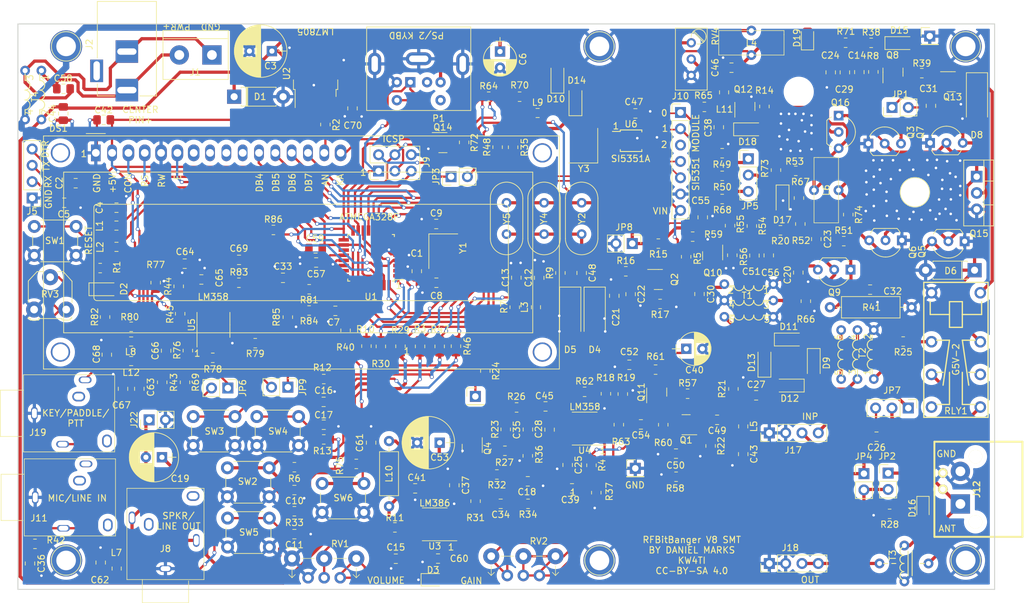
<source format=kicad_pcb>
(kicad_pcb (version 20211014) (generator pcbnew)
  (layers (0 "F.Cu" signal) (31 "B.Cu" signal) (34 "B.Paste" user) (35 "F.Paste" user) (36 "B.SilkS" user "B.Silkscreen") (37 "F.SilkS" user "F.Silkscreen") (38 "B.Mask" user) (39 "F.Mask" user) (44 "Edge.Cuts" user))
  (net 0 "")
  (net 1 "+5V")
  (net 2 "GND")
  (net 3 "RESET")
  (net 4 "Net-(C2-Pad2)")
  (net 5 "+12V")
  (net 6 "Net-(C4-Pad1)")
  (net 7 "Net-(C5-Pad1)")
  (net 8 "Net-(C8-Pad2)")
  (net 9 "Net-(C11-Pad2)")
  (net 10 "Net-(C21-Pad2)")
  (net 11 "Net-(C23-Pad2)")
  (net 12 "Net-(C26-Pad1)")
  (net 13 "Net-(C26-Pad2)")
  (net 14 "Net-(C34-Pad1)")
  (net 15 "Net-(C34-Pad2)")
  (net 16 "Net-(D3-Pad2)")
  (net 17 "SCK")
  (net 18 "MOSI")
  (net 19 "TXD")
  (net 20 "RXD")
  (net 21 "TUNING")
  (net 22 "Net-(L3-Pad2)")
  (net 23 "TRANSMIT")
  (net 24 "MUTEAUDIO")
  (net 25 "BEEPOUT")
  (net 26 "Net-(RV1-Pad2)")
  (net 27 "AUDIO")
  (net 28 "Net-(C9-Pad2)")
  (net 29 "Net-(C12-Pad1)")
  (net 30 "Net-(D11-Pad1)")
  (net 31 "AUDIOFILT")
  (net 32 "Net-(C10-Pad2)")
  (net 33 "Net-(C17-Pad2)")
  (net 34 "MISO")
  (net 35 "Net-(C64-Pad2)")
  (net 36 "DB5")
  (net 37 "DB4")
  (net 38 "DB7")
  (net 39 "DB6")
  (net 40 "Net-(DS1-Pad3)")
  (net 41 "RS")
  (net 42 "E")
  (net 43 "Net-(C16-Pad2)")
  (net 44 "Net-(J9-Pad2)")
  (net 45 "Net-(C45-Pad2)")
  (net 46 "SDA")
  (net 47 "SCL")
  (net 48 "Net-(C23-Pad1)")
  (net 49 "Net-(C47-Pad2)")
  (net 50 "Net-(D10-Pad1)")
  (net 51 "Net-(U6-Pad2)")
  (net 52 "Net-(C27-Pad1)")
  (net 53 "Net-(C30-Pad2)")
  (net 54 "Net-(D11-Pad2)")
  (net 55 "Net-(D12-Pad1)")
  (net 56 "Net-(D12-Pad2)")
  (net 57 "Net-(R25-Pad2)")
  (net 58 "Net-(C30-Pad1)")
  (net 59 "Net-(D15-Pad2)")
  (net 60 "Net-(L9-Pad2)")
  (net 61 "Net-(C40-Pad1)")
  (net 62 "Net-(J12-Pad1)")
  (net 63 "Net-(D16-Pad2)")
  (net 64 "Net-(D16-Pad1)")
  (net 65 "Net-(Q9-Pad2)")
  (net 66 "Net-(Q9-Pad1)")
  (net 67 "Net-(C48-Pad1)")
  (net 68 "Net-(C48-Pad2)")
  (net 69 "XOSC")
  (net 70 "IF")
  (net 71 "Net-(C43-Pad1)")
  (net 72 "Net-(C50-Pad1)")
  (net 73 "Net-(C51-Pad1)")
  (net 74 "Net-(C51-Pad2)")
  (net 75 "Net-(C52-Pad1)")
  (net 76 "Net-(C54-Pad1)")
  (net 77 "Net-(C54-Pad2)")
  (net 78 "Net-(C56-Pad1)")
  (net 79 "TXRELAY")
  (net 80 "Net-(D15-Pad1)")
  (net 81 "Net-(D18-Pad1)")
  (net 82 "Net-(D18-Pad2)")
  (net 83 "PLLOSC")
  (net 84 "Net-(JP7-Pad2)")
  (net 85 "AMPOUT")
  (net 86 "RF")
  (net 87 "Net-(R63-Pad1)")
  (net 88 "PS2CLK")
  (net 89 "Net-(C21-Pad1)")
  (net 90 "Net-(D19-Pad1)")
  (net 91 "Net-(DS1-Pad15)")
  (net 92 "Net-(C38-Pad1)")
  (net 93 "Net-(L11-Pad2)")
  (net 94 "Net-(C58-Pad1)")
  (net 95 "Net-(C58-Pad2)")
  (net 96 "Net-(C19-Pad1)")
  (net 97 "Net-(L10-Pad1)")
  (net 98 "Net-(C18-Pad1)")
  (net 99 "Net-(C60-Pad2)")
  (net 100 "MICPADDLE")
  (net 101 "SPKR")
  (net 102 "Net-(J10-Pad1)")
  (net 103 "Net-(J10-Pad2)")
  (net 104 "Net-(C61-Pad2)")
  (net 105 "Net-(J18-Pad3)")
  (net 106 "Net-(J17-Pad4)")
  (net 109 "Net-(RLY1-Pad3)")
  (net 114 "Net-(C14-Pad1)")
  (net 115 "Net-(C14-Pad2)")
  (net 116 "Net-(C15-Pad1)")
  (net 117 "Net-(C28-Pad1)")
  (net 118 "Net-(C31-Pad1)")
  (net 119 "Net-(C31-Pad2)")
  (net 120 "Net-(C39-Pad1)")
  (net 121 "Net-(C49-Pad2)")
  (net 122 "Net-(C39-Pad2)")
  (net 123 "Net-(C57-Pad1)")
  (net 124 "Net-(Q4-Pad1)")
  (net 125 "Net-(Q10-Pad1)")
  (net 126 "Net-(Q10-Pad2)")
  (net 127 "Net-(Q11-Pad2)")
  (net 128 "Net-(Q12-Pad1)")
  (net 129 "Net-(Q14-Pad1)")
  (net 132 "Net-(Q13-Pad1)")
  (net 137 "Net-(U6-Pad3)")
  (net 144 "Net-(C62-Pad2)")
  (net 145 "Net-(C63-Pad1)")
  (net 146 "Net-(C63-Pad2)")
  (net 147 "Net-(C66-Pad1)")
  (net 148 "Net-(C66-Pad2)")
  (net 149 "Net-(C67-Pad2)")
  (net 150 "Net-(C68-Pad2)")
  (net 151 "Net-(C69-Pad1)")
  (net 152 "Net-(C69-Pad2)")
  (net 158 "Net-(L8-Pad1)")
  (net 159 "Net-(L12-Pad1)")
  (net 160 "Net-(JP6-Pad2)")
  (net 161 "Net-(JP9-Pad2)")
  (net 162 "Net-(DS1-Pad16)")
  (net 163 "Net-(R80-Pad1)")
  (footprint "Capacitor_SMD:C_0805_2012Metric_Pad1.18x1.45mm_HandSolder" (layer "F.Cu") (at 100.076 95.4825 -90)
    (fp_text reference "C1")
    (fp_text value "100 nF")
  )
  (footprint "Capacitor_SMD:C_0805_2012Metric_Pad1.18x1.45mm_HandSolder" (layer "F.Cu") (at 46.99 81.788 180)
    (fp_text reference "C2")
    (fp_text value "100 nF")
  )
  (footprint "Capacitor_SMD:C_0805_2012Metric_Pad1.18x1.45mm_HandSolder" (layer "F.Cu") (at 53.34 85.598)
    (fp_text reference "C4")
    (fp_text value "100 pF")
  )
  (footprint "Capacitor_SMD:C_0805_2012Metric_Pad1.18x1.45mm_HandSolder" (layer "F.Cu") (at 45.212 84.836)
    (fp_text reference "C5")
    (fp_text value "100 pF")
  )
  (footprint "Capacitors_THT:CP_Radial_D5.0mm_P2.50mm" (layer "F.Cu") (at 113.03 61.2975 -90)
    (fp_text reference "C6")
    (fp_text value "100 uF")
  )
  (footprint "Capacitor_SMD:C_0805_2012Metric_Pad1.18x1.45mm_HandSolder" (layer "F.Cu") (at 103.124 97.282)
    (fp_text reference "C8")
    (fp_text value "12 pF")
  )
  (footprint "Capacitor_SMD:C_0805_2012Metric_Pad1.18x1.45mm_HandSolder" (layer "F.Cu") (at 103.1025 88.138)
    (fp_text reference "C9")
    (fp_text value "12 pF")
  )
  (footprint "Capacitor_SMD:C_0805_2012Metric_Pad1.18x1.45mm_HandSolder" (layer "F.Cu") (at 81.026 129.54 180)
    (fp_text reference "C10")
    (fp_text value "100 nF")
  )
  (footprint "Capacitor_SMD:C_0805_2012Metric_Pad1.18x1.45mm_HandSolder" (layer "F.Cu") (at 81.026 136.398 180)
    (fp_text reference "C11")
    (fp_text value "100 nF")
  )
  (footprint "Capacitor_SMD:C_0805_2012Metric_Pad1.18x1.45mm_HandSolder" (layer "F.Cu") (at 119.126 96.52 90)
    (fp_text reference "C12")
    (fp_text value "10 uF")
  )
  (footprint "Capacitor_SMD:C_0805_2012Metric_Pad1.18x1.45mm_HandSolder" (layer "F.Cu") (at 115.57 96.4985 90)
    (fp_text reference "C13")
    (fp_text value "100 nF")
  )
  (footprint "Capacitor_SMD:C_0805_2012Metric_Pad1.18x1.45mm_HandSolder" (layer "F.Cu") (at 96.8125 140.23 180)
    (fp_text reference "C15")
    (fp_text value "10 uF")
  )
  (footprint "Capacitor_SMD:C_0805_2012Metric_Pad1.18x1.45mm_HandSolder" (layer "F.Cu") (at 85.5765 115.824 180)
    (fp_text reference "C16")
    (fp_text value "100 nF")
  )
  (footprint "Capacitor_SMD:C_0805_2012Metric_Pad1.18x1.45mm_HandSolder" (layer "F.Cu") (at 85.598 119.38 180)
    (fp_text reference "C17")
    (fp_text value "100 nF")
  )
  (footprint "Capacitors_THT:CP_Radial_D7.5mm_P2.50mm" (layer "F.Cu") (at 60.42 124.44 180)
    (fp_text reference "C19")
    (fp_text value "220 uF")
  )
  (footprint "Capacitor_SMD:C_0805_2012Metric_Pad1.18x1.45mm_HandSolder" (layer "F.Cu") (at 159.45 95.7 90)
    (fp_text reference "C20")
    (fp_text value "100 nF")
  )
  (footprint "Capacitor_SMD:C_0805_2012Metric_Pad1.18x1.45mm_HandSolder" (layer "F.Cu") (at 130.81 99.314 90)
    (fp_text reference "C21")
    (fp_text value "100 pF")
  )
  (footprint "Capacitor_SMD:C_0805_2012Metric_Pad1.18x1.45mm_HandSolder" (layer "F.Cu") (at 133.35 99.06 -90)
    (fp_text reference "C22")
    (fp_text value "100 pF")
  )
  (footprint "Capacitor_SMD:C_0805_2012Metric_Pad1.18x1.45mm_HandSolder" (layer "F.Cu") (at 123.55 125.64 -90)
    (fp_text reference "C25")
    (fp_text value "100 nF")
  )
  (footprint "Capacitor_SMD:C_0805_2012Metric_Pad1.18x1.45mm_HandSolder" (layer "F.Cu") (at 79.248 96.52 180)
    (fp_text reference "C33")
    (fp_text value "10 nF")
  )
  (footprint "Capacitor_SMD:C_0805_2012Metric_Pad1.18x1.45mm_HandSolder" (layer "F.Cu") (at 113.1325 131.69 180)
    (fp_text reference "C34")
    (fp_text value "100 nF")
  )
  (footprint "Capacitor_SMD:C_0805_2012Metric_Pad1.18x1.45mm_HandSolder" (layer "F.Cu") (at 117.37 120.1175 -90)
    (fp_text reference "C35")
    (fp_text value "220 pF")
  )
  (footprint "Diode_THT:D_DO-41_SOD81_P7.62mm_Horizontal" (layer "F.Cu") (at 71.65 68.33)
    (fp_text reference "D1")
    (fp_text value "1N4007")
  )
  (footprint "Diode_SMD:D_SOD-123" (layer "F.Cu") (at 51.308 98.298)
    (fp_text reference "D2")
    (fp_text value "1N4148")
  )
  (footprint "LED_SMD:LED_0805_2012Metric_Pad1.15x1.40mm_HandSolder" (layer "F.Cu") (at 102.607 143.51)
    (fp_text reference "D3")
    (fp_text value "LED")
  )
  (footprint "Diode_SMD:D_SMA_Handsoldering" (layer "F.Cu") (at 127.762 102.362 -90)
    (fp_text reference "D4")
    (fp_text value "1N4007")
  )
  (footprint "Diode_SMD:D_SMA_Handsoldering" (layer "F.Cu") (at 123.952 102.362 -90)
    (fp_text reference "D5")
    (fp_text value "1N4007")
  )
  (footprint "Connectors_Terminal_Blocks:TerminalBlock_bornier-2_P5.08mm" (layer "F.Cu") (at 68.195 61.835 180)
    (fp_text reference "J1")
    (fp_text value "POWER")
  )
  (footprint "Connectors:BARREL_JACK" (layer "F.Cu") (at 54.955 67.305 -90)
    (fp_text reference "J2")
    (fp_text value "Barrel_Jack")
  )
  (footprint "Pin_Headers:Pin_Header_Straight_1x04_Pitch2.54mm" (layer "F.Cu") (at 40.22 84.09 180)
    (fp_text reference "J5")
    (fp_text value "Conn_01x04")
  )
  (footprint "Inductor_SMD:L_0805_2012Metric_Pad1.15x1.40mm_HandSolder" (layer "F.Cu") (at 53.331 88.392)
    (fp_text reference "L1")
    (fp_text value "10 uH")
  )
  (footprint "Inductor_SMD:L_0805_2012Metric_Pad1.15x1.40mm_HandSolder" (layer "F.Cu") (at 53.34 91.694)
    (fp_text reference "L2")
    (fp_text value "10 uH")
  )
  (footprint "Inductor_SMD:L_0805_2012Metric_Pad1.15x1.40mm_HandSolder" (layer "F.Cu") (at 118.618 101.092 -90)
    (fp_text reference "L3")
    (fp_text value "100 uH")
  )
  (footprint "Inductor_SMD:L_0805_2012Metric_Pad1.15x1.40mm_HandSolder" (layer "F.Cu") (at 118.881 70.866)
    (fp_text reference "L9")
    (fp_text value "22 uH")
  )
  (footprint "Package_TO_SOT_SMD:SOT-23" (layer "F.Cu") (at 141.986 119.38 180)
    (fp_text reference "Q1")
    (fp_text value "MMBT3904")
  )
  (footprint "Package_TO_SOT_SMD:SOT-23" (layer "F.Cu") (at 137.668 96.774)
    (fp_text reference "Q2")
    (fp_text value "MMBT3904")
  )
  (footprint "TO_SOT_Packages_THT:TO-92_Inline_Wide" (layer "F.Cu") (at 170.35 75.63)
    (fp_text reference "Q3")
    (fp_text value "2N7000")
  )
  (footprint "Package_TO_SOT_SMD:SOT-23" (layer "F.Cu") (at 108.7 123.06 -90)
    (fp_text reference "Q4")
    (fp_text value "MMBT3904")
  )
  (footprint "Buttons_Switches_THT:SW_PUSH_6mm" (layer "F.Cu") (at 47.05 93.02 180)
    (fp_text reference "SW1")
    (fp_text value "SW_Push")
  )
  (footprint "Buttons_Switches_THT:SW_PUSH_6mm" (layer "F.Cu") (at 70.6 126.08)
    (fp_text reference "SW2")
    (fp_text value "SW_Push")
  )
  (footprint "Buttons_Switches_THT:SW_PUSH_6mm" (layer "F.Cu") (at 65.278 118.11)
    (fp_text reference "SW3")
    (fp_text value "SW_Push")
  )
  (footprint "Buttons_Switches_THT:SW_PUSH_6mm" (layer "F.Cu") (at 75.184 118.11)
    (fp_text reference "SW4")
    (fp_text value "SW_Push")
  )
  (footprint "Buttons_Switches_THT:SW_PUSH_6mm" (layer "F.Cu") (at 70.63 133.91)
    (fp_text reference "SW5")
    (fp_text value "SW_Push")
  )
  (footprint "Package_TO_SOT_SMD:TO-252-2" (layer "F.Cu") (at 84.328 64.735 90)
    (fp_text reference "U2")
    (fp_text value "LM78M05_TO252")
  )
  (footprint "Crystal:Crystal_SMD_3225-4Pin_3.2x2.5mm_HandSoldering" (layer "F.Cu") (at 104.2 92.38 -90)
    (fp_text reference "Y1")
    (fp_text value "16 MHz")
  )
  (footprint "Crystals:Crystal_HC49-U_Vertical" (layer "F.Cu") (at 125.73 84.836 -90)
    (fp_text reference "Y2")
    (fp_text value "7.X MHz")
  )
  (footprint "Package_QFP:TQFP-32_7x7mm_P0.8mm" (layer "F.Cu") (at 92.958 93.404 180)
    (fp_text reference "U1")
    (fp_text value "ATmega328P-A")
  )
  (footprint "Pin_Headers:Pin_Header_Straight_2x03_Pitch2.54mm" (layer "F.Cu") (at 94.13 79.9 90)
    (fp_text reference "J9")
    (fp_text value "ICSP")
  )
  (footprint "Capacitor_SMD:C_0805_2012Metric_Pad1.18x1.45mm_HandSolder" (layer "F.Cu") (at 105.918 128.7995 90)
    (fp_text reference "C37")
    (fp_text value "100 nF")
  )
  (footprint "Package_SO:SOP-8_3.9x4.9mm_P1.27mm" (layer "F.Cu") (at 102.87 134.874 180)
    (fp_text reference "U3")
    (fp_text value "LM386")
  )
  (footprint "Package_SO:SOP-8_3.9x4.9mm_P1.27mm" (layer "F.Cu") (at 126.2 119.98 180)
    (fp_text reference "U4")
    (fp_text value "LM358")
  )
  (footprint "TO_SOT_Packages_THT:TO-92_Inline_Wide" (layer "F.Cu") (at 185.34 90.83 180)
    (fp_text reference "Q5")
    (fp_text value "NC")
  )
  (footprint "TO_SOT_Packages_THT:TO-92_Inline_Wide" (layer "F.Cu") (at 175.56 90.68 180)
    (fp_text reference "Q6")
    (fp_text value "2N7000")
  )
  (footprint "TO_SOT_Packages_THT:TO-92_Inline_Wide" (layer "F.Cu") (at 179.96 75.52)
    (fp_text reference "Q7")
    (fp_text value "2N7000")
  )
  (footprint "Capacitor_SMD:C_0805_2012Metric_Pad1.18x1.45mm_HandSolder" (layer "F.Cu") (at 168.95 64.5 -90)
    (fp_text reference "C14")
    (fp_text value "1 uF")
  )
  (footprint "Potentiometers:Potentiometer_Triwood_RM-065" (layer "F.Cu") (at 40.52 101.455)
    (fp_text reference "RV3")
    (fp_text value "10k")
  )
  (footprint "Capacitor_SMD:C_0805_2012Metric_Pad1.18x1.45mm_HandSolder" (layer "F.Cu") (at 51.35 71.93 180)
    (fp_text reference "C42")
    (fp_text value "100 nF")
  )
  (footprint "Pin_Headers:Pin_Header_Straight_1x02_Pitch2.54mm" (layer "F.Cu") (at 105.41 80.772 90)
    (fp_text reference "JP3")
    (fp_text value "5VDC")
  )
  (footprint "Resistor_SMD:R_0805_2012Metric_Pad1.20x1.40mm_HandSolder" (layer "F.Cu") (at 50.8 94.996)
    (fp_text reference "R1")
    (fp_text value "10k")
  )
  (footprint "Resistor_SMD:R_0805_2012Metric_Pad1.20x1.40mm_HandSolder" (layer "F.Cu") (at 85.852 72.66 90)
    (fp_text reference "R2")
    (fp_text value "100R")
  )
  (footprint "Resistor_SMD:R_0805_2012Metric_Pad1.20x1.40mm_HandSolder" (layer "F.Cu") (at 100.584 107.188 90)
    (fp_text reference "R3")
    (fp_text value "10k")
  )
  (footprint "Resistor_SMD:R_0805_2012Metric_Pad1.20x1.40mm_HandSolder" (layer "F.Cu") (at 127.26 125.69 -90)
    (fp_text reference "R4")
    (fp_text value "1k")
  )
  (footprint "Resistor_SMD:R_0805_2012Metric_Pad1.20x1.40mm_HandSolder" (layer "F.Cu") (at 81.026 125.984)
    (fp_text reference "R6")
    (fp_text value "1k")
  )
  (footprint "Resistor_SMD:R_0805_2012Metric_Pad1.20x1.40mm_HandSolder" (layer "F.Cu") (at 115.316 101.092 90)
    (fp_text reference "R7")
    (fp_text value "10k")
  )
  (footprint "Resistor_SMD:R_0805_2012Metric_Pad1.20x1.40mm_HandSolder" (layer "F.Cu") (at 171.13 64.47 90)
    (fp_text reference "R8")
    (fp_text value "470R")
  )
  (footprint "Resistor_SMD:R_0805_2012Metric_Pad1.20x1.40mm_HandSolder" (layer "F.Cu") (at 122.428 95.758 90)
    (fp_text reference "R9")
    (fp_text value "100k")
  )
  (footprint "Resistor_SMD:R_0805_2012Metric_Pad1.20x1.40mm_HandSolder" (layer "F.Cu") (at 96.67 135.36)
    (fp_text reference "R11")
    (fp_text value "47R")
  )
  (footprint "Resistor_SMD:R_0805_2012Metric_Pad1.20x1.40mm_HandSolder" (layer "F.Cu") (at 85.598 112.268)
    (fp_text reference "R12")
    (fp_text value "1k")
  )
  (footprint "Resistor_SMD:R_0805_2012Metric_Pad1.20x1.40mm_HandSolder" (layer "F.Cu") (at 85.598 121.666)
    (fp_text reference "R13")
    (fp_text value "1k")
  )
  (footprint "Resistor_SMD:R_0805_2012Metric_Pad1.20x1.40mm_HandSolder" (layer "F.Cu") (at 154.178 69.85 -90)
    (fp_text reference "R14")
    (fp_text value "470R")
  )
  (footprint "Resistor_SMD:R_0805_2012Metric_Pad1.20x1.40mm_HandSolder" (layer "F.Cu") (at 137.668 91.186 180)
    (fp_text reference "R15")
    (fp_text value "47k")
  )
  (footprint "Resistor_SMD:R_0805_2012Metric_Pad1.20x1.40mm_HandSolder" (layer "F.Cu") (at 132.604 95.504)
    (fp_text reference "R16")
    (fp_text value "470k")
  )
  (footprint "Resistor_SMD:R_0805_2012Metric_Pad1.20x1.40mm_HandSolder" (layer "F.Cu") (at 137.938 100.584 180)
    (fp_text reference "R17")
    (fp_text value "470R")
  )
  (footprint "Resistor_SMD:R_0805_2012Metric_Pad1.20x1.40mm_HandSolder" (layer "F.Cu") (at 129.51 114.56 90)
    (fp_text reference "R18")
    (fp_text value "1k")
  )
  (footprint "Resistor_SMD:R_0805_2012Metric_Pad1.20x1.40mm_HandSolder" (layer "F.Cu") (at 132.14 114.6 90)
    (fp_text reference "R19")
    (fp_text value "470R")
  )
  (footprint "Resistor_SMD:R_0805_2012Metric_Pad1.20x1.40mm_HandSolder" (layer "F.Cu") (at 156.6672 89.1286 180)
    (fp_text reference "R20")
    (fp_text value "100R")
  )
  (footprint "Resistor_SMD:R_0805_2012Metric_Pad1.20x1.40mm_HandSolder" (layer "F.Cu") (at 149.352 113.808 -90)
    (fp_text reference "R21")
    (fp_text value "50R")
  )
  (footprint "Resistor_SMD:R_0805_2012Metric_Pad1.20x1.40mm_HandSolder" (layer "F.Cu") (at 113.91 120.1 90)
    (fp_text reference "R23")
    (fp_text value "220k")
  )
  (footprint "Resistor_SMD:R_0805_2012Metric_Pad1.20x1.40mm_HandSolder" (layer "F.Cu") (at 115.61 116.69 180)
    (fp_text reference "R26")
    (fp_text value "1k")
  )
  (footprint "Resistor_SMD:R_0805_2012Metric_Pad1.20x1.40mm_HandSolder" (layer "F.Cu") (at 113.79 123.43)
    (fp_text reference "R27")
    (fp_text value "1k")
  )
  (footprint "Resistor_SMD:R_0805_2012Metric_Pad1.20x1.40mm_HandSolder" (layer "F.Cu") (at 97.536 107.17 90)
    (fp_text reference "R29")
    (fp_text value "10k")
  )
  (footprint "Resistor_SMD:R_0805_2012Metric_Pad1.20x1.40mm_HandSolder" (layer "F.Cu") (at 94.488 107.188 90)
    (fp_text reference "R30")
    (fp_text value "10k")
  )
  (footprint "Resistor_SMD:R_0805_2012Metric_Pad1.20x1.40mm_HandSolder" (layer "F.Cu") (at 109.22 131.27 90)
    (fp_text reference "R31")
    (fp_text value "100k")
  )
  (footprint "Resistor_SMD:R_0805_2012Metric_Pad1.20x1.40mm_HandSolder" (layer "F.Cu") (at 112.54 127.12 180)
    (fp_text reference "R32")
    (fp_text value "100k")
  )
  (footprint "Resistor_SMD:R_0805_2012Metric_Pad1.20x1.40mm_HandSolder" (layer "F.Cu") (at 81.026 132.842)
    (fp_text reference "R33")
    (fp_text value "1k")
  )
  (footprint "Resistor_SMD:R_0805_2012Metric_Pad1.20x1.40mm_HandSolder" (layer "F.Cu") (at 117.39 131.69 180)
    (fp_text reference "R34")
    (fp_text value "100k")
  )
  (footprint "Resistor_SMD:R_0805_2012Metric_Pad1.20x1.40mm_HandSolder" (layer "F.Cu") (at 117.348 124.222 90)
    (fp_text reference "R36")
    (fp_text value "1k")
  )
  (footprint "Resistor_SMD:R_0805_2012Metric_Pad1.20x1.40mm_HandSolder" (layer "F.Cu") (at 128.01 129.95 90)
    (fp_text reference "R37")
    (fp_text value "1k")
  )
  (footprint "Resistor_SMD:R_0805_2012Metric_Pad1.20x1.40mm_HandSolder" (layer "F.Cu") (at 106.172 107.15 90)
    (fp_text reference "R46")
    (fp_text value "10k")
  )
  (footprint "Resistor_SMD:R_0805_2012Metric_Pad1.20x1.40mm_HandSolder" (layer "F.Cu") (at 103.632 107.188 90)
    (fp_text reference "R47")
    (fp_text value "10k")
  )
  (footprint "Resistor_SMD:R_0805_2012Metric_Pad1.20x1.40mm_HandSolder" (layer "F.Cu") (at 110.744 111.014 -90)
    (fp_text reference "R24")
    (fp_text value "10k")
  )
  (footprint "Capacitor_SMD:C_0805_2012Metric_Pad1.18x1.45mm_HandSolder" (layer "F.Cu") (at 45.06 70.95 90)
    (fp_text reference "C44")
    (fp_text value "100 nF")
  )
  (footprint "Pin_Headers:Pin_Header_Straight_1x02_Pitch2.54mm" (layer "F.Cu") (at 169.66 126.99)
    (fp_text reference "JP4")
    (fp_text value "BYPASS")
  )
  (footprint "Capacitor_SMD:C_0805_2012Metric_Pad1.18x1.45mm_HandSolder" (layer "F.Cu") (at 134.0905 70.93 180)
    (fp_text reference "C47")
    (fp_text value "100 nF")
  )
  (footprint "Diode_SMD:D_SOD-123" (layer "F.Cu") (at 121.958 65.532 90)
    (fp_text reference "D10")
    (fp_text value "1N4148")
  )
  (footprint "Diode_SMD:D_SOD-123" (layer "F.Cu") (at 124.768 69.038 90)
    (fp_text reference "D14")
    (fp_text value "1N4148")
  )
  (footprint "Pin_Headers:Pin_Header_Straight_1x03_Pitch2.54mm" (layer "F.Cu") (at 151.67 77.99)
    (fp_text reference "JP5")
    (fp_text value "JREF1")
  )
  (footprint "Resistor_SMD:R_0805_2012Metric_Pad1.20x1.40mm_HandSolder" (layer "F.Cu") (at 115.062 76.2 90)
    (fp_text reference "R35")
    (fp_text value "1k")
  )
  (footprint "Resistor_SMD:R_0805_2012Metric_Pad1.20x1.40mm_HandSolder" (layer "F.Cu") (at 112.65 76.18 90)
    (fp_text reference "R48")
    (fp_text value "1k")
  )
  (footprint "Resistor_SMD:R_0805_2012Metric_Pad1.20x1.40mm_HandSolder" (layer "F.Cu") (at 147.6 77.125)
    (fp_text reference "R49")
    (fp_text value "47R")
  )
  (footprint "Resistor_SMD:R_0805_2012Metric_Pad1.20x1.40mm_HandSolder" (layer "F.Cu") (at 147.6 80.65)
    (fp_text reference "R50")
    (fp_text value "47R")
  )
  (footprint "Housings_SSOP:MSOP-10_3x3mm_Pitch0.5mm" (layer "F.Cu") (at 133.42 75.18)
    (fp_text reference "U6")
    (fp_text value "SI5351A")
  )
  (footprint "Crystal:Crystal_SMD_3225-4Pin_3.2x2.5mm_HandSoldering" (layer "F.Cu") (at 125.984 75.946 90)
    (fp_text reference "Y3")
    (fp_text value "25 MHz")
  )
  (footprint "RFBitBangSMT:bnc_90_1-1337543-0_pad_combo" (layer "F.Cu") (at 194.325 129.425 90)
    (fp_text reference "J12")
    (fp_text value "Conn_Coaxial" hide)
  )
  (footprint "RFBitBangSMT:G2VRelay" (layer "F.Cu") (at 183.975 101.225 -90)
    (fp_text reference "RLY1")
    (fp_text value "DPDTRelay")
  )
  (footprint "Capacitor_SMD:C_0805_2012Metric_Pad1.18x1.45mm_HandSolder" (layer "F.Cu") (at 144.07 99.04 90)
    (fp_text reference "C30")
    (fp_text value "10 nF")
  )
  (footprint "Diode_SMD:D_SOD-123" (layer "F.Cu") (at 161.852 109.774 -90)
    (fp_text reference "D9")
    (fp_text value "1N4148")
  )
  (footprint "Diode_SMD:D_SOD-123" (layer "F.Cu") (at 157.97 106.12)
    (fp_text reference "D11")
    (fp_text value "1N4148")
  )
  (footprint "Diode_SMD:D_SOD-123" (layer "F.Cu") (at 158.116 113.284 180)
    (fp_text reference "D12")
    (fp_text value "1N4148")
  )
  (footprint "Diode_SMD:D_SOD-123" (layer "F.Cu") (at 154.178 109.728 90)
    (fp_text reference "D13")
    (fp_text value "1N4148")
  )
  (footprint "Resistor_SMD:R_0805_2012Metric_Pad1.20x1.40mm_HandSolder" (layer "F.Cu") (at 141.99 93.24 90)
    (fp_text reference "R5")
    (fp_text value "50R")
  )
  (footprint "Resistor_SMD:R_0805_2012Metric_Pad1.20x1.40mm_HandSolder" (layer "F.Cu") (at 145.796 122.682 -90)
    (fp_text reference "R22")
    (fp_text value "1k")
  )
  (footprint "Resistor_SMD:R_0805_2012Metric_Pad1.20x1.40mm_HandSolder" (layer "F.Cu") (at 175.768 106.426 180)
    (fp_text reference "R25")
    (fp_text value "50R")
  )
  (footprint "Package_TO_SOT_SMD:SOT-23" (layer "F.Cu") (at 174.18 64.51 90)
    (fp_text reference "Q8")
    (fp_text value "SS8550")
  )
  (footprint "Resistor_SMD:R_0805_2012Metric_Pad1.20x1.40mm_HandSolder" (layer "F.Cu") (at 170.79 59.95)
    (fp_text reference "R38")
    (fp_text value "22R")
  )
  (footprint "Resistor_SMD:R_0805_2012Metric_Pad1.20x1.40mm_HandSolder" (layer "F.Cu") (at 178.67 64.66 180)
    (fp_text reference "R39")
    (fp_text value "22k")
  )
  (footprint "Pin_Headers:Pin_Header_Straight_1x02_Pitch2.54mm" (layer "F.Cu") (at 174.03 70 90)
    (fp_text reference "JP1")
    (fp_text value "QSK")
  )
  (footprint "Capacitor_SMD:C_0805_2012Metric_Pad1.18x1.45mm_HandSolder" (layer "F.Cu") (at 124.2275 129.286 180)
    (fp_text reference "C39")
    (fp_text value "1 uF")
  )
  (footprint "Capacitors_THT:CP_Radial_D5.0mm_P2.50mm" (layer "F.Cu") (at 142.02 107.56)
    (fp_text reference "C40")
    (fp_text value "100 uF")
  )
  (footprint "Pin_Headers:Pin_Header_Straight_1x02_Pitch2.54mm" (layer "F.Cu") (at 173.43 126.91)
    (fp_text reference "JP2")
    (fp_text value "Sample")
  )
  (footprint "RFBitBangSMT:SamplingTransformer" (layer "F.Cu") (at 175.895 140.97 90)
    (fp_text reference "T3")
    (fp_text value "Current")
  )
  (footprint "LED_SMD:LED_0805_2012Metric_Pad1.15x1.40mm_HandSolder" (layer "F.Cu") (at 178.85 132.385 -90)
    (fp_text reference "D16")
    (fp_text value "LED")
  )
  (footprint "Resistor_SMD:R_0805_2012Metric_Pad1.20x1.40mm_HandSolder" (layer "F.Cu") (at 173.66 133.25 180)
    (fp_text reference "R28")
    (fp_text value "50R")
  )
  (footprint "Diode_SMD:D_SOD-123" (layer "F.Cu") (at 157 84.325 -90)
    (fp_text reference "D17")
    (fp_text value "1N4148")
  )
  (footprint "TO_SOT_Packages_THT:TO-92_Inline_Wide" (layer "F.Cu") (at 167.575 95.25 180)
    (fp_text reference "Q9")
    (fp_text value "2N7000")
  )
  (footprint "Capacitor_SMD:C_0805_2012Metric_Pad1.18x1.45mm_HandSolder" (layer "F.Cu") (at 149.05 63.81)
    (fp_text reference "C46")
    (fp_text value "100 nF")
  )
  (footprint "Resistor_SMD:R_0805_2012Metric_Pad1.20x1.40mm_HandSolder" (layer "F.Cu") (at 166.525 90.8 180)
    (fp_text reference "R51")
    (fp_text value "0R")
  )
  (footprint "Resistor_SMD:R_0805_2012Metric_Pad1.20x1.40mm_HandSolder" (layer "F.Cu") (at 159.766 88.138 -90)
    (fp_text reference "R52")
    (fp_text value "47k")
  )
  (footprint "Capacitor_SMD:C_0805_2012Metric_Pad1.18x1.45mm_HandSolder" (layer "F.Cu") (at 164.49 64.54 90)
    (fp_text reference "C24")
    (fp_text value "100 nF")
  )
  (footprint "Resistor_SMD:R_0805_2012Metric_Pad1.20x1.40mm_HandSolder" (layer "F.Cu") (at 159.05 79.875 180)
    (fp_text reference "R53")
    (fp_text value "NC")
  )
  (footprint "Capacitor_SMD:C_0805_2012Metric_Pad1.18x1.45mm_HandSolder" (layer "F.Cu") (at 146.812 118.618 180)
    (fp_text reference "C49")
    (fp_text value "22 uF")
  )
  (footprint "Capacitor_SMD:C_0805_2012Metric_Pad1.18x1.45mm_HandSolder" (layer "F.Cu") (at 140.4125 123.87 180)
    (fp_text reference "C50")
    (fp_text value "10 uF")
  )
  (footprint "Capacitor_SMD:C_0805_2012Metric_Pad1.18x1.45mm_HandSolder" (layer "F.Cu") (at 152.625 93.05 90)
    (fp_text reference "C51")
    (fp_text value "100 nF")
  )
  (footprint "Capacitor_SMD:C_0805_2012Metric_Pad1.18x1.45mm_HandSolder" (layer "F.Cu") (at 133.15 110.06 180)
    (fp_text reference "C52")
    (fp_text value "10 uF")
  )
  (footprint "Capacitor_SMD:C_0805_2012Metric_Pad1.18x1.45mm_HandSolder" (layer "F.Cu") (at 134.95 119.33 180)
    (fp_text reference "C54")
    (fp_text value "100 nF")
  )
  (footprint "Capacitor_SMD:C_0805_2012Metric_Pad1.18x1.45mm_HandSolder" (layer "F.Cu") (at 144.575 87.1 -90)
    (fp_text reference "C55")
    (fp_text value "100 nF")
  )
  (footprint "Capacitor_SMD:C_0805_2012Metric_Pad1.18x1.45mm_HandSolder" (layer "F.Cu") (at 154.85 93.025 90)
    (fp_text reference "C56")
    (fp_text value "100 nF")
  )
  (footprint "Pin_Headers:Pin_Header_Straight_1x03_Pitch2.54mm" (layer "F.Cu") (at 176.56 116.78 -90)
    (fp_text reference "JP7")
    (fp_text value "JVAL1")
  )
  (footprint "Inductor_SMD:L_0805_2012Metric_Pad1.15x1.40mm_HandSolder" (layer "F.Cu") (at 150.876 119.634 -90)
    (fp_text reference "L5")
    (fp_text value "100 uH")
  )
  (footprint "Package_TO_SOT_SMD:SOT-23" (layer "F.Cu") (at 146.12 93.08 -90)
    (fp_text reference "Q10")
    (fp_text value "MMBT3904")
  )
  (footprint "Package_TO_SOT_SMD:SOT-23" (layer "F.Cu") (at 137.414 114.3 90)
    (fp_text reference "Q11")
    (fp_text value "MMBT3904")
  )
  (footprint "Package_TO_SOT_SMD:SOT-23" (layer "F.Cu") (at 151.13 69.85 90)
    (fp_text reference "Q12")
    (fp_text value "MMBT3904")
  )
  (footprint "Package_TO_SOT_SMD:SOT-23" (layer "F.Cu") (at 183.25 66)
    (fp_text reference "Q13")
    (fp_text value "SS8550")
  )
  (footprint "Resistor_SMD:R_0805_2012Metric_Pad1.20x1.40mm_HandSolder" (layer "F.Cu") (at 152.225 88.45 -90)
    (fp_text reference "R54")
    (fp_text value "1k")
  )
  (footprint "Resistor_SMD:R_0805_2012Metric_Pad1.20x1.40mm_HandSolder" (layer "F.Cu") (at 148.825 88.4 90)
    (fp_text reference "R55")
    (fp_text value "100k")
  )
  (footprint "Resistor_SMD:R_0805_2012Metric_Pad1.20x1.40mm_HandSolder" (layer "F.Cu") (at 149.175 93 -90)
    (fp_text reference "R56")
    (fp_text value "NC")
  )
  (footprint "Resistor_SMD:R_0805_2012Metric_Pad1.20x1.40mm_HandSolder" (layer "F.Cu") (at 142.224 114.554)
    (fp_text reference "R57")
    (fp_text value "3k3")
  )
  (footprint "Resistor_SMD:R_0805_2012Metric_Pad1.20x1.40mm_HandSolder" (layer "F.Cu") (at 140.43 127.47 180)
    (fp_text reference "R58")
    (fp_text value "10k")
  )
  (footprint "Resistor_SMD:R_0805_2012Metric_Pad1.20x1.40mm_HandSolder" (layer "F.Cu") (at 143.01 90.1 180)
    (fp_text reference "R59")
    (fp_text value "1k")
  )
  (footprint "Resistor_SMD:R_0805_2012Metric_Pad1.20x1.40mm_HandSolder" (layer "F.Cu") (at 138.43 119.38 -90)
    (fp_text reference "R60")
    (fp_text value "22k")
  )
  (footprint "Resistor_SMD:R_0805_2012Metric_Pad1.20x1.40mm_HandSolder" (layer "F.Cu") (at 137.24 110.8 180)
    (fp_text reference "R61")
    (fp_text value "100k")
  )
  (footprint "Resistor_SMD:R_0805_2012Metric_Pad1.20x1.40mm_HandSolder" (layer "F.Cu") (at 126.19 114.26)
    (fp_text reference "R62")
    (fp_text value "10k")
  )
  (footprint "Resistor_SMD:R_0805_2012Metric_Pad1.20x1.40mm_HandSolder" (layer "F.Cu") (at 131.52 119.37 90)
    (fp_text reference "R63")
    (fp_text value "100R")
  )
  (footprint "Resistor_SMD:R_0805_2012Metric_Pad1.20x1.40mm_HandSolder" (layer "F.Cu") (at 144.83 69.92 180)
    (fp_text reference "R65")
    (fp_text value "1k")
  )
  (footprint "Resistor_SMD:R_0805_2012Metric_Pad1.20x1.40mm_HandSolder" (layer "F.Cu") (at 160.625 100.15 -90)
    (fp_text reference "R66")
    (fp_text value "470k")
  )
  (footprint "Resistor_SMD:R_0805_2012Metric_Pad1.20x1.40mm_HandSolder" (layer "F.Cu") (at 159.55 84.1 90)
    (fp_text reference "R67")
    (fp_text value "NC")
  )
  (footprint "Resistor_SMD:R_0805_2012Metric_Pad1.20x1.40mm_HandSolder" (layer "F.Cu") (at 147.6 84.25 180)
    (fp_text reference "R68")
    (fp_text value "1k")
  )
  (footprint "Crystals:Crystal_HC49-U_Vertical" (layer "F.Cu") (at 119.888 84.836 -90)
    (fp_text reference "Y4")
    (fp_text value "7.X MHz")
  )
  (footprint "RFBitBangSMT:Connector_Mini-DIN_Female_6Pin_2rows" (layer "F.Cu") (at 99.075 66.075 180)
    (fp_text reference "P1")
    (fp_text value "Mini-DIN_6pins_ver4")
  )
  (footprint "Resistor_SMD:R_0805_2012Metric_Pad1.20x1.40mm_HandSolder" (layer "F.Cu") (at 111.268 68.326)
    (fp_text reference "R64")
    (fp_text value "10k")
  )
  (footprint "Resistor_SMD:R_0805_2012Metric_Pad1.20x1.40mm_HandSolder" (layer "F.Cu") (at 116.078 68.326 180)
    (fp_text reference "R70")
    (fp_text value "10k")
  )
  (footprint "Capacitor_SMD:C_0805_2012Metric_Pad1.18x1.45mm_HandSolder" (layer "F.Cu") (at 150.876 123.952 -90)
    (fp_text reference "C43")
    (fp_text value "NC")
  )
  (footprint "Connectors:1pin" (layer "F.Cu") (at 177.6 83.2)
    (fp_text reference "J13" hide)
    (fp_text value "Conn_01x01")
  )
  (footprint "LED_SMD:LED_0805_2012Metric_Pad1.15x1.40mm_HandSolder" (layer "F.Cu") (at 160.88 59.182 90)
    (fp_text reference "D19")
    (fp_text value "LED")
  )
  (footprint "Resistor_SMD:R_0805_2012Metric_Pad1.20x1.40mm_HandSolder" (layer "F.Cu") (at 166.81 59.93 180)
    (fp_text reference "R71")
    (fp_text value "1k")
  )
  (footprint "Capacitor_SMD:C_0805_2012Metric_Pad1.18x1.45mm_HandSolder" (layer "F.Cu") (at 170.625 98.35)
    (fp_text reference "C32")
    (fp_text value "NC")
  )
  (footprint "Package_TO_SOT_SMD:SOT-23" (layer "F.Cu") (at 104.14 75.48)
    (fp_text reference "Q14")
    (fp_text value "MMBT3904")
  )
  (footprint "Resistor_SMD:R_0805_2012Metric_Pad1.20x1.40mm_HandSolder" (layer "F.Cu") (at 107.442 75.438 -90)
    (fp_text reference "R72")
    (fp_text value "10k")
  )
  (footprint "Capacitor_SMD:C_0805_2012Metric_Pad1.18x1.45mm_HandSolder" (layer "F.Cu") (at 147.075 73.075 -90)
    (fp_text reference "C38")
    (fp_text value "100 nF")
  )
  (footprint "Resistor_SMD:R_0805_2012Metric_Pad1.20x1.40mm_HandSolder" (layer "F.Cu") (at 155.975 79.75 -90)
    (fp_text reference "R73")
    (fp_text value "10k")
  )
  (footprint "Potentiometers:Potentiometer_Trimmer_Bourns_3296W" (layer "F.Cu") (at 142.79 59.94 90)
    (fp_text reference "RV4")
    (fp_text value "2k")
  )
  (footprint "Resistor_SMD:R_0805_2012Metric_Pad1.20x1.40mm_HandSolder" (layer "F.Cu") (at 167.225 86.675 -90)
    (fp_text reference "R74")
    (fp_text value "0R")
  )
  (footprint "Inductor_SMD:L_0805_2012Metric_Pad1.15x1.40mm_HandSolder" (layer "F.Cu") (at 147.9 67.65 90)
    (fp_text reference "L11")
    (fp_text value "100 uH")
  )
  (footprint "Connectors:1pin" (layer "F.Cu") (at 45.5 60.5)
    (fp_text reference "J3" hide)
    (fp_text value "Conn_01x01")
  )
  (footprint "Connectors:1pin" (layer "F.Cu") (at 185.5 60.5)
    (fp_text reference "J4" hide)
    (fp_text value "Conn_01x01")
  )
  (footprint "Connectors:1pin" (layer "F.Cu") (at 185.5 140.5)
    (fp_text reference "J6" hide)
    (fp_text value "Conn_01x01")
  )
  (footprint "Connectors:1pin" (layer "F.Cu") (at 45.5 140.5)
    (fp_text reference "J7" hide)
    (fp_text value "Conn_01x01")
  )
  (footprint "Capacitor_SMD:C_0805_2012Metric_Pad1.18x1.45mm_HandSolder" (layer "F.Cu") (at 99.822 129.286)
    (fp_text reference "C41")
    (fp_text value "100 nF")
  )
  (footprint "Capacitor_SMD:C_0805_2012Metric_Pad1.18x1.45mm_HandSolder" (layer "F.Cu") (at 45.09 67.1 180)
    (fp_text reference "C58")
    (fp_text value "100 nF")
  )
  (footprint "RFBitBangSMT:DoubleWindingTransformer" (layer "F.Cu") (at 40.386 68.072 -90)
    (fp_text reference "T4")
    (fp_text value "Common-Mode Choke")
  )
  (footprint "Crystals:Crystal_HC49-U_Vertical" (layer "F.Cu") (at 114.046 84.836 -90)
    (fp_text reference "Y5")
    (fp_text value "7.X MHz")
  )
  (footprint "Capacitor_SMD:C_0805_2012Metric_Pad1.18x1.45mm_HandSolder" (layer "F.Cu") (at 152.8865 114.808)
    (fp_text reference "C27")
    (fp_text value "100 nF")
  )
  (footprint "Diodes_THT:D_DO-41_SOD81_P7.62mm_Horizontal" (layer "F.Cu") (at 186.88 95.33 180)
    (fp_text reference "D6")
    (fp_text value "D_Zener")
  )
  (footprint "Capacitor_SMD:C_0805_2012Metric_Pad1.18x1.45mm_HandSolder" (layer "F.Cu") (at 84.3225 91.94 180)
    (fp_text reference "C59")
    (fp_text value "100 nF")
  )
  (footprint "Resistor_SMD:R_0805_2012Metric_Pad1.20x1.40mm_HandSolder" (layer "F.Cu") (at 64.45 107.84 -90)
    (fp_text reference "R76")
    (fp_text value "100k")
  )
  (footprint "Resistors_THT:R_Axial_DIN0309_L9.0mm_D3.2mm_P12.70mm_Horizontal" (layer "F.Cu") (at 177.075 101.1 180)
    (fp_text reference "R41")
    (fp_text value "150R")
  )
  (footprint "Capacitor_SMD:C_0805_2012Metric_Pad1.18x1.45mm_HandSolder" (layer "F.Cu") (at 87.4 101.66)
    (fp_text reference "C7")
    (fp_text value "1 nF")
  )
  (footprint "Inductor_THT:L_Axial_L6.6mm_D2.7mm_P10.16mm_Horizontal_Vishay_IM-2" (layer "F.Cu") (at 95.758 121.92 -90)
    (fp_text reference "L10")
    (fp_text value "100 uH")
  )
  (footprint "Pin_Headers:Pin_Header_Straight_1x01_Pitch2.54mm" (layer "F.Cu") (at 109.19 114.97)
    (fp_text reference "J14" hide)
    (fp_text value "Conn_01x01")
  )
  (footprint "Pin_Headers:Pin_Header_Straight_1x01_Pitch2.54mm" (layer "F.Cu") (at 134.08 126.16)
    (fp_text reference "J15" hide)
    (fp_text value "Conn_01x01")
  )
  (footprint "Pin_Headers:Pin_Header_Straight_1x01_Pitch2.54mm" (layer "F.Cu") (at 179.9 58.9)
    (fp_text reference "J16" hide)
    (fp_text value "Conn_01x01")
  )
  (footprint "Capacitors_THT:CP_Radial_D8.0mm_P3.50mm" (layer "F.Cu") (at 77.53 61.23 180)
    (fp_text reference "C3")
    (fp_text value "1000 uF")
  )
  (footprint "RFBitBangSMT:SmallVerticalToroid" (layer "F.Cu") (at 152.146 59.944)
    (fp_text reference "L4")
    (fp_text value "100 uH")
  )
  (footprint "RFBitBangSMT:SmallVerticalToroid" (layer "F.Cu") (at 163.8 82.875 90)
    (fp_text reference "L6")
    (fp_text value "22 uH")
  )
  (footprint "RFBitBangSMT:TripleWindingTransformerRef" (layer "F.Cu") (at 151.75 100.04 180)
    (fp_text reference "T1")
    (fp_text value "Trifilar")
  )
  (footprint "RFBitBangSMT:TripleWindingTransformerRef" (layer "F.Cu") (at 168.656 108.457997 90)
    (fp_text reference "T2")
    (fp_text value "Trifilar")
  )
  (footprint "TO_SOT_Packages_THT:TO-220-3_Vertical" (layer "F.Cu") (at 187.21 80.77 -90)
    (fp_text reference "Q15")
    (fp_text value "NC")
  )
  (footprint "Capacitor_SMD:C_0805_2012Metric_Pad1.18x1.45mm_HandSolder" (layer "F.Cu") (at 84.41 94.13 180)
    (fp_text reference "C57")
    (fp_text value "100 nF")
  )
  (footprint "Capacitor_SMD:C_0805_2012Metric_Pad1.18x1.45mm_HandSolder" (layer "F.Cu") (at 120.1075 116.53 180)
    (fp_text reference "C45")
    (fp_text value "330 nF")
  )
  (footprint "Capacitor_SMD:C_0805_2012Metric_Pad1.18x1.45mm_HandSolder" (layer "F.Cu") (at 117.35 128.19)
    (fp_text reference "C18")
    (fp_text value "NC")
  )
  (footprint "Capacitor_SMD:C_0805_2012Metric_Pad1.18x1.45mm_HandSolder" (layer "F.Cu") (at 103.378 140.208)
    (fp_text reference "C60")
    (fp_text value "NC")
  )
  (footprint "Resistor_SMD:R_0805_2012Metric_Pad1.20x1.40mm_HandSolder" (layer "F.Cu") (at 92.24 107.14 -90)
    (fp_text reference "R10")
    (fp_text value "100k")
  )
  (footprint "Pin_Headers:Pin_Header_Straight_1x02_Pitch2.54mm" (layer "F.Cu") (at 133.609 91.186 -90)
    (fp_text reference "JP8")
    (fp_text value "Shutdown")
  )
  (footprint "Connectors:1pin" (layer "F.Cu") (at 128.5 60.5)
    (fp_text reference "J20" hide)
    (fp_text value "Conn_01x01")
  )
  (footprint "Connectors:1pin" (layer "F.Cu") (at 128.5 140.5)
    (fp_text reference "J21" hide)
    (fp_text value "Conn_01x01")
  )
  (footprint "Diode_SMD:D_SOD-123" (layer "F.Cu") (at 175.18 59.99)
    (fp_text reference "D15")
    (fp_text value "1N4148")
  )
  (footprint "Diode_SMD:D_SOD-123" (layer "F.Cu") (at 151.638 73.406)
    (fp_text reference "D18")
    (fp_text value "1N4148")
  )
  (footprint "RFBitBangSMT:Potentiometer_Big_Small_Combined" (layer "F.Cu") (at 85.66 143.19)
    (fp_text reference "RV1")
    (fp_text value "10k")
  )
  (footprint "RFBitBangSMT:Potentiometer_Big_Small_Combined" (layer "F.Cu") (at 116.66 142.84)
    (fp_text reference "RV2")
    (fp_text value "10k")
  )
  (footprint "Capacitor_SMD:C_0805_2012Metric_Pad1.18x1.45mm_HandSolder" (layer "F.Cu") (at 125.73 95.758 -90)
    (fp_text reference "C48")
    (fp_text value "100 pF")
  )
  (footprint "Diode_SMD:D_SMA_Handsoldering" (layer "F.Cu") (at 187.25 69 -90)
    (fp_text reference "D8")
    (fp_text value "1N4007")
  )
  (footprint "Pin_Headers:Pin_Header_Straight_1x07_Pitch2.54mm" (layer "F.Cu") (at 141.11 70.78)
    (fp_text reference "J10")
    (fp_text value "si5351mod")
  )
  (footprint "Capacitor_SMD:C_0805_2012Metric_Pad1.18x1.45mm_HandSolder" (layer "F.Cu") (at 92.964 122.174 -90)
    (fp_text reference "C61")
    (fp_text value "100 nF")
  )
  (footprint "Resistor_SMD:R_0805_2012Metric_Pad1.20x1.40mm_HandSolder" (layer "F.Cu") (at 88.99 104.69 90)
    (fp_text reference "R40")
    (fp_text value "10k")
  )
  (footprint "Resistor_SMD:R_0805_2012Metric_Pad1.20x1.40mm_HandSolder" (layer "F.Cu") (at 90.66 125.48 180)
    (fp_text reference "R75")
    (fp_text value "1k")
  )
  (footprint "Buttons_Switches_THT:SW_PUSH_6mm" (layer "F.Cu") (at 85.344 128.524)
    (fp_text reference "SW6")
    (fp_text value "SW_Push")
  )
  (footprint "Capacitors_THT:CP_Radial_D8.0mm_P3.50mm" (layer "F.Cu") (at 103.632 122.174 180)
    (fp_text reference "C53")
    (fp_text value "1000 uF")
  )
  (footprint "Pin_Headers:Pin_Header_Straight_1x04_Pitch2.54mm" (layer "F.Cu") (at 154.94 120.65 90)
    (fp_text reference "J17")
    (fp_text value "Filt1")
  )
  (footprint "Pin_Headers:Pin_Header_Straight_1x04_Pitch2.54mm" (layer "F.Cu") (at 154.94 140.97 90)
    (fp_text reference "J18")
    (fp_text value "Filt2")
  )
  (footprint "Capacitor_SMD:C_0805_2012Metric_Pad1.18x1.45mm_HandSolder" (layer "F.Cu") (at 171.62 121.24 180)
    (fp_text reference "C26")
    (fp_text value "10 nF")
  )
  (footprint "Capacitor_SMD:C_0805_2012Metric_Pad1.18x1.45mm_HandSolder" (layer "F.Cu") (at 162.25 90.4875 90)
    (fp_text reference "C23")
    (fp_text value "10 nF")
  )
  (footprint "RFBitBangSMT:PJ-3240-35mm-stereo" (layer "F.Cu") (at 38.862 117.602 90)
    (fp_text reference "J19")
    (fp_text value "AudioJack2_Dual_Ground_Switch")
  )
  (footprint "Capacitor_SMD:C_0805_2012Metric_Pad1.18x1.45mm_HandSolder" (layer "F.Cu") (at 39.878 140.97 90)
    (fp_text reference "C36")
    (fp_text value "100 nF")
  )
  (footprint "Resistor_SMD:R_0805_2012Metric_Pad1.20x1.40mm_HandSolder" (layer "F.Cu") (at 55.626 104.14 180)
    (fp_text reference "R80")
    (fp_text value "470R")
  )
  (footprint "Package_SO:SOP-8_3.9x4.9mm_P1.27mm" (layer "F.Cu") (at 68.43 103.84 90)
    (fp_text reference "U5")
    (fp_text value "LM358")
  )
  (footprint "Capacitor_SMD:C_0805_2012Metric_Pad1.18x1.45mm_HandSolder" (layer "F.Cu") (at 72.4115 93.726 180)
    (fp_text reference "C69")
    (fp_text value "100 pF")
  )
  (footprint "Capacitor_SMD:C_0805_2012Metric_Pad1.18x1.45mm_HandSolder" (layer "F.Cu") (at 54.356 113.792 -90)
    (fp_text reference "C67")
    (fp_text value "1 nF")
  )
  (footprint "Inductor_SMD:L_0805_2012Metric_Pad1.15x1.40mm_HandSolder" (layer "F.Cu") (at 55.626 109.474 180)
    (fp_text reference "L12")
    (fp_text value "100 uH")
  )
  (footprint "Package_TO_SOT_THT:TO-92_Inline_Wide" (layer "F.Cu") (at 165.73 71.28 -90)
    (fp_text reference "Q16")
    (fp_text value "SS8550")
  )
  (footprint "Resistor_SMD:R_0805_2012Metric_Pad1.20x1.40mm_HandSolder" (layer "F.Cu") (at 40.656 137.922)
    (fp_text reference "R42")
    (fp_text value "4k7")
  )
  (footprint "Resistor_SMD:R_0805_2012Metric_Pad1.20x1.40mm_HandSolder" (layer "F.Cu") (at 59.436 97.266 90)
    (fp_text reference "R77")
    (fp_text value "1k")
  )
  (footprint "Resistor_SMD:R_0805_2012Metric_Pad1.20x1.40mm_HandSolder" (layer "F.Cu") (at 64.008 112.776 -90)
    (fp_text reference "R69")
    (fp_text value "100k")
  )
  (footprint "Display:WC1602A" (layer "F.Cu") (at 50.12 77.07)
    (fp_text reference "DS1")
    (fp_text value "LCD1602A")
  )
  (footprint "Resistor_SMD:R_0805_2012Metric_Pad1.20x1.40mm_HandSolder" (layer "F.Cu") (at 60.452 112.776 90)
    (fp_text reference "R43")
    (fp_text value "4k7")
  )
  (footprint "Resistor_SMD:R_0805_2012Metric_Pad1.20x1.40mm_HandSolder" (layer "F.Cu") (at 63.02 97.84 90)
    (fp_text reference "R44")
    (fp_text value "4k7")
  )
  (footprint "MountingHole:MountingHole_3.2mm_M3" (layer "F.Cu") (at 159.512 67.564)
    (fp_text reference "J23" hide)
    (fp_text value "Conn_01x01")
  )
  (footprint "Capacitor_SMD:C_0805_2012Metric_Pad1.18x1.45mm_HandSolder" (layer "F.Cu") (at 56.896 113.792 90)
    (fp_text reference "C63")
    (fp_text value "10 uF")
  )
  (footprint "Connector_PinHeader_2.54mm:PinHeader_1x02_P2.54mm_Vertical" (layer "F.Cu") (at 58.42 118.618 90)
    (fp_text reference "J22")
    (fp_text value "Conn_01x02")
  )
  (footprint "Connector_PinHeader_2.54mm:PinHeader_1x02_P2.54mm_Vertical" (layer "F.Cu") (at 80.01 113.538 -90)
    (fp_text reference "JP9")
    (fp_text value "HIGAIN")
  )
  (footprint "Inductor_SMD:L_0805_2012Metric_Pad1.15x1.40mm_HandSolder" (layer "F.Cu") (at 53.37 141.76 -90)
    (fp_text reference "L7")
    (fp_text value "100 uH")
  )
  (footprint "Capacitor_SMD:C_0805_2012Metric_Pad1.18x1.45mm_HandSolder" (layer "F.Cu") (at 66.548 96.774 180)
    (fp_text reference "C65")
    (fp_text value "100 nF")
  )
  (footprint "Resistor_SMD:R_0805_2012Metric_Pad1.20x1.40mm_HandSolder" (layer "F.Cu") (at 83.328 98.298 180)
    (fp_text reference "R81")
    (fp_text value "470R")
  )
  (footprint "Resistor_SMD:R_0805_2012Metric_Pad1.20x1.40mm_HandSolder" (layer "F.Cu") (at 83.312 101.6 180)
    (fp_text reference "R84")
    (fp_text value "10k")
  )
  (footprint "RFBitBangSMT:PJ-3240-35mm-stereo" (layer "F.Cu") (at 60.96 143.476 180)
    (fp_text reference "J8")
    (fp_text value "AudioJack2_Dual_Ground_Switch")
  )
  (footprint "Capacitor_SMD:C_0805_2012Metric_Pad1.18x1.45mm_HandSolder" (layer "F.Cu") (at 51.84 108.48 -90)
    (fp_text reference "C68")
    (fp_text value "1 nF")
  )
  (footprint "Resistor_SMD:R_0805_2012Metric_Pad1.20x1.40mm_HandSolder" (layer "F.Cu") (at 72.39 97.282)
    (fp_text reference "R83")
    (fp_text value "100k")
  )
  (footprint "Capacitor_SMD:C_0805_2012Metric_Pad1.18x1.45mm_HandSolder" (layer "F.Cu") (at 50.88 140.83 -90)
    (fp_text reference "C62")
    (fp_text value "1 nF")
  )
  (footprint "Resistor_SMD:R_0805_2012Metric_Pad1.20x1.40mm_HandSolder" (layer "F.Cu") (at 80.01 102.632 -90)
    (fp_text reference "R85")
    (fp_text value "1k")
  )
  (footprint "Capacitor_SMD:C_0805_2012Metric_Pad1.18x1.45mm_HandSolder" (layer "F.Cu") (at 90.07 70.15 90)
    (fp_text reference "C70")
    (fp_text value "100 nF")
  )
  (footprint "Resistor_SMD:R_0805_2012Metric_Pad1.20x1.40mm_HandSolder" (layer "F.Cu") (at 74.93 106.68 180)
    (fp_text reference "R79")
    (fp_text value "100k")
  )
  (footprint "Capacitor_SMD:C_0805_2012Metric_Pad1.18x1.45mm_HandSolder" (layer "F.Cu") (at 166.7 64.54 -90)
    (fp_text reference "C29")
    (fp_text value "1 uF")
  )
  (footprint "Connector_PinHeader_2.54mm:PinHeader_1x02_P2.54mm_Vertical" (layer "F.Cu") (at 70.67 113.67 -90)
    (fp_text reference "JP6")
    (fp_text value "HIGAIN")
  )
  (footprint "RFBitBangSMT:PJ-3240-35mm-stereo" (layer "F.Cu") (at 38.989 130.683 90)
    (fp_text reference "J11")
    (fp_text value "AudioJack2_Dual_Ground_Switch")
  )
  (footprint "Capacitor_SMD:C_0805_2012Metric_Pad1.18x1.45mm_HandSolder" (layer "F.Cu") (at 61.06 107.86 90)
    (fp_text reference "C66")
    (fp_text value "100 pF")
  )
  (footprint "Resistor_SMD:R_0805_2012Metric_Pad1.20x1.40mm_HandSolder" (layer "F.Cu") (at 63.246 102.108 -90)
    (fp_text reference "R45")
    (fp_text value "10k")
  )
  (footprint "Capacitor_SMD:C_0805_2012Metric_Pad1.18x1.45mm_HandSolder" (layer "F.Cu") (at 180.09 69.75 90)
    (fp_text reference "C31")
    (fp_text value "4.7 uF")
  )
  (footprint "Inductor_SMD:L_0805_2012Metric_Pad1.15x1.40mm_HandSolder" (layer "F.Cu") (at 55.626 106.426)
    (fp_text reference "L8")
    (fp_text value "100 uH")
  )
  (footprint "Resistor_SMD:R_0805_2012Metric_Pad1.20x1.40mm_HandSolder" (layer "F.Cu") (at 51.562 102.616 -90)
    (fp_text reference "R82")
    (fp_text value "10k")
  )
  (footprint "Capacitor_SMD:C_0805_2012Metric_Pad1.18x1.45mm_HandSolder" (layer "F.Cu") (at 120.74 120.15 -90)
    (fp_text reference "C28")
    (fp_text value "100 pF")
  )
  (footprint "Resistor_SMD:R_0805_2012Metric_Pad1.20x1.40mm_HandSolder" (layer "F.Cu") (at 68.326 108.966)
    (fp_text reference "R78")
    (fp_text value "4k7")
  )
  (footprint "Capacitor_SMD:C_0805_2012Metric_Pad1.18x1.45mm_HandSolder" (layer "F.Cu") (at 63.9575 94.31 180)
    (fp_text reference "C64")
    (fp_text value "100 nF")
  )
  (footprint "Resistor_SMD:R_0805_2012Metric_Pad1.20x1.40mm_HandSolder" (layer "F.Cu") (at 77.76 89.07)
    (fp_text reference "R86")
    (fp_text value "1k")
  )
  (gr_line (start 190 145) (end 38 145) (layer "Edge.Cuts") (width 0.15))
  (gr_line (start 38 145) (end 38 57) (layer "Edge.Cuts") (width 0.15))
  (gr_line (start 190 57) (end 190 145) (layer "Edge.Cuts") (width 0.15))
  (gr_line (start 38 57) (end 190 57) (layer "Edge.Cuts") (width 0.15))
  (gr_text "PS/2 KYBD" (at 100.025 58.775 180) (layer "F.SilkS") (effects (font (size 1 1))))
  (gr_text "1" (at 97.276 97.722) (layer "F.SilkS") (effects (font (size 1 1))))
  (gr_text "SPKR/\nLINE OUT" (at 62.992 134.366) (layer "F.SilkS") (effects (font (size 1 1))))
  (gr_text "1" (at 48.26 77.216) (layer "F.SilkS") (effects (font (size 1 1))))
  (gr_text "1" (at 98.53 107.94) (layer "F.SilkS") (effects (font (size 1 1))))
  (gr_text "GND" (at 134.02 128.78) (layer "F.SilkS") (effects (font (size 1 1))))
  (gr_text "RFBitBanger V8 SMT\nBY DANIEL MARKS\nKW4TI\nCC-BY-SA 4.0" (at 142.875 139.7) (layer "F.SilkS") (effects (font (size 1 1))))
  (gr_text "RS" (at 57.76 81.43 90) (layer "F.SilkS") (effects (font (size 1 1))))
  (gr_text "DTR" (at 42.28 76.49 90) (layer "F.SilkS") (effects (font (size 1 1))))
  (gr_text "1" (at 124.4 129.9) (layer "F.SilkS") (effects (font (size 1 1))))
  (gr_text "LM7805" (at 84.328 58.166 180) (layer "F.SilkS") (effects (font (size 1 1))))
  (gr_text "SI5351 MODULE" (at 143.5 77 90) (layer "F.SilkS") (effects (font (size 1 1))))
  (gr_text "VIN" (at 138 86.13) (layer "F.SilkS") (effects (font (size 1 1))))
  (gr_text "TX" (at 42.42 79.14 90) (layer "F.SilkS") (effects (font (size 1 1))))
  (gr_text "GND" (at 68.005 57.415 180) (layer "F.SilkS") (effects (font (size 1 1))))
  (gr_text "DB4" (at 75.6 81.71 90) (layer "F.SilkS") (effects (font (size 1 1))))
  (gr_text "RW" (at 60.38 81.39 90) (layer "F.SilkS") (effects (font (size 1 1))))
  (gr_text "GND" (at 182.495 123.905) (layer "F.SilkS") (effects (font (size 1 1))))
  (gr_text "1" (at 91.75 80.13) (layer "F.SilkS") (effects (font (size 1 1))))
  (gr_text "LM358" (at 126.238 116.586) (layer "F.SilkS") (effects (font (size 1 1))))
  (gr_text "GND" (at 50.292 81.788 90) (layer "F.SilkS") (effects (font (size 1 1))))
  (gr_text "E" (at 62.87 80.87 90) (layer "F.SilkS") (effects (font (size 1 1))))
  (gr_text "PWR+" (at 62.675 57.455 180) (layer "F.SilkS") (effects (font (size 1 1))))
  (gr_text "INP" (at 161.29 118.11) (layer "F.SilkS") (effects (font (size 1 1))))
  (gr_text "VOLUME" (at 95.29 143.6) (layer "F.SilkS") (effects (font (size 1 1))))
  (gr_text "MIC/LINE IN" (at 47.244 130.81) (layer "F.SilkS") (effects (font (size 1 1))))
  (gr_text "OUT" (at 161.29 143.51) (layer "F.SilkS") (effects (font (size 1 1))))
  (gr_text "1" (at 65.91 108.28) (layer "F.SilkS") (effects (font (size 1 1))))
  (gr_text "ICSP" (at 96.46 74.9) (layer "F.SilkS") (effects (font (size 1 1))))
  (gr_text "LM358" (at 68.39 99.48) (layer "F.SilkS") (effects (font (size 1 1))))
  (gr_text "KEY/PADDLE/\nPTT" (at 46.99 118.364) (layer "F.SilkS") (effects (font (size 1 1))))
  (gr_text "1" (at 105.41 138.43) (layer "F.SilkS") (effects (font (size 1 1))))
  (gr_text "GND" (at 42.77 84.27 90) (layer "F.SilkS") (effects (font (size 1 1))))
  (gr_text "0" (at 138.58 70.87) (layer "F.SilkS") (effects (font (size 1 1))))
  (gr_text "2" (at 138.56 75.78) (layer "F.SilkS") (effects (font (size 1 1))))
  (gr_text "AN" (at 85.852 81.28 90) (layer "F.SilkS") (effects (font (size 1 1))))
  (gr_text "1" (at 129.032 123.444) (layer "F.SilkS") (effects (font (size 1 1))))
  (gr_text "ATMEGA328P" (at 92.704 87.054) (layer "F.SilkS") (effects (font (size 1 1))))
  (gr_text "RX" (at 42.73 81.58 90) (layer "F.SilkS") (effects (font (size 1 1))))
  (gr_text "DB7" (at 83.26 81.69 90) (layer "F.SilkS") (effects (font (size 1 1))))
  (gr_text "1" (at 138.71 73.27) (layer "F.SilkS") (effects (font (size 1 1))))
  (gr_text "KA" (at 88.17 81.28 90) (layer "F.SilkS") (effects (font (size 1 1))))
  (gr_text "GAIN" (at 108.57 143.66) (layer "F.SilkS") (effects (font (size 1 1))))
  (gr_text "CENTER\nPIN+" (at 57.06 71.15) (layer "F.SilkS") (effects (font (size 1 1))))
  (gr_text "DB5" (at 78.15 81.69 90) (layer "F.SilkS") (effects (font (size 1 1))))
  (gr_text "DB6" (at 80.69 81.71 90) (layer "F.SilkS") (effects (font (size 1 1))))
  (gr_text "CON" (at 55.15 81.8 90) (layer "F.SilkS") (effects (font (size 1 1))))
  (gr_text "ANT" (at 182.615 135.555) (layer "F.SilkS") (effects (font (size 1 1))))
  (gr_text "RESET" (at 49.022 90.678 90) (layer "F.SilkS") (effects (font (size 1 1))))
  (gr_text "1" (at 131.064 72.898) (layer "F.SilkS") (effects (font (size 1 1))))
  (gr_text "SI5351A" (at 133.35 77.978) (layer "F.SilkS") (effects (font (size 1 1))))
  (gr_text "LM386" (at 102.87 131.572) (layer "F.SilkS") (effects (font (size 1 1))))
  (gr_text "+5V" (at 52.72 81.82 90) (layer "F.SilkS") (effects (font (size 1 1))))
  (segment (start 88.708 91.404) (end 85.896 91.404) (width 0.35) (layer "F.Cu") (net 1))
  (segment (start 51.562 100.584) (end 51.816 100.33) (width 0.35) (layer "F.Cu") (net 1))
  (segment (start 49.8 98.156) (end 49.658 98.298) (width 0.35) (layer "F.Cu") (net 1))
  (segment (start 87.884 121.666) (end 86.598 121.666) (width 0.35) (layer "F.Cu") (net 1))
  (segment (start 81.026 131.318) (end 81.026 126.984) (width 0.35) (layer "F.Cu") (net 1))
  (segment (start 138.24 112.5365) (end 137.414 113.3625) (width 0.35) (layer "F.Cu") (net 1))
  (segment (start 40.64 97.79) (end 40.64 95.504) (width 0.35) (layer "F.Cu") (net 1))
  (segment (start 41.91 94.234) (end 44.958 94.234) (width 0.35) (layer "F.Cu") (net 1))
  (segment (start 132.572 65.04) (end 125.57 65.04) (width 0.5) (layer "F.Cu") (net 1))
  (segment (start 56.2355 99.34) (end 55.98 99.34) (width 0.35) (layer "F.Cu") (net 1))
  (segment (start 126.19 120.41) (end 126.19 113.39) (width 0.35) (layer "F.Cu") (net 1))
  (segment (start 88.902 126.238) (end 87.376 126.238) (width 0.35) (layer "F.Cu") (net 1))
  (segment (start 91.186 61.468) (end 91.186 64.77) (width 0.5) (layer "F.Cu") (net 1))
  (segment (start 97.208 93.804) (end 96.376 93.804) (width 0.35) (layer "F.Cu") (net 1))
  (segment (start 124.715 121.885) (end 126.19 120.41) (width 0.35) (layer "F.Cu") (net 1))
  (segment (start 108.966 79.756) (end 107.95 80.772) (width 0.35) (layer "F.Cu") (net 1))
  (segment (start 55.88 84.84) (end 55.88 82.296) (width 0.35) (layer "F.Cu") (net 1))
  (segment (start 95.53 94.65) (end 94.66 94.65) (width 0.35) (layer "F.Cu") (net 1))
  (segment (start 85.852 69.691) (end 85.852 71.66) (width 0.35) (layer "F.Cu") (net 1))
  (segment (start 39.58 137.846) (end 39.656 137.922) (width 0.35) (layer "F.Cu") (net 1))
  (segment (start 137.414 116.156) (end 137.414 113.3625) (width 0.35) (layer "F.Cu") (net 1))
  (segment (start 87.376 126.238) (end 87.376 125.476) (width 0.35) (layer "F.Cu") (net 1))
  (segment (start 134.94 117.97) (end 135.52 117.39) (width 0.35) (layer "F.Cu") (net 1))
  (segment (start 89.66 125.48) (end 88.902 126.238) (width 0.35) (layer "F.Cu") (net 1))
  (segment (start 127.57 112.76) (end 128.33 113.52) (width 0.35) (layer "F.Cu") (net 1))
  (segment (start 122.96 82.29) (end 123.79 83.12) (width 0.35) (layer "F.Cu") (net 1))
  (segment (start 113.03 59.132) (end 112.928 59.03) (width 0.5) (layer "F.Cu") (net 1))
  (segment (start 39.116 106.934) (end 44.595 101.455) (width 0.35) (layer "F.Cu") (net 1))
  (segment (start 127.26 124.05) (end 128.06 123.25) (width 0.35) (layer "F.Cu") (net 1))
  (segment (start 52.64 72.1825) (end 52.3875 71.93) (width 0.35) (layer "F.Cu") (net 1))
  (segment (start 118.872 69.596) (end 118.872 67.818) (width 0.5) (layer "F.Cu") (net 1))
  (segment (start 84.69 69.58) (end 84.69 68.05) (width 0.35) (layer "F.Cu") (net 1))
  (segment (start 97.208 93.804) (end 99.435 93.804) (width 0.35) (layer "F.Cu") (net 1))
  (segment (start 136.18 117.39) (end 137.414 116.156) (width 0.35) (layer "F.Cu") (net 1))
  (segment (start 123.575 121.885) (end 123.575 124.5775) (width 0.35) (layer "F.Cu") (net 1))
  (segment (start 85.36 91.94) (end 85.72 91.58) (width 0.35) (layer "F.Cu") (net 1))
  (segment (start 132.22 123.09) (end 134.94 120.37) (width 0.35) (layer "F.Cu") (net 1))
  (segment (start 52.733 141.76) (end 52.11 141.137) (width 0.35) (layer "F.Cu") (net 1))
  (segment (start 90.1675 69.1125) (end 90.07 69.1125) (width 0.5) (layer "F.Cu") (net 1))
  (segment (start 119.56 59.03) (end 112.928 59.03) (width 0.5) (layer "F.Cu") (net 1))
  (segment (start 81.16 83.22) (end 76.53 83.22) (width 0.35) (layer "F.Cu") (net 1))
  (segment (start 128.9 115.56) (end 129.51 115.56) (width 0.35) (layer "F.Cu") (net 1))
  (segment (start 49.658 98.298) (end 49.658 99.188) (width 0.35) (layer "F.Cu") (net 1))
  (segment (start 67.11 141.08) (end 67.08 141.08) (width 0.35) (layer "F.Cu") (net 1))
  (segment (start 39.116 106.934) (end 39.116 132.726) (width 0.35) (layer "F.Cu") (net 1))
  (segment (start 73.32 80.01) (end 53.594 80.01) (width 0.35) (layer "F.Cu") (net 1))
  (segment (start 54 100.33) (end 55.485 98.845) (width 0.35) (layer "F.Cu") (net 1))
  (segment (start 88.729783 91.382217) (end 88.708 91.404) (width 0.35) (layer "F.Cu") (net 1))
  (segment (start 144.92 110.8) (end 138.24 110.8) (width 0.35) (layer "F.Cu") (net 1))
  (segment (start 140.22 90.15) (end 140.7 90.63) (width 0.35) (layer "F.Cu") (net 1))
  (segment (start 87.376 126.238) (end 82.28 126.238) (width 0.35) (layer "F.Cu") (net 1))
  (segment (start 65.5105 96.774) (end 65.5105 101.0705) (width 0.35) (layer "F.Cu") (net 1))
  (segment (start 44.595 101.455) (end 45.52 101.455) (width 0.35) (layer "F.Cu") (net 1))
  (segment (start 81.026 126.984) (end 82.026 125.984) (width 0.35) (layer "F.Cu") (net 1))
  (segment (start 91.186 68.094) (end 90.1675 69.1125) (width 0.5) (layer "F.Cu") (net 1))
  (segment (start 127.26 124.69) (end 127.26 124.05) (width 0.35) (layer "F.Cu") (net 1))
  (segment (start 39.878 138.144) (end 39.656 137.922) (width 0.35) (layer "F.Cu") (net 1))
  (segment (start 61.248 101.108) (end 60.73 100.59) (width 0.35) (layer "F.Cu") (net 1))
  (segment (start 127.26 124.69) (end 123.6375 124.69) (width 0.35) (layer "F.Cu") (net 1))
  (segment (start 52.64 77.2625) (end 52.64 72.1825) (width 0.35) (layer "F.Cu") (net 1))
  (segment (start 103.775 61.945) (end 100.86 59.03) (width 0.5) (layer "F.Cu") (net 1))
  (segment (start 110.02 71.6) (end 108.966 72.654) (width 0.35) (layer "F.Cu") (net 1))
  (segment (start 146.39 109.33) (end 144.92 110.8) (width 0.35) (layer "F.Cu") (net 1))
  (segment (start 81.026 131.318) (end 79.928 131.318) (width 0.35) (layer "F.Cu") (net 1))
  (segment (start 123.79 83.12) (end 137.95 83.12) (width 0.35) (layer "F.Cu") (net 1))
  (segment (start 64.95 143.21) (end 55.79 143.21) (width 0.35) (layer "F.Cu") (net 1))
  (segment (start 111.46 69.134) (end 112.268 68.326) (width 0.35) (layer "F.Cu") (net 1))
  (segment (start 55.98 99.34) (end 55.485 98.845) (width 0.35) (layer "F.Cu") (net 1))
  (segment (start 55.88 90.72) (end 56.22 91.06) (width 0.35) (layer "F.Cu") (net 1))
  (segment (start 97.208 92.204) (end 99.604 92.204) (width 0.35) (layer "F.Cu") (net 1))
  (segment (start 142.79 59.94) (end 137.672 59.94) (width 0.5) (layer "F.Cu") (net 1))
  (segment (start 51.562 101.616) (end 51.562 100.584) (width 0.35) (layer "F.Cu") (net 1))
  (segment (start 100.86 59.03) (end 112.928 59.03) (width 0.5) (layer "F.Cu") (net 1))
  (segment (start 140.85 86.02) (end 141.11 86.02) (width 0.35) (layer "F.Cu") (net 1))
  (segment (start 108.966 72.654) (end 108.966 79.756) (width 0.35) (layer "F.Cu") (net 1))
  (segment (start 49.658 99.188) (end 50.8 100.33) (width 0.35) (layer "F.Cu") (net 1))
  (segment (start 90.07 69.1125) (end 86.7855 69.1125) (width 0.5) (layer "F.Cu") (net 1))
  (segment (start 131.6 123.09) (end 132.22 123.09) (width 0.35) (layer "F.Cu") (net 1))
  (segment (start 39.878 139.9325) (end 39.878 138.144) (width 0.35) (layer "F.Cu") (net 1))
  (segment (start 50.8 100.33) (end 51.816 100.33) (width 0.35) (layer "F.Cu") (net 1))
  (segment (start 121.285 72.263) (end 121.158 72.39) (width 0.35) (layer "F.Cu") (net 1))
  (segment (start 45.52 101.455) (end 44.305 101.455) (width 0.35) (layer "F.Cu") (net 1))
  (segment (start 84.69 68.05) (end 86.192 66.548) (width 0.35) (layer "F.Cu") (net 1))
  (segment (start 85.72 87.78) (end 81.16 83.22) (width 0.35) (layer "F.Cu") (net 1))
  (segment (start 77.22 128.61) (end 69.71 128.61) (width 0.35) (layer "F.Cu") (net 1))
  (segment (start 140.7 90.63) (end 140.7 99.867405) (width 0.35) (layer "F.Cu") (net 1))
  (segment (start 52.3875 71.93) (end 82.34 71.93) (width 0.35) (layer "F.Cu") (net 1))
  (segment (start 91.186 64.77) (end 91.186 68.094) (width 0.5) (layer "F.Cu") (net 1))
  (segment (start 111.46 69.94) (end 111.46 69.134) (width 0.35) (layer "F.Cu") (net 1))
  (segment (start 40.64 95.504) (end 41.91 94.234) (width 0.35) (layer "F.Cu") (net 1))
  (segment (start 125.57 65.04) (end 123.229 62.699) (width 0.5) (layer "F.Cu") (net 1))
  (segment (start 128.33 113.52) (end 128.33 114.99) (width 0.35) (layer "F.Cu") (net 1))
  (segment (start 123.229 62.699) (end 119.56 59.03) (width 0.5) (layer "F.Cu") (net 1))
  (segment (start 56.22 98.11) (end 55.485 98.845) (width 0.35) (layer "F.Cu") (net 1))
  (segment (start 94.66 94.65) (end 91.392217 91.382217) (width 0.35) (layer "F.Cu") (net 1))
  (segment (start 100.86 59.03) (end 93.624 59.03) (width 0.5) (layer "F.Cu") (net 1))
  (segment (start 112.268 68.326) (end 112.268 69.088) (width 0.35) (layer "F.Cu") (net 1))
  (segment (start 137.95 83.12) (end 140.85 86.02) (width 0.35) (layer "F.Cu") (net 1))
  (segment (start 138.24 110.8) (end 138.24 112.5365) (width 0.35) (layer "F.Cu") (net 1))
  (segment (start 44.958 94.234) (end 45.72 94.996) (width 0.35) (layer "F.Cu") (net 1))
  (segment (start 86.598 121.666) (end 86.598 121.65) (width 0.35) (layer "F.Cu") (net 1))
  (segment (start 85.598 113.268) (end 86.598 112.268) (width 0.35) (layer "F.Cu") (net 1))
  (segment (start 117.078 68.326) (end 118.364 68.326) (width 0.35) (layer "F.Cu") (net 1))
  (segment (start 123.575 121.885) (end 124.715 121.885) (width 0.35) (layer "F.Cu") (net 1))
  (segment (start 140.7 99.867405) (end 146.39 105.557405) (width 0.35) (layer "F.Cu") (net 1))
  (segment (start 91.392217 91.382217) (end 88.729783 91.382217) (width 0.35) (layer "F.Cu") (net 1))
  (segment (start 52.11 138.724) (end 46.101 132.715) (width 0.35) (layer "F.Cu") (net 1))
  (segment (start 85.72 91.58) (end 85.72 87.78) (width 0.35) (layer "F.Cu") (net 1))
  (segment (start 56.22 91.06) (end 56.22 98.11) (width 0.35) (layer "F.Cu") (net 1))
  (segment (start 123.575 124.5775) (end 123.55 124.6025) (width 0.35) (layer "F.Cu") (net 1))
  (segment (start 121.158 72.39) (end 119.29 72.39) (width 0.35) (layer "F.Cu") (net 1))
  (segment (start 89.408 66.548) (end 91.186 64.77) (width 0.35) (layer "F.Cu") (net 1))
  (segment (start 39.58 133.19) (end 39.58 137.846) (width 0.35) (layer "F.Cu") (net 1))
  (segment (start 126.19 113.39) (end 126.82 112.76) (width 0.35) (layer "F.Cu") (net 1))
  (segment (start 63.246 101.108) (end 61.248 101.108) (width 0.35) (layer "F.Cu") (net 1))
  (segment (start 99.604 92.204) (end 100.076 92.676) (width 0.35) (layer "F.Cu") (net 1))
  (segment (start 93.624 59.03) (end 91.186 61.468) (width 0.5) (layer "F.Cu") (net 1))
  (segment (start 66.525 101.215) (end 65.655 101.215) (width 0.35) (layer "F.Cu") (net 1))
  (segment (start 39.127 132.715) (end 39.116 132.726) (width 0.35) (layer "F.Cu") (net 1))
  (segment (start 49.8 94.996) (end 49.8 98.156) (width 0.35) (layer "F.Cu") (net 1))
  (segment (start 86.192 66.548) (end 89.408 66.548) (width 0.35) (layer "F.Cu") (net 1))
  (segment (start 103.775 61.945) (end 103.775 65.195) (width 0.5) (layer "F.Cu") (net 1))
  (segment (start 44.305 101.455) (end 40.64 97.79) (width 0.35) (layer "F.Cu") (net 1))
  (segment (start 118.872 66.968) (end 121.958 63.882) (width 0.5) (layer "F.Cu") (net 1))
  (segment (start 86.7855 69.1125) (end 86.608 68.935) (width 0.5) (layer "F.Cu") (net 1))
  (segment (start 118.364 68.326) (end 118.872 67.818) (width 0.35) (layer "F.Cu") (net 1))
  (segment (start 85.598 120.65) (end 85.598 113.268) (width 0.35) (layer "F.Cu") (net 1))
  (segment (start 103.775 65.195) (end 103.775 66.075) (width 0.5) (layer "F.Cu") (net 1))
  (segment (start 52.11 141.137) (end 52.11 138.724) (width 0.35) (layer "F.Cu") (net 1))
  (segment (start 126.82 112.76) (end 127.57 112.76) (width 0.35) (layer "F.Cu") (net 1))
  (segment (start 137.672 59.94) (end 132.572 65.04) (width 0.5) (layer "F.Cu") (net 1))
  (segment (start 55.79 143.21) (end 54.34 141.76) (width 0.35) (layer "F.Cu") (net 1))
  (segment (start 113.03 61.2975) (end 113.03 59.132) (width 0.5) (layer "F.Cu") (net 1))
  (segment (start 100.076 92.676) (end 100.076 94.445) (width 0.35) (layer "F.Cu") (net 1))
  (segment (start 65.5105 101.0705) (end 65.655 101.215) (width 0.35) (layer "F.Cu") (net 1))
  (segment (start 112.19 71.6) (end 110.02 71.6) (width 0.35) (layer "F.Cu") (net 1))
  (segment (start 67.08 141.08) (end 64.95 143.21) (width 0.35) (layer "F.Cu") (net 1))
  (segment (start 85.896 91.404) (end 85.36 91.94) (width 0.35) (layer "F.Cu") (net 1))
  (segment (start 54.34 141.76) (end 52.733 141.76) (width 0.35) (layer "F.Cu") (net 1))
  (segment (start 99.435 93.804) (end 100.076 94.445) (width 0.35) (layer "F.Cu") (net 1))
  (segment (start 121.958 63.882) (end 122.046 63.882) (width 0.5) (layer "F.Cu") (net 1))
  (segment (start 118.872 67.818) (end 118.872 66.968) (width 0.5) (layer "F.Cu") (net 1))
  (segment (start 79.928 131.318) (end 77.22 128.61) (width 0.35) (layer "F.Cu") (net 1))
  (segment (start 69.71 128.61) (end 68.58 129.74) (width 0.35) (layer "F.Cu") (net 1))
  (segment (start 118.872 71.972) (end 118.872 69.596) (width 0.35) (layer "F.Cu") (net 1))
  (segment (start 45.72 94.996) (end 49.8 94.996) (width 0.35) (layer "F.Cu") (net 1))
  (segment (start 39.116 132.726) (end 39.58 133.19) (width 0.35) (layer "F.Cu") (net 1))
  (segment (start 63.353 101.215) (end 63.246 101.108) (width 0.35) (layer "F.Cu") (net 1))
  (segment (start 112.776 69.596) (end 118.872 69.596) (width 0.35) (layer "F.Cu") (net 1))
  (segment (start 86.598 121.65) (end 85.598 120.65) (width 0.35) (layer "F.Cu") (net 1))
  (segment (start 86.608 68.935) (end 85.852 69.691) (width 0.35) (layer "F.Cu") (net 1))
  (segment (start 82.026 132.842) (end 82.026 132.318) (width 0.35) (layer "F.Cu") (net 1))
  (segment (start 82.34 71.93) (end 84.69 69.58) (width 0.35) (layer "F.Cu") (net 1))
  (segment (start 96.376 93.804) (end 95.53 94.65) (width 0.35) (layer "F.Cu") (net 1))
  (segment (start 51.816 100.33) (end 54 100.33) (width 0.35) (layer "F.Cu") (net 1))
  (segment (start 112.268 69.088) (end 112.776 69.596) (width 0.35) (layer "F.Cu") (net 1))
  (segment (start 146.39 105.557405) (end 146.39 109.33) (width 0.35) (layer "F.Cu") (net 1))
  (segment (start 123.6375 124.69) (end 123.55 124.6025) (width 0.35) (layer "F.Cu") (net 1))
  (segment (start 82.026 132.318) (end 81.026 131.318) (width 0.35) (layer "F.Cu") (net 1))
  (segment (start 76.53 83.22) (end 73.32 80.01) (width 0.35) (layer "F.Cu") (net 1))
  (segment (start 119.29 72.39) (end 118.872 71.972) (width 0.35) (layer "F.Cu") (net 1))
  (segment (start 135.52 117.39) (end 136.18 117.39) (width 0.35) (layer "F.Cu") (net 1))
  (segment (start 65.655 101.215) (end 63.353 101.215) (width 0.35) (layer "F.Cu") (net 1))
  (segment (start 68.58 129.74) (end 68.58 139.3) (width 0.35) (layer "F.Cu") (net 1))
  (segment (start 134.94 120.37) (end 134.94 117.97) (width 0.35) (layer "F.Cu") (net 1))
  (segment (start 82.28 126.238) (end 82.026 125.984) (width 0.35) (layer "F.Cu") (net 1))
  (segment (start 128.33 114.99) (end 128.9 115.56) (width 0.35) (layer "F.Cu") (net 1))
  (segment (start 55.88 82.296) (end 53.594 80.01) (width 0.35) (layer "F.Cu") (net 1))
  (segment (start 122.046 63.882) (end 123.229 62.699) (width 0.5) (layer "F.Cu") (net 1))
  (segment (start 46.101 132.715) (end 39.127 132.715) (width 0.35) (layer "F.Cu") (net 1))
  (via (at 112.19 71.6) (size 0.6) (drill 0.4) (layers "F.Cu" "B.Cu") (net 1))
  (via (at 87.884 121.666) (size 0.6) (drill 0.4) (layers "F.Cu" "B.Cu") (net 1))
  (via (at 55.88 90.72) (size 0.6) (drill 0.4) (layers "F.Cu" "B.Cu") (net 1))
  (via (at 55.88 84.84) (size 0.6) (drill 0.4) (layers "F.Cu" "B.Cu") (net 1))
  (via (at 111.46 69.94) (size 0.6) (drill 0.4) (layers "F.Cu" "B.Cu") (net 1))
  (via (at 87.376 125.476) (size 0.6) (drill 0.4) (layers "F.Cu" "B.Cu") (net 1))
  (via (at 60.73 100.59) (size 0.6) (drill 0.4) (layers "F.Cu" "B.Cu") (net 1))
  (via (at 128.06 123.25) (size 0.6) (drill 0.4) (layers "F.Cu" "B.Cu") (net 1))
  (via (at 67.11 141.08) (size 0.6) (drill 0.4) (layers "F.Cu" "B.Cu") (net 1))
  (via (at 68.58 139.3) (size 0.6) (drill 0.4) (layers "F.Cu" "B.Cu") (net 1))
  (via (at 121.285 72.263) (size 0.6) (drill 0.4) (layers "F.Cu" "B.Cu") (net 1))
  (via (at 122.96 82.29) (size 0.6) (drill 0.4) (layers "F.Cu" "B.Cu") (net 1))
  (via (at 131.6 123.09) (size 0.6) (drill 0.4) (layers "F.Cu" "B.Cu") (net 1))
  (via (at 53.594 80.01) (size 0.6) (drill 0.4) (layers "F.Cu" "B.Cu") (net 1))
  (via (at 56.2355 99.34) (size 0.6) (drill 0.4) (layers "F.Cu" "B.Cu") (net 1))
  (via (at 140.22 90.15) (size 0.6) (drill 0.4) (layers "F.Cu" "B.Cu") (net 1))
  (segment (start 112.19 70.67) (end 111.46 69.94) (width 0.35) (layer "B.Cu") (net 1))
  (segment (start 60.73 100.59) (end 59.48 99.34) (width 0.35) (layer "B.Cu") (net 1))
  (segment (start 55.88 90.72) (end 55.88 84.84) (width 0.35) (layer "B.Cu") (net 1))
  (segment (start 52.64 79.056) (end 52.64 77.2625) (width 0.35) (layer "B.Cu") (net 1))
  (segment (start 87.884 124.968) (end 87.884 121.666) (width 0.35) (layer "B.Cu") (net 1))
  (segment (start 53.594 80.01) (end 52.64 79.056) (width 0.35) (layer "B.Cu") (net 1))
  (segment (start 121.285 72.263) (end 122.96 73.938) (width 0.35) (layer "B.Cu") (net 1))
  (segment (start 140.26 86.87) (end 141.11 86.02) (width 0.35) (layer "B.Cu") (net 1))
  (segment (start 112.19 71.6) (end 112.19 70.67) (width 0.35) (layer "B.Cu") (net 1))
  (segment (start 140.22 90.15) (end 140.26 90.11) (width 0.35) (layer "B.Cu") (net 1))
  (segment (start 68.58 139.3) (end 68.58 139.61) (width 0.35) (layer "B.Cu") (net 1))
  (segment (start 59.48 99.34) (end 56.2355 99.34) (width 0.35) (layer "B.Cu") (net 1))
  (segment (start 131.6 123.09) (end 131.44 123.25) (width 0.35) (layer "B.Cu") (net 1))
  (segment (start 140.26 90.11) (end 140.26 86.87) (width 0.35) (layer "B.Cu") (net 1))
  (segment (start 122.96 73.938) (end 122.96 82.29) (width 0.35) (layer "B.Cu") (net 1))
  (segment (start 131.44 123.25) (end 128.06 123.25) (width 0.35) (layer "B.Cu") (net 1))
  (segment (start 68.58 139.61) (end 67.11 141.08) (width 0.35) (layer "B.Cu") (net 1))
  (segment (start 87.376 125.476) (end 87.884 124.968) (width 0.35) (layer "B.Cu") (net 1))
  (segment (start 169.99 79.38) (end 171.14 78.23) (width 0.5) (layer "F.Cu") (net 2))
  (segment (start 81.92 94.32) (end 83.2025 94.32) (width 0.35) (layer "F.Cu") (net 2))
  (segment (start 101.870944 76.437056) (end 101.878 76.43) (width 0.35) (layer "F.Cu") (net 2))
  (segment (start 41.66 142.87) (end 40.7405 142.87) (width 0.35) (layer "F.Cu") (net 2))
  (segment (start 102.0865 97.6835) (end 100.95 98.82) (width 0.35) (layer "F.Cu") (net 2))
  (segment (start 119.126 94.634) (end 119.8 93.96) (width 0.5) (layer "F.Cu") (net 2))
  (segment (start 172.55 78.28) (end 172.5 78.23) (width 0.5) (layer "F.Cu") (net 2))
  (segment (start 135.128 70.93) (end 136.08 70.93) (width 0.5) (layer "F.Cu") (net 2))
  (segment (start 159.5 72) (end 160 72) (width 0.35) (layer "F.Cu") (net 2))
  (segment (start 184.67 78.32) (end 184.67 82.21) (width 0.5) (layer "F.Cu") (net 2))
  (segment (start 171.775 98.4625) (end 171.6625 98.35) (width 0.5) (layer "F.Cu") (net 2))
  (segment (start 123.952 104.142) (end 122.24 102.43) (width 0.5) (layer "F.Cu") (net 2))
  (segment (start 181.56 79.42) (end 182.61 78.37) (width 0.5) (layer "F.Cu") (net 2))
  (segment (start 46.2475 71.9875) (end 46.44 72.18) (width 0.5) (layer "F.Cu") (net 2))
  (segment (start 49.24 71.93) (end 49.19 71.98) (width 0.35) (layer "F.Cu") (net 2))
  (segment (start 50.292 71.9505) (end 50.292 76.708) (width 0.35) (layer "F.Cu") (net 2))
  (segment (start 70.335 106.465) (end 71.159 106.465) (width 0.35) (layer "F.Cu") (net 2))
  (segment (start 156.3225 96.7375) (end 155.56 97.5) (width 0.5) (layer "F.Cu") (net 2))
  (segment (start 84.328 62.635) (end 82.193 62.635) (width 0.5) (layer "F.Cu") (net 2))
  (segment (start 181.864 81.28) (end 181.864 82.616) (width 0.5) (layer "F.Cu") (net 2))
  (segment (start 171.775 100.3) (end 176.275 100.3) (width 0.5) (layer "F.Cu") (net 2))
  (segment (start 170.35 77.44) (end 170.35 75.63) (width 0.5) (layer "F.Cu") (net 2))
  (segment (start 172.496 87.6) (end 173.228 86.868) (width 0.5) (layer "F.Cu") (net 2))
  (segment (start 181.864 82.616) (end 181.82 82.66) (width 0.5) (layer "F.Cu") (net 2))
  (segment (start 171.775 100.3) (end 171.775 98.4625) (width 0.5) (layer "F.Cu") (net 2))
  (segment (start 183.17 84.29) (end 183.19 84.31) (width 0.5) (layer "F.Cu") (net 2))
  (segment (start 47.752 85.598) (end 47.498 85.344) (width 0.35) (layer "F.Cu") (net 2))
  (segment (start 63.02 96.28) (end 63.57 95.73) (width 0.35) (layer "F.Cu") (net 2))
  (segment (start 175.244 79.756) (end 173.85 81.15) (width 0.5) (layer "F.Cu") (net 2))
  (segment (start 174.78 86.1) (end 177.21 86.1) (width 0.5) (layer "F.Cu") (net 2))
  (segment (start 96.033 92.854) (end 97.058 92.854) (width 0.35) (layer "F.Cu") (net 2))
  (segment (start 105.495 132.969) (end 105.495 132.075) (width 0.5) (layer "F.Cu") (net 2))
  (segment (start 171.196 85.344) (end 170.726 85.344) (width 0.5) (layer "F.Cu") (net 2))
  (segment (start 149.352 112.808) (end 150.082 112.808) (width 0.5) (layer "F.Cu") (net 2))
  (segment (start 161.425 101.15) (end 160.625 101.15) (width 0.5) (layer "F.Cu") (net 2))
  (segment (start 98.504 94.604) (end 98.67 94.77) (width 0.35) (layer "F.Cu") (net 2))
  (segment (start 101.6 88.138) (end 100.838 87.376) (width 0.35) (layer "F.Cu") (net 2))
  (segment (start 78.2105 94.9745) (end 77.978 94.742) (width 0.35) (layer "F.Cu") (net 2))
  (segment (start 148.542 75.5795) (end 147.075 74.1125) (width 0.35) (layer "F.Cu") (net 2))
  (segment (start 88.708 93.804) (end 87.626 93.804) (width 0.35) (layer "F.Cu") (net 2))
  (segment (start 176.784 87.376) (end 175.126 87.376) (width 0.5) (layer "F.Cu") (net 2))
  (segment (start 171.196 82.804) (end 171.216 82.804) (width 0.5) (layer "F.Cu") (net 2))
  (segment (start 101.878 76.43) (end 103.2025 76.43) (width 0.35) (layer "F.Cu") (net 2))
  (segment (start 102.065 88.138) (end 101.6 88.138) (width 0.35) (layer "F.Cu") (net 2))
  (segment (start 156.75 71) (end 156.75 72.5) (width 0.35) (layer "F.Cu") (net 2))
  (segment (start 82.193 62.635) (end 80.264 60.706) (width 0.5) (layer "F.Cu") (net 2))
  (segment (start 54.0805 112.7545) (end 52.832 111.506) (width 0.35) (layer "F.Cu") (net 2))
  (segment (start 171.196 82.804) (end 171.196 80.772) (width 0.5) (layer "F.Cu") (net 2))
  (segment (start 87.626 93.804) (end 87.02 94.41) (width 0.35) (layer "F.Cu") (net 2))
  (segment (start 169.99 79.85) (end 169.99 79.38) (width 0.5) (layer "F.Cu") (net 2))
  (segment (start 54.3775 84.3065) (end 54.864 83.82) (width 0.35) (layer "F.Cu") (net 2))
  (segment (start 114.74 94.22) (end 115.01 94.22) (width 0.5) (layer "F.Cu") (net 2))
  (segment (start 134.1335 100.0975) (end 134.874 100.838) (width 0.5) (layer "F.Cu") (net 2))
  (segment (start 184.63 78.28) (end 182.7 78.28) (width 0.5) (layer "F.Cu") (net 2))
  (segment (start 174.78 86.1) (end 176.056 87.376) (width 0.5) (layer "F.Cu") (net 2))
  (segment (start 178.526 87.376) (end 178.62 87.47) (width 0.5) (layer "F.Cu") (net 2))
  (segment (start 175.26 79.756) (end 175.244 79.756) (width 0.5) (layer "F.Cu") (net 2))
  (segment (start 183.17 86.57) (end 183.15 86.57) (width 0.5) (layer "F.Cu") (net 2))
  (segment (start 172.13 79.68) (end 175.184 79.68) (width 0.5) (layer "F.Cu") (net 2))
  (segment (start 136.923178 75.18) (end 137.449416 74.653762) (width 0.25) (layer "F.Cu") (net 2))
  (segment (start 161.25 71) (end 161.5 71.25) (width 0.35) (layer "F.Cu") (net 2))
  (segment (start 100.076 97.676) (end 100.076 96.52) (width 0.35) (layer "F.Cu") (net 2))
  (segment (start 87.63 119.38) (end 86.6355 119.38) (width 0.35) (layer "F.Cu") (net 2))
  (segment (start 181.864 81.28) (end 182.03 81.28) (width 0.5) (layer "F.Cu") (net 2))
  (segment (start 119.04 128.19) (end 119.73 128.88) (width 0.35) (layer "F.Cu") (net 2))
  (segment (start 172.72 86.868) (end 171.196 85.344) (width 0.5) (layer "F.Cu") (net 2))
  (segment (start 100.31 97.91) (end 100.076 97.676) (width 0.35) (layer "F.Cu") (net 2))
  (segment (start 181.356 84.328) (end 181.356 84.776) (width 0.5) (layer "F.Cu") (net 2))
  (segment (start 65.71 94.31) (end 66.294 93.726) (width 0.35) (layer "F.Cu") (net 2))
  (segment (start 135.62 75.18) (end 134.79 75.18) (width 0.25) (layer "F.Cu") (net 2))
  (segment (start 95.775 140.23) (end 95.775 141.435) (width 0.35) (layer "F.Cu") (net 2))
  (segment (start 98.836 93.004) (end 98.86 92.98) (width 0.35) (layer "F.Cu") (net 2))
  (segment (start 105.918 127.762) (end 105.918 127.254) (width 0.5) (layer "F.Cu") (net 2))
  (segment (start 176.056 87.376) (end 176.784 87.376) (width 0.5) (layer "F.Cu") (net 2))
  (segment (start 139.43 127.47) (end 138.5 127.47) (width 0.35) (layer "F.Cu") (net 2))
  (segment (start 184.63 83.69) (end 184.63 86.99) (width 0.5) (layer "F.Cu") (net 2))
  (segment (start 107.75 122.1225) (end 107.75 122.882) (width 0.35) (layer "F.Cu") (net 2))
  (segment (start 133.69 114.04) (end 133.25 113.6) (width 0.35) (layer "F.Cu") (net 2))
  (segment (start 89.0625 71.1875) (end 88.87 71.38) (width 0.5) (layer "F.Cu") (net 2))
  (segment (start 105.495 134.239) (end 105.495 132.969) (width 0.5) (layer "F.Cu") (net 2))
  (segment (start 133.25 113.6) (end 132.14 113.6) (width 0.35) (layer "F.Cu") (net 2))
  (segment (start 101.582 143.51) (end 100.33 143.51) (width 0.35) (layer "F.Cu") (net 2))
  (segment (start 148.0125 62.5225) (end 148.0125 63.81) (width 0.5) (layer "F.Cu") (net 2))
  (segment (start 80.772 103.632) (end 81.28 104.14) (width 0.35) (layer "F.Cu") (net 2))
  (segment (start 184.63 78.28) (end 184.67 78.32) (width 0.5) (layer "F.Cu") (net 2))
  (segment (start 182.7 78.28) (end 182.61 78.37) (width 0.5) (layer "F.Cu") (net 2))
  (segment (start 173.18 84.51) (end 173.14 84.55) (width 0.5) (layer "F.Cu") (net 2))
  (segment (start 102.0865 97.282) (end 102.0865 97.6835) (width 0.35) (layer "F.Cu") (net 2))
  (segment (start 175.126 87.376) (end 175.07 87.32) (width 0.5) (layer "F.Cu") (net 2))
  (segment (start 160 76.5) (end 161.5 76.5) (width 0.35) (layer "F.Cu") (net 2))
  (segment (start 184.65 81.52) (end 183.93 80.8) (width 0.5) (layer "F.Cu") (net 2))
  (segment (start 182.03 81.28) (end 183.06 80.25) (width 0.5) (layer "F.Cu") (net 2))
  (segment (start 123.952 104.862) (end 123.952 104.142) (width 0.5) (layer "F.Cu") (net 2))
  (segment (start 183.15 86.57) (end 182.37 85.79) (width 0.5) (layer "F.Cu") (net 2))
  (segment (start 184.75 69.5) (end 185.25 69.5) (width 0.5) (layer "F.Cu") (net 2))
  (segment (start 40.7405 142.87) (end 39.878 142.0075) (width 0.35) (layer "F.Cu") (net 2))
  (segment (start 157 85.975) (end 157.123 85.852) (width 0.5) (layer "F.Cu") (net 2))
  (segment (start 59.436 96.266) (end 59.69 96.266) (width 0.35) (layer "F.Cu") (net 2))
  (segment (start 160.5 73.75) (end 159.5 74.75) (width 0.35) (layer "F.Cu") (net 2))
  (segment (start 78.2105 96.52) (end 78.2105 94.9745) (width 0.35) (layer "F.Cu") (net 2))
  (segment (start 149.9005 124.9895) (end 149.19 125.7) (width 0.5) (layer "F.Cu") (net 2))
  (segment (start 133.35 100.0975) (end 134.1335 100.0975) (width 0.5) (layer "F.Cu") (net 2))
  (segment (start 183.06 80.25) (end 183.06 82.62) (width 0.5) (layer "F.Cu") (net 2))
  (segment (start 87.29 114.22) (end 87.29 115.148) (width 0.35) (layer "F.Cu") (net 2))
  (segment (start 158 73.5) (end 159.5 72) (width 0.35) (layer "F.Cu") (net 2))
  (segment (start 90.07 71.1875) (end 89.0625 71.1875) (width 0.5) (layer "F.Cu") (net 2))
  (segment (start 157.075 84.5) (end 157.325 84.75) (width 0.5) (layer "F.Cu") (net 2))
  (segment (start 122.27 104.85) (end 123.94 104.85) (width 0.5) (layer "F.Cu") (net 2))
  (segment (start 50.8585 138.4985) (end 50.88 138.52) (width 0.35) (layer "F.Cu") (net 2))
  (segment (start 51.84 107.06) (end 50.98 106.2) (width 0.35) (layer "F.Cu") (net 2))
  (segment (start 128.01 132.086) (end 127.762 132.334) (width 0.35) (layer "F.Cu") (net 2))
  (segment (start 83.2025 94.32) (end 83.3725 94.15) (width 0.35) (layer "F.Cu") (net 2))
  (segment (start 127.762 104.862) (end 127.762 104.378) (width 0.5) (layer "F.Cu") (net 2))
  (segment (start 157.325 84.75) (end 159.2 84.75) (width 0.5) (layer "F.Cu") (net 2))
  (segment (start 100.8595 129.286) (end 100.8595 130.0265) (width 0.5) (layer "F.Cu") (net 2))
  (segment (start 184.65 83.67) (end 184.63 83.69) (width 0.5) (layer "F.Cu") (net 2))
  (segment (start 147.74 62.25) (end 148.0125 62.5225) (width 0.5) (layer "F.Cu") (net 2))
  (segment (start 51.84 107.4425) (end 51.84 107.06) (width 0.35) (layer "F.Cu") (net 2))
  (segment (start 184.65 82.23) (end 184.65 81.52) (width 0.5) (layer "F.Cu") (net 2))
  (segment (start 171.216 82.804) (end 172.24 81.78) (width 0.5) (layer "F.Cu") (net 2))
  (segment (start 82.0635 130.3235) (end 82.55 130.81) (width 0.5) (layer "F.Cu") (net 2))
  (segment (start 170.08 83.54) (end 170.08 81.67) (width 0.5) (layer "F.Cu") (net 2))
  (segment (start 50.88 138.52) (end 50.88 139.7925) (width 0.35) (layer "F.Cu") (net 2))
  (segment (start 175.184 79.68) (end 175.26 79.756) (width 0.5) (layer "F.Cu") (net 2))
  (segment (start 46.7575 85.344) (end 46.2495 84.836) (width 0.35) (layer "F.Cu") (net 2))
  (segment (start 43.9025 71.9875) (end 43.65 72.24) (width 0.5) (layer "F.Cu") (net 2))
  (segment (start 118.3875 128.19) (end 119.04 128.19) (width 0.35) (layer "F.Cu") (net 2))
  (segment (start 54.356 112.7545) (end 54.0805 112.7545) (width 0.35) (layer "F.Cu") (net 2))
  (segment (start 159.45 96.7375) (end 160.5875 96.7375) (width 0.5) (layer "F.Cu") (net 2))
  (segment (start 84.328 62.635) (end 84.328 66.252) (width 0.5) (layer "F.Cu") (net 2))
  (segment (start 119.126 94.416) (end 119.126 95.4825) (width 0.5) (layer "F.Cu") (net 2))
  (segment (start 144.435 90.525) (end 144.01 90.1) (width 0.5) (layer "F.Cu") (net 2))
  (segment (start 123.55 126.6775) (end 122.3595 126.6775) (width 0.35) (layer "F.Cu") (net 2))
  (segment (start 130.9 110.36) (end 131.2 110.06) (width 0.35) (layer "F.Cu") (net 2))
  (segment (start 105.918 127.254) (end 104.902 126.238) (width 0.5) (layer "F.Cu") (net 2))
  (segment (start 149.175 94.05) (end 149.175 94) (width 0.5) (layer "F.Cu") (net 2))
  (segment (start 164.49 66.58) (end 164.49 65.5775) (width 0.35) (layer "F.Cu") (net 2))
  (segment (start 138.5 127.47) (end 138.15 127.12) (width 0.35) (layer "F.Cu") (net 2))
  (segment (start 127.762 104.862) (end 123.952 104.862) (width 0.5) (layer "F.Cu") (net 2))
  (segment (start 102.3405 140.208) (end 101.492 140.208) (width 0.35) (layer "F.Cu") (net 2))
  (segment (start 90.07 71.1875) (end 91.2675 71.1875) (width 0.5) (layer "F.Cu") (net 2))
  (segment (start 176.784 87.376) (end 178.526 87.376) (width 0.5) (layer "F.Cu") (net 2))
  (segment (start 135.62 75.18) (end 136.923178 75.18) (width 0.25) (layer "F.Cu") (net 2))
  (segment (start 122.3595 126.6775) (end 121.92 126.238) (width 0.35) (layer "F.Cu") (net 2))
  (segment (start 128.825 117.301) (end 129.286 116.84) (width 0.35) (layer "F.Cu") (net 2))
  (segment (start 118.46 93.75) (end 119.126 94.416) (width 0.5) (layer "F.Cu") (net 2))
  (segment (start 178.62 87.47) (end 178.62 87.36) (width 0.5) (layer "F.Cu") (net 2))
  (segment (start 145.796 123.682) (end 144.788 123.682) (width 0.5) (layer "F.Cu") (net 2))
  (segment (start 50.3125 71.93) (end 49.24 71.93) (width 0.35) (layer "F.Cu") (net 2))
  (segment (start 159.45 96.7375) (end 156.3225 96.7375) (width 0.5) (layer "F.Cu") (net 2))
  (segment (start 84.328 66.252) (end 84.05 66.53) (width 0.5) (layer "F.Cu") (net 2))
  (segment (start 116.23 94.19) (end 115.57 94.85) (width 0.5) (layer "F.Cu") (net 2))
  (segment (start 149.175 94) (end 149.352 94.177) (width 0.5) (layer "F.Cu") (net 2))
  (segment (start 159.2 84.75) (end 159.55 85.1) (width 0.5) (layer "F.Cu") (net 2))
  (segment (start 148.2 95.025) (end 149.175 94.05) (width 0.5) (layer "F.Cu") (net 2))
  (segment (start 115.57 94.85) (end 115.57 95.461) (width 0.5) (layer "F.Cu") (net 2))
  (segment (start 107.75 122.882) (end 107.188 123.444) (width 0.35) (layer "F.Cu") (net 2))
  (segment (start 172.66 133.25) (end 171.38 133.25) (width 0.5) (layer "F.Cu") (net 2))
  (segment (start 181.356 84.776) (end 182.37 85.79) (width 0.5) (layer "F.Cu") (net 2))
  (segment (start 80.01 103.632) (end 80.772 103.632) (width 0.35) (layer "F.Cu") (net 2))
  (segment (start 139.375 123.87) (end 137.71 123.87) (width 0.35) (layer "F.Cu") (net 2))
  (segment (start 130.334 96.774) (end 131.604 95.504) (width 0.5) (layer "F.Cu") (net 2))
  (segment (start 180.848 87.376) (end 180.848 87.132) (width 0.5) (layer "F.Cu") (net 2))
  (segment (start 115.01 94.22) (end 115.57 94.78) (width 0.5) (layer "F.Cu") (net 2))
  (segment (start 117.348 125.222) (end 116.332 125.222) (width 0.35) (layer "F.Cu") (net 2))
  (segment (start 82.0635 129.54) (end 82.0635 130.3235) (width 0.5) (layer "F.Cu") (net 2))
  (segment (start 171.27 87.6) (end 172.496 87.6) (width 0.5) (layer "F.Cu") (net 2))
  (segment (start 183.06 82.62) (end 183.17 82.73) (width 0.5) (layer "F.Cu") (net 2))
  (segment (start 140.004 100.584) (end 138.938 100.584) (width 0.5) (layer "F.Cu") (net 2))
  (segment (start 54.3775 85.598) (end 54.3775 84.3065) (width 0.35) (layer "F.Cu") (net 2))
  (segment (start 59.436 96.266) (end 59.944 96.266) (width 0.35) (layer "F.Cu") (net 2))
  (segment (start 157.75 75) (end 157.25 74.5) (width 0.35) (layer "F.Cu") (net 2))
  (segment (start 150.082 112.808) (end 150.876 112.014) (width 0.5) (layer "F.Cu") (net 2))
  (segment (start 158 76.5) (end 158.25 76.75) (width 0.35) (layer "F.Cu") (net 2))
  (segment (start 97.208 94.604) (end 98.504 94.604) (width 0.35) (layer "F.Cu") (net 2))
  (segment (start 159.75 76.75) (end 160 76.5) (width 0.35) (layer "F.Cu") (net 2))
  (segment (start 81.88 93.33) (end 83.27 91.94) (width 0.35) (layer "F.Cu") (net 2))
  (segment (start 129.398 104.862) (end 127.762 104.862) (width 0.5) (layer "F.Cu") (net 2))
  (segment (start 184.63 86.99) (end 184.07 87.55) (width 0.5) (layer "F.Cu") (net 2))
  (segment (start 116.332 125.222) (end 116.078 124.968) (width 0.35) (layer "F.Cu") (net 2))
  (segment (start 97.058 92.854) (end 97.208 93.004) (width 0.35) (layer "F.Cu") (net 2))
  (segment (start 171.14 78.23) (end 170.35 77.44) (width 0.5) (layer "F.Cu") (net 2))
  (segment (start 149.352 94.177) (end 149.352 94.996) (width 0.5) (layer "F.Cu") (net 2))
  (segment (start 95.752 92.134) (end 95.752 92.573) (width 0.35) (layer "F.Cu") (net 2))
  (segment (start 144.788 123.682) (end 144.19 124.28) (width 0.5) (layer "F.Cu") (net 2))
  (segment (start 176.71 78.17) (end 179.5 78.17) (width 0.5) (layer "F.Cu") (net 2))
  (segment (start 171.38 133.25) (end 171.17 133.46) (width 0.5) (layer "F.Cu") (net 2))
  (segment (start 179.5 78.17) (end 179.52 78.19) (width 0.5) (layer "F.Cu") (net 2))
  (segment (start 134.79 75.18) (end 134.39 74.78) (width 0.25) (layer "F.Cu") (net 2))
  (segment (start 145.2625 86.0625) (end 144.575 86.0625) (width 0.5) (layer "F.Cu") (net 2))
  (segment (start 105.495 132.075) (end 105.89 131.68) (width 0.5) (layer "F.Cu") (net 2))
  (segment (start 184.67 82.21) (end 184.65 82.23) (width 0.5) (layer "F.Cu") (net 2))
  (segment (start 136.08 70.93) (end 136.398 70.612) (width 0.5) (layer "F.Cu") (net 2))
  (segment (start 158 71) (end 159 71) (width 0.35) (layer "F.Cu") (net 2))
  (segment (start 150.876 124.9895) (end 149.9005 124.9895) (width 0.5) (layer "F.Cu") (net 2))
  (segment (start 71.159 106.465) (end 71.374 106.68) (width 0.35) (layer "F.Cu") (net 2))
  (segment (start 123.94 104.85) (end 123.952 104.862) (width 0.5) (layer "F.Cu") (net 2))
  (segment (start 86.3 103.32) (end 86.3625 103.2575) (width 0.35) (layer "F.Cu") (net 2))
  (segment (start 145.35 90.525) (end 144.435 90.525) (width 0.5) (layer "F.Cu") (net 2))
  (segment (start 180.87 79.42) (end 181.56 79.42) (width 0.5) (layer "F.Cu") (net 2))
  (segment (start 179.52 78.19) (end 179.43 78.28) (width 0.5) (layer "F.Cu") (net 2))
  (segment (start 152.146 68.326) (end 152.08 68.392) (width 0.5) (layer "F.Cu") (net 2))
  (segment (start 100.076 96.52) (end 101.3245 96.52) (width 0.35) (layer "F.Cu") (net 2))
  (segment (start 183.17 82.73) (end 183.17 84.29) (width 0.5) (layer "F.Cu") (net 2))
  (segment (start 172.5 78.23) (end 174.18 78.23) (width 0.5) (layer "F.Cu") (net 2))
  (segment (start 45.06 71.9875) (end 43.9025 71.9875) (width 0.5) (layer "F.Cu") (net 2))
  (segment (start 163.89 66.88) (end 164.19 66.88) (width 0.35) (layer "F.Cu") (net 2))
  (segment (start 101.3245 96.52) (end 102.0865 97.282) (width 0.35) (layer "F.Cu") (net 2))
  (segment (start 175.26 79.756) (end 177.254 79.756) (width 0.5) (layer "F.Cu") (net 2))
  (segment (start 176.275 100.3) (end 177.075 101.1) (width 0.5) (layer "F.Cu") (net 2))
  (segment (start 128.825 118.075) (end 128.825 117.301) (width 0.35) (layer "F.Cu") (net 2))
  (segment (start 92.964 121.1365) (end 92.964 119.634) (width 0.35) (layer "F.Cu") (net 2))
  (segment (start 156.75 76.5) (end 158 76.5) (width 0.35) (layer "F.Cu") (net 2))
  (segment (start 164.19 66.88) (end 164.49 66.58) (width 0.35) (layer "F.Cu") (net 2))
  (segment (start 128.01 130.95) (end 128.01 132.086) (width 0.35) (layer "F.Cu") (net 2))
  (segment (start 87.884 119.634) (end 87.63 119.38) (width 0.35) (layer "F.Cu") (net 2))
  (segment (start 47.498 85.344) (end 46.7575 85.344) (width 0.35) (layer "F.Cu") (net 2))
  (segment (start 127.762 104.378) (end 129.29 102.85) (width 0.5) (layer "F.Cu") (net 2))
  (segment (start 161.5 74) (end 161.5 72.75) (width 0.35) (layer "F.Cu") (net 2))
  (segment (start 67.5855 95.5255) (end 67.056 94.996) (width 0.35) (layer "F.Cu") (net 2))
  (segment (start 174.18 78.23) (end 174.19 78.22) (width 0.5) (layer "F.Cu") (net 2))
  (segment (start 131.2 110.06) (end 132.1125 110.06) (width 0.35) (layer "F.Cu") (net 2))
  (segment (start 161.95 101.675) (end 161.425 101.15) (width 0.5) (layer "F.Cu") (net 2))
  (segment (start 140.46 101.04) (end 140.004 100.584) (width 0.5) (layer "F.Cu") (net 2))
  (segment (start 170.08 81.67) (end 170.04 81.63) (width 0.5) (layer "F.Cu") (net 2))
  (segment (start 173.18 83.13) (end 173.18 84.51) (width 0.5) (layer "F.Cu") (net 2))
  (segment (start 87.29 115.148) (end 86.614 115.824) (width 0.35) (layer "F.Cu") (net 2))
  (segment (start 95.775 141.435) (end 96.08 141.74) (width 0.35) (layer "F.Cu") (net 2))
  (segment (start 170.726 85.344) (end 169.95 86.12) (width 0.5) (layer "F.Cu") (net 2))
  (segment (start 152.08 68.392) (end 152.08 70.7875) (width 0.5) (layer "F.Cu") (net 2))
  (segment (start 177.21 86.1) (end 177.37 86.26) (width 0.5) (layer "F.Cu") (net 2))
  (segment (start 101.492 140.208) (end 100.97 140.73) (width 0.35) (layer "F.Cu") (net 2))
  (segment (start 157.25 74.5) (end 156.5 74.5) (width 0.35) (layer "F.Cu") (net 2))
  (segment (start 45.06 71.9875) (end 46.2475 71.9875) (width 0.5) (layer "F.Cu") (net 2))
  (segment (start 173.228 86.868) (end 172.72 86.868) (width 0.5) (layer "F.Cu") (net 2))
  (segment (start 160.5875 96.7375) (end 160.975 97.125) (width 0.5) (layer "F.Cu") (net 2))
  (segment (start 50.3125 71.93) (end 50.292 71.9505) (width 0.35) (layer "F.Cu") (net 2))
  (segment (start 157.123 85.852) (end 158.242 85.852) (width 0.5) (layer "F.Cu") (net 2))
  (segment (start 177.254 79.756) (end 177.33 79.68) (width 0.5) (layer "F.Cu") (net 2))
  (segment (start 180.848 87.132) (end 181.43 86.55) (width 0.5) (layer "F.Cu") (net 2))
  (segment (start 86.3625 103.2575) (end 86.3625 101.66) (width 0.35) (layer "F.Cu") (net 2))
  (segment (start 130.302 96.774) (end 130.334 96.774) (width 0.5) (layer "F.Cu") (net 2))
  (segment (start 63.02 96.84) (end 63.02 96.28) (width 0.35) (layer "F.Cu") (net 2))
  (segment (start 148.542 75.692) (end 148.542 75.5795) (width 0.35) (layer "F.Cu") (net 2))
  (segment (start 97.208 93.004) (end 98.836 93.004) (width 0.35) (layer "F.Cu") (net 2))
  (segment (start 115.57 94.78) (end 115.57 95.461) (width 0.5) (layer "F.Cu") (net 2))
  (segment (start 187.25 71.5) (end 185.23 71.5) (width 0.5) (layer "F.Cu") (net 2))
  (segment (start 160.25 71) (end 161.25 71) (width 0.35) (layer "F.Cu") (net 2))
  (segment (start 119.126 95.4825) (end 119.126 94.634) (width 0.5) (layer "F.Cu") (net 2))
  (segment (start 178.62 87.36) (end 179.97 86.01) (width 0.5) (layer "F.Cu") (net 2))
  (segment (start 83.27 91.94) (end 83.285 91.94) (width 0.35) (layer "F.Cu") (net 2))
  (segment (start 185.25 69.5) (end 187.25 71.5) (width 0.5) (layer "F.Cu") (net 2))
  (segment (start 64.995 94.31) (end 65.71 94.31) (width 0.35) (layer "F.Cu") (net 2))
  (segment (start 137.71 123.87) (end 137.62 123.96) (width 0.35) (layer "F.Cu") (net 2))
  (segment (start 159.5 74.75) (end 159.5 75.25) (width 0.35) (layer "F.Cu") (net 2))
  (segment (start 82.0635 136.398) (end 83.566 136.398) (width 0.5) (layer "F.Cu") (net 2))
  (segment (start 88.705 62.635) (end 84.328 62.635) (width 0.5) (layer "F.Cu") (net 2))
  (segment (start 146.1 86.9) (end 145.2625 86.0625) (width 0.5) (layer "F.Cu") (net 2))
  (segment (start 67.5855 96.774) (end 67.5855 95.5255) (width 0.35) (layer "F.Cu") (net 2))
  (segment (start 91.2675 71.1875) (end 91.49 71.41) (width 0.5) (layer "F.Cu") (net 2))
  (segment (start 95.752 92.573) (end 96.033 92.854) (width 0.35) (layer "F.Cu") (net 2))
  (segment (start 100.8595 130.0265) (end 99.822 131.064) (width 0.5) (layer "F.Cu") (net 2))
  (segment (start 59.944 96.266) (end 60.706 97.028) (width 0.35) (layer "F.Cu") (net 2))
  (segment (start 185.23 71.5) (end 184.99 71.74) (width 0.5) (layer "F.Cu") (net 2))
  (via (at 149.352 94.996) (size 0.6) (drill 0.4) (layers "F.Cu" "B.Cu") (net 2))
  (via (at 172.24 81.78) (size 0.6) (drill 0.4) (layers "F.Cu" "B.Cu") (net 2))
  (via (at 175.07 87.32) (size 0.6) (drill 0.4) (layers "F.Cu" "B.Cu") (net 2))
  (via (at 178.62 87.47) (size 0.6) (drill 0.4) (layers "F.Cu" "B.Cu") (net 2))
  (via (at 81.92 94.32) (size 0.6) (drill 0.4) (layers "F.Cu" "B.Cu") (net 2))
  (via (at 119.73 128.88) (size 0.6) (drill 0.4) (layers "F.Cu" "B.Cu") (net 2))
  (via (at 71.374 106.68) (size 0.6) (drill 0.4) (layers "F.Cu" "B.Cu") (net 2))
  (via (at 116.23 94.19) (size 0.6) (drill 0.4) (layers "F.Cu" "B.Cu") (net 2))
  (via (at 171.27 87.6) (size 0.6) (drill 0.4) (layers "F.Cu" "B.Cu") (net 2))
  (via (at 105.89 131.68) (size 0.6) (drill 0.4) (layers "F.Cu" "B.Cu") (net 2))
  (via (at 157.075 84.5) (size 0.6) (drill 0.4) (layers "F.Cu" "B.Cu") (net 2))
  (via (at 100.31 97.91) (size 0.6) (drill 0.4) (layers "F.Cu" "B.Cu") (net 2))
  (via (at 179.69 80.51) (size 0.6) (drill 0.4) (layers "F.Cu" "B.Cu") (net 2))
  (via (at 173.18 83.13) (size 0.6) (drill 0.4) (layers "F.Cu" "B.Cu") (net 2))
  (via (at 83.566 136.398) (size 0.6) (drill 0.4) (layers "F.Cu" "B.Cu") (net 2))
  (via (at 122.24 102.43) (size 0.6) (drill 0.4) (layers "F.Cu" "B.Cu") (net 2))
  (via (at 98.67 94.77) (size 0.6) (drill 0.4) (layers "F.Cu" "B.Cu") (net 2))
  (via (at 63.57 95.73) (size 0.6) (drill 0.4) (layers "F.Cu" "B.Cu") (net 2))
  (via (at 119.8 93.96) (size 0.6) (drill 0.4) (layers "F.Cu" "B.Cu") (net 2))
  (via (at 87.02 94.41) (size 0.6) (drill 0.4) (layers "F.Cu" "B.Cu") (net 2))
  (via (at 169.99 79.85) (size 0.6) (drill 0.4) (layers "F.Cu" "B.Cu") (net 2))
  (via (at 47.752 85.598) (size 0.6) (drill 0.4) (layers "F.Cu" "B.Cu") (net 2))
  (via (at 81.28 104.14) (size 0.6) (drill 0.4) (layers "F.Cu" "B.Cu") (net 2))
  (via (at 86.3 103.32) (size 0.6) (drill 0.4) (layers "F.Cu" "B.Cu") (net 2))
  (via (at 180.848 87.376) (size 0.6) (drill 0.4) (layers "F.Cu" "B.Cu") (net 2))
  (via (at 114.74 94.22) (size 0.6) (drill 0.4) (layers "F.Cu" "B.Cu") (net 2))
  (via (at 127.762 132.334) (size 0.6) (drill 0.4) (layers "F.Cu" "B.Cu") (net 2))
  (via (at 145.35 90.525) (size 0.6) (drill 0.4) (layers "F.Cu" "B.Cu") (net 2))
  (via (at 121.92 126.238) (size 0.6) (drill 0.4) (layers "F.Cu" "B.Cu") (net 2))
  (via (at 181.43 86.55) (size 0.6) (drill 0.4) (layers "F.Cu" "B.Cu") (net 2))
  (via (at 174.19 78.22) (size 0.6) (drill 0.4) (layers "F.Cu" "B.Cu") (net 2))
  (via (at 176.784 87.376) (size 0.6) (drill 0.4) (layers "F.Cu" "B.Cu") (net 2))
  (via (at 152.146 68.326) (size 0.6) (drill 0.4) (layers "F.Cu" "B.Cu") (net 2))
  (via (at 91.49 71.41) (size 0.6) (drill 0.4) (layers "F.Cu" "B.Cu") (net 2))
  (via (at 129.29 102.85) (size 0.6) (drill 0.4) (layers "F.Cu" "B.Cu") (net 2))
  (via (at 96.08 141.74) (size 0.6) (drill 0.4) (layers "F.Cu" "B.Cu") (net 2))
  (via (at 129.398 104.862) (size 0.6) (drill 0.4) (layers "F.Cu" "B.Cu") (net 2))
  (via (at 50.8585 138.4985) (size 0.6) (drill 0.4) (layers "F.Cu" "B.Cu") (net 2))
  (via (at 163.89 66.88) (size 0.6) (drill 0.4) (layers "F.Cu" "B.Cu") (net 2))
  (via (at 158.25 76.75) (size 0.6) (drill 0.4) (layers "F.Cu" "B.Cu") (net 2))
  (via (at 184.65 83.67) (size 0.6) (drill 0.4) (layers "F.Cu" "B.Cu") (net 2))
  (via (at 171.17 133.46) (size 0.6) (drill 0.4) (layers "F.Cu" "B.Cu") (net 2))
  (via (at 46.44 72.18) (size 0.6) (drill 0.4) (layers "F.Cu" "B.Cu") (net 2))
  (via (at 140.46 101.04) (size 0.6) (drill 0.4) (layers "F.Cu" "B.Cu") (net 2))
  (via (at 184.07 87.55) (size 0.6) (drill 0.4) (layers "F.Cu" "B.Cu") (net 2))
  (via (at 181.02 78.15) (size 0.6) (drill 0.4) (layers "F.Cu" "B.Cu") (net 2))
  (via (at 183.17 86.57) (size 0.6) (drill 0.4) (layers "F.Cu" "B.Cu") (net 2))
  (via (at 129.286 116.84) (size 0.6) (drill 0.4) (layers "F.Cu" "B.Cu") (net 2))
  (via (at 159.5 75.25) (size 0.6) (drill 0.4) (layers "F.Cu" "B.Cu") (net 2))
  (via (at 184.63 78.28) (size 0.6) (drill 0.4) (layers "F.Cu" "B.Cu") (net 2))
  (via (at 122.27 104.85) (size 0.6) (drill 0.4) (layers "F.Cu" "B.Cu") (net 2))
  (via (at 172.5 78.23) (size 0.6) (drill 0.4) (layers "F.Cu" "B.Cu") (net 2))
  (via (at 182.61 78.37) (size 0.6) (drill 0.4) (layers "F.Cu" "B.Cu") (net 2))
  (via (at 161.95 101.675) (size 0.6) (drill 0.4) (layers "F.Cu" "B.Cu") (net 2))
  (via (at 183.93 80.8) (size 0.6) (drill 0.4) (layers "F.Cu" "B.Cu") (net 2))
  (via (at 159 71) (size 0.6) (drill 0.4) (layers "F.Cu" "B.Cu") (net 2))
  (via (at 81.88 93.33) (size 0.6) (drill 0.4) (layers "F.Cu" "B.Cu") (net 2))
  (via (at 158.242 85.852) (size 0.6) (drill 0.4) (layers "F.Cu" "B.Cu") (net 2))
  (via (at 100.838 87.376) (size 0.6) (drill 0.4) (layers "F.Cu" "B.Cu") (net 2))
  (via (at 66.294 93.726) (size 0.6) (drill 0.4) (layers "F.Cu" "B.Cu") (net 2))
  (via (at 87.884 119.634) (size 0.6) (drill 0.4) (layers "F.Cu" "B.Cu") (net 2))
  (via (at 171.775 100.3) (size 0.6) (drill 0.4) (layers "F.Cu" "B.Cu") (net 2))
  (via (at 161.5 72.75) (size 0.6) (drill 0.4) (layers "F.Cu" "B.Cu") (net 2))
  (via (at 183.06 80.25) (size 0.6) (drill 0.4) (layers "F.Cu" "B.Cu") (net 2))
  (via (at 179.97 86.01) (size 0.6) (drill 0.4) (layers "F.Cu" "B.Cu") (net 2))
  (via (at 181.864 81.28) (size 0.6) (drill 0.4) (layers "F.Cu" "B.Cu") (net 2))
  (via (at 158 73.5) (size 0.6) (drill 0.4) (layers "F.Cu" "B.Cu") (net 2))
  (via (at 171.196 82.804) (size 0.6) (drill 0.4) (layers "F.Cu" "B.Cu") (net 2))
  (via (at 172.13 79.68) (size 0.6) (drill 0.4) (layers "F.Cu" "B.Cu") (net 2))
  (via (at 150.876 112.014) (size 0.6) (drill 0.4) (layers "F.Cu" "B.Cu") (net 2))
  (via (at 177.33 79.68) (size 0.6) (drill 0.4) (layers "F.Cu" "B.Cu") (net 2))
  (via (at 179.52 78.19) (size 0.6) (drill 0.4) (layers "F.Cu" "B.Cu") (net 2))
  (via (at 184.65 82.23) (size 0.6) (drill 0.4) (layers "F.Cu" "B.Cu") (net 2))
  (via (at 54.864 83.82) (size 0.6) (drill 0.4) (layers "F.Cu" "B.Cu") (net 2))
  (via (at 161.5 74) (size 0.6) (drill 0.4) (layers "F.Cu" "B.Cu") (net 2))
  (via (at 77.978 94.742) (size 0.6) (drill 0.4) (layers "F.Cu" "B.Cu") (net 2))
  (via (at 49.19 71.98) (size 0.6) (drill 0.4) (layers "F.Cu" "B.Cu") (net 2))
  (via (at 176.71 78.17) (size 0.6) (drill 0.4) (layers "F.Cu" "B.Cu") (net 2))
  (via (at 137.62 123.96) (size 0.6) (drill 0.4) (layers "F.Cu" "B.Cu") (net 2))
  (via (at 134.874 100.838) (size 0.6) (drill 0.4) (layers "F.Cu" "B.Cu") (net 2))
  (via (at 50.98 106.2) (size 0.6) (drill 0.4) (layers "F.Cu" "B.Cu") (net 2))
  (via (at 133.69 114.04) (size 0.6) (drill 0.4) (layers "F.Cu" "B.Cu") (net 2))
  (via (at 160.25 71) (size 0.6) (drill 0.4) (layers "F.Cu" "B.Cu") (net 2))
  (via (at 104.902 126.238) (size 0.6) (drill 0.4) (layers "F.Cu" "B.Cu") (net 2))
  (via (at 87.29 114.22) (size 0.6) (drill 0.4) (layers "F.Cu" "B.Cu") (net 2))
  (via (at 134.39 74.78) (size 0.6) (drill 0.4) (layers "F.Cu" "B.Cu") (net 2))
  (via (at 174.78 86.1) (size 0.6) (drill 0.4) (layers "F.Cu" "B.Cu") (net 2))
  (via (at 183.19 84.31) (size 0.6) (drill 0.4) (layers "F.Cu" "B.Cu") (net 2))
  (via (at 144.19 124.28) (size 0.6) (drill 0.4) (layers "F.Cu" "B.Cu") (net 2))
  (via (at 180.87 79.42) (size 0.6) (drill 0.4) (layers "F.Cu" "B.Cu") (net 2))
  (via (at 92.964 119.634) (size 0.6) (drill 0.4) (layers "F.Cu" "B.Cu") (net 2))
  (via (at 169.95 86.12) (size 0.6) (drill 0.4) (layers "F.Cu" "B.Cu") (net 2))
  (via (at 161.5 76.5) (size 0.6) (drill 0.4) (layers "F.Cu" "B.Cu") (net 2))
  (via (at 130.302 96.774) (size 0.6) (drill 0.4) (layers "F.Cu" "B.Cu") (net 2))
  (via (at 158 71) (size 0.6) (drill 0.4) (layers "F.Cu" "B.Cu") (net 2))
  (via (at 43.65 72.24) (size 0.6) (drill 0.4) (layers "F.Cu" "B.Cu") (net 2))
  (via (at 67.056 94.996) (size 0.6) (drill 0.4) (layers "F.Cu" "B.Cu") (net 2))
  (via (at 160 72) (size 0.6) (drill 0.4) (layers "F.Cu" "B.Cu") (net 2))
  (via (at 170.08 83.54) (size 0.6) (drill 0.4) (layers "F.Cu" "B.Cu") (net 2))
  (via (at 107.188 123.444) (size 0.6) (drill 0.4) (layers "F.Cu" "B.Cu") (net 2))
  (via (at 173.14 84.55) (size 0.6) (drill 0.4) (layers "F.Cu" "B.Cu") (net 2))
  (via (at 181.82 82.66) (size 0.6) (drill 0.4) (layers "F.Cu" "B.Cu") (net 2))
  (via (at 99.822 131.064) (size 0.6) (drill 0.4) (layers "F.Cu" "B.Cu") (net 2))
  (via (at 147.74 62.25) (size 0.6) (drill 0.4) (layers "F.Cu" "B.Cu") (net 2))
  (via (at 88.705 62.635) (size 0.6) (drill 0.4) (layers "F.Cu" "B.Cu") (net 2))
  (via (at 80.264 60.706) (size 0.6) (drill 0.4) (layers "F.Cu" "B.Cu") (net 2))
  (via (at 98.86 92.98) (size 0.6) (drill 0.4) (layers "F.Cu" "B.Cu") (net 2))
  (via (at 184.75 69.5) (size 0.6) (drill 0.4) (layers "F.Cu" "B.Cu") (net 2))
  (via (at 177.37 86.26) (size 0.6) (drill 0.4) (layers "F.Cu" "B.Cu") (net 2))
  (via (at 100.33 143.51) (size 0.6) (drill 0.4) (layers "F.Cu" "B.Cu") (net 2))
  (via (at 156.75 76.5) (size 0.6) (drill 0.4) (layers "F.Cu" "B.Cu") (net 2))
  (via (at 148.2 95.025) (size 0.6) (drill 0.4) (layers "F.Cu" "B.Cu") (net 2))
  (via (at 100.95 98.82) (size 0.6) (drill 0.4) (layers "F.Cu" "B.Cu") (net 2))
  (via (at 95.752 92.134) (size 0.6) (drill 0.4) (layers "F.Cu" "B.Cu") (net 2))
  (via (at 160.975 97.125) (size 0.6) (drill 0.4) (layers "F.Cu" "B.Cu") (net 2))
  (via (at 156.75 72.5) (size 0.6) (drill 0.4) (layers "F.Cu" "B.Cu") (net 2))
  (via (at 60.706 97.028) (size 0.6) (drill 0.4) (layers "F.Cu" "B.Cu") (net 2))
  (via (at 161.5 71.25) (size 0.6) (drill 0.4) (layers "F.Cu" "B.Cu") (net 2))
  (via (at 175.26 79.756) (size 0.6) (drill 0.4) (layers "F.Cu" "B.Cu") (net 2))
  (via (at 160.5 73.75) (size 0.6) (drill 0.4) (layers "F.Cu" "B.Cu") (net 2))
  (via (at 88.87 71.38) (size 0.6) (drill 0.4) (layers "F.Cu" "B.Cu") (net 2))
  (via (at 148.542 75.692) (size 0.6) (drill 0.4) (layers "F.Cu" "B.Cu") (net 2))
  (via (at 156.5 74.5) (size 0.6) (drill 0.4) (layers "F.Cu" "B.Cu") (net 2))
  (via (at 101.870944 76.437056) (size 0.6) (drill 0.4) (layers "F.Cu" "B.Cu") (net 2))
  (via (at 118.46 93.75) (size 0.6) (drill 0.4) (layers "F.Cu" "B.Cu") (net 2))
  (via (at 157.75 75) (size 0.6) (drill 0.4) (layers "F.Cu" "B.Cu") (net 2))
  (via (at 173.228 86.868) (size 0.6) (drill 0.4) (layers "F.Cu" "B.Cu") (net 2))
  (via (at 182.37 85.79) (size 0.6) (drill 0.4) (layers "F.Cu" "B.Cu") (net 2))
  (via (at 146.1 86.9) (size 0.6) (drill 0.4) (layers "F.Cu" "B.Cu") (net 2))
  (via (at 41.66 142.87) (size 0.6) (drill 0.4) (layers "F.Cu" "B.Cu") (net 2))
  (via (at 138.15 127.12) (size 0.6) (drill 0.4) (layers "F.Cu" "B.Cu") (net 2))
  (via (at 171.196 80.772) (size 0.6) (drill 0.4) (layers "F.Cu" "B.Cu") (net 2))
  (via (at 171.14 78.23) (size 0.6) (drill 0.4) (layers "F.Cu" "B.Cu") (net 2))
  (via (at 137.449416 74.653762) (size 0.6) (drill 0.4) (layers "F.Cu" "B.Cu") (net 2))
  (via (at 130.9 110.36) (size 0.6) (drill 0.4) (layers "F.Cu" "B.Cu") (net 2))
  (via (at 159.75 76.75) (size 0.6) (drill 0.4) (layers "F.Cu" "B.Cu") (net 2))
  (via (at 100.97 140.73) (size 0.6) (drill 0.4) (layers "F.Cu" "B.Cu") (net 2))
  (via (at 149.19 125.7) (size 0.6) (drill 0.4) (layers "F.Cu" "B.Cu") (net 2))
  (via (at 183.17 82.73) (size 0.6) (drill 0.4) (layers "F.Cu" "B.Cu") (net 2))
  (via (at 173.85 81.15) (size 0.6) (drill 0.4) (layers "F.Cu" "B.Cu") (net 2))
  (via (at 184.99 71.74) (size 0.6) (drill 0.4) (layers "F.Cu" "B.Cu") (net 2))
  (via (at 52.832 111.506) (size 0.6) (drill 0.4) (layers "F.Cu" "B.Cu") (net 2))
  (via (at 170.04 81.63) (size 0.6) (drill 0.4) (layers "F.Cu" "B.Cu") (net 2))
  (via (at 136.398 70.612) (size 0.6) (drill 0.4) (layers "F.Cu" "B.Cu") (net 2))
  (via (at 82.55 130.81) (size 0.6) (drill 0.4) (layers "F.Cu" "B.Cu") (net 2))
  (via (at 116.078 124.968) (size 0.6) (drill 0.4) (layers "F.Cu" "B.Cu") (net 2))
  (via (at 181.356 84.328) (size 0.6) (drill 0.4) (layers "F.Cu" "B.Cu") (net 2))
  (via (at 171.196 85.344) (size 0.6) (drill 0.4) (layers "F.Cu" "B.Cu") (net 2))
  (via (at 156.75 71) (size 0.6) (drill 0.4) (layers "F.Cu" "B.Cu") (net 2))
  (via (at 84.05 66.53) (size 0.6) (drill 0.4) (layers "F.Cu" "B.Cu") (net 2))
  (segment (start 179.69 80.51) (end 178.86 79.68) (width 0.5) (layer "B.Cu") (net 2))
  (segment (start 161.5 72.75) (end 161.5 71.25) (width 0.35) (layer "B.Cu") (net 2))
  (segment (start 39.116 71.882) (end 38.575 72.423) (width 1) (layer "B.Cu") (net 2))
  (segment (start 156.75 71) (end 158 71) (width 0.35) (layer "B.Cu") (net 2))
  (segment (start 179.69 80.51) (end 181.094 80.51) (width 0.5) (layer "B.Cu") (net 2))
  (segment (start 180.98 78.19) (end 181.02 78.15) (width 0.5) (layer "B.Cu") (net 2))
  (segment (start 173.22 81.78) (end 173.85 81.15) (width 0.5) (layer "B.Cu") (net 2))
  (segment (start 178.62 87.47) (end 180.754 87.47) (width 0.5) (layer "B.Cu") (net 2))
  (segment (start 159.25 75) (end 159.5 75.25) (width 0.35) (layer "B.Cu") (net 2))
  (segment (start 174.69 86.1) (end 173.14 84.55) (width 0.5) (layer "B.Cu") (net 2))
  (segment (start 184.07 87.55) (end 183.75 87.87) (width 0.5) (layer "B.Cu") (net 2))
  (segment (start 183.06 80.25) (end 183.06 79.85) (width 0.5) (layer "B.Cu") (net 2))
  (segment (start 184.65 83.67) (end 184.65 82.23) (width 0.5) (layer "B.Cu") (net 2))
  (segment (start 179.97 86.01) (end 179.97 85.714) (width 0.5) (layer "B.Cu") (net 2))
  (segment (start 159 71) (end 160.25 71) (width 0.35) (layer "B.Cu") (net 2))
  (segment (start 173.14 84.55) (end 173.14 86.78) (width 0.5) (layer "B.Cu") (net 2))
  (segment (start 181.342 87.87) (end 180.848 87.376) (width 0.5) (layer "B.Cu") (net 2))
  (segment (start 182.37 85.79) (end 182.37 85.85) (width 0.5) (layer "B.Cu") (net 2))
  (segment (start 158.25 76.75) (end 159.75 76.75) (width 0.35) (layer "B.Cu") (net 2))
  (segment (start 45.5 60.5) (end 45.5 63.74) (width 1) (layer "B.Cu") (net 2))
  (segment (start 173.85 81.15) (end 173.85 82.46) (width 0.5) (layer "B.Cu") (net 2))
  (segment (start 183.19 84.31) (end 183.19 84.97) (width 0.5) (layer "B.Cu") (net 2))
  (segment (start 176.66 78.22) (end 176.71 78.17) (width 0.5) (layer "B.Cu") (net 2))
  (segment (start 169.95 86.28) (end 171.27 87.6) (width 0.5) (layer "B.Cu") (net 2))
  (segment (start 156.5 74.5) (end 156.75 74.25) (width 0.35) (layer "B.Cu") (net 2))
  (segment (start 181.094 80.51) (end 181.864 81.28) (width 0.5) (layer "B.Cu") (net 2))
  (segment (start 160 73.25) (end 160 72) (width 0.35) (layer "B.Cu") (net 2))
  (segment (start 49.19 71.98) (end 49.19 73.65) (width 0.35) (layer "B.Cu") (net 2))
  (segment (start 173.68 87.32) (end 173.228 86.868) (width 0.5) (layer "B.Cu") (net 2))
  (segment (start 169.95 86.12) (end 169.95 83.67) (width 0.5) (layer "B.Cu") (net 2))
  (segment (start 181.43 86.55) (end 181.61 86.55) (width 0.5) (layer "B.Cu") (net 2))
  (segment (start 173.85 82.46) (end 173.18 83.13) (width 0.5) (layer "B.Cu") (net 2))
  (segment (start 48.425 57.575) (end 72.575 57.575) (width 1) (layer "B.Cu") (net 2))
  (segment (start 171.196 85.344) (end 171.196 82.804) (width 0.5) (layer "B.Cu") (net 2))
  (segment (start 45.5 60.5) (end 48.425 57.575) (width 1) (layer "B.Cu") (net 2))
  (segment (start 183.06 79.85) (end 184.63 78.28) (width 0.5) (layer "B.Cu") (net 2))
  (segment (start 183.19 84.97) (end 182.37 85.79) (width 0.5) (layer "B.Cu") (net 2))
  (segment (start 179.72 86.26) (end 179.97 86.01) (width 0.5) (layer "B.Cu") (net 2))
  (segment (start 46.44 73.58) (end 46.5 73.64) (width 0.5) (layer "B.Cu") (net 2))
  (segment (start 171.196 80.614) (end 172.13 79.68) (width 0.5) (layer "B.Cu") (net 2))
  (segment (start 170.04 81.63) (end 170.04 79.9) (width 0.5) (layer "B.Cu") (net 2))
  (segment (start 180.754 87.47) (end 180.848 87.376) (width 0.5) (layer "B.Cu") (net 2))
  (segment (start 183.75 87.87) (end 181.342 87.87) (width 0.5) (layer "B.Cu") (net 2))
  (segment (start 43.65 72.24) (end 43.65 73.24) (width 0.5) (layer "B.Cu") (net 2))
  (segment (start 179.52 78.19) (end 180.98 78.19) (width 0.5) (layer "B.Cu") (net 2))
  (segment (start 157.75 75) (end 159.25 75) (width 0.35) (layer "B.Cu") (net 2))
  (segment (start 38.575 72.423) (end 38.575 73.29) (width 1) (layer "B.Cu") (net 2))
  (segment (start 171.196 80.772) (end 171.196 80.614) (width 0.5) (layer "B.Cu") (net 2))
  (segment (start 72.575 57.575) (end 74.03 59.03) (width 1) (layer "B.Cu") (net 2))
  (segment (start 184.07 87.47) (end 183.17 86.57) (width 0.5) (layer "B.Cu") (net 2))
  (segment (start 74.03 59.03) (end 74.03 61.23) (width 1) (layer "B.Cu") (net 2))
  (segment (start 179.97 85.714) (end 181.356 84.328) (width 0.5) (layer "B.Cu") (net 2))
  (segment (start 160.5 73.75) (end 160 73.25) (width 0.35) (layer "B.Cu") (net 2))
  (segment (start 182.61 78.37) (end 181.24 78.37) (width 0.5) (layer "B.Cu") (net 2))
  (segment (start 177.37 86.26) (end 179.72 86.26) (width 0.5) (layer "B.Cu") (net 2))
  (segment (start 148.542 75.692) (end 155.942 75.692) (width 0.35) (layer "B.Cu") (net 2))
  (segment (start 45.5 63.74) (end 39.116 70.124) (width 1) (layer "B.Cu") (net 2))
  (segment (start 183.93 80.8) (end 183.61 80.8) (width 0.5) (layer "B.Cu") (net 2))
  (segment (start 181.24 78.37) (end 181.02 78.15) (width 0.5) (layer "B.Cu") (net 2))
  (segment (start 155.942 75.692) (end 156.75 76.5) (width 0.35) (layer "B.Cu") (net 2))
  (segment (start 181.61 86.55) (end 182.37 85.79) (width 0.5) (layer "B.Cu") (net 2))
  (segment (start 170.04 79.9) (end 169.99 79.85) (width 0.5) (layer "B.Cu") (net 2))
  (segment (start 172.24 81.78) (end 173.22 81.78) (width 0.5) (layer "B.Cu") (net 2))
  (segment (start 172.5 78.23) (end 171.14 78.23) (width 0.5) (layer "B.Cu") (net 2))
  (segment (start 175.07 87.32) (end 173.68 87.32) (width 0.5) (layer "B.Cu") (net 2))
  (segment (start 169.95 86.12) (end 169.95 86.28) (width 0.5) (layer "B.Cu") (net 2))
  (segment (start 161.5 76.5) (end 161.5 74) (width 0.35) (layer "B.Cu") (net 2))
  (segment (start 179.78 80.51) (end 180.87 79.42) (width 0.5) (layer "B.Cu") (net 2))
  (segment (start 181.82 83.864) (end 181.356 84.328) (width 0.5) (layer "B.Cu") (net 2))
  (segment (start 169.95 83.67) (end 170.08 83.54) (width 0.5) (layer "B.Cu") (net 2))
  (segment (start 179.69 80.51) (end 179.78 80.51) (width 0.5) (layer "B.Cu") (net 2))
  (segment (start 174.78 86.1) (end 174.69 86.1) (width 0.5) (layer "B.Cu") (net 2))
  (segment (start 181.82 82.66) (end 181.82 83.864) (width 0.5) (layer "B.Cu") (net 2))
  (segment (start 39.116 70.124) (end 39.116 71.882) (width 1) (layer "B.Cu") (net 2))
  (segment (start 178.86 79.68) (end 177.33 79.68) (width 0.5) (layer "B.Cu") (net 2))
  (segment (start 183.61 80.8) (end 183.06 80.25) (width 0.5) (layer "B.Cu") (net 2))
  (segment (start 156.75 74.25) (end 156.75 72.5) (width 0.35) (layer "B.Cu") (net 2))
  (segment (start 173.14 86.78) (end 173.228 86.868) (width 0.5) (layer "B.Cu") (net 2))
  (segment (start 174.19 78.22) (end 176.66 78.22) (width 0.5) (layer "B.Cu") (net 2))
  (segment (start 46.44 72.18) (end 46.44 73.58) (width 0.5) (layer "B.Cu") (net 2))
  (segment (start 184.07 87.55) (end 184.07 87.47) (width 0.5) (layer "B.Cu") (net 2))
  (segment (start 52.07 93.218) (end 51.308 93.218) (width 0.35) (layer "F.Cu") (net 3))
  (segment (start 52.832 93.218) (end 52.07 93.218) (width 0.35) (layer "F.Cu") (net 3))
  (segment (start 91.36 87.07) (end 91.38 87.05) (width 0.35) (layer "F.Cu") (net 3))
  (segment (start 91.63 95.82) (end 92.008 96.198) (width 0.35) (layer "F.Cu") (net 3))
  (segment (start 53.34 84.582) (end 53.34 92.71) (width 0.35) (layer "F.Cu") (net 3))
  (segment (start 93.358 96.629) (end 93.358 97.654) (width 0.35) (layer "F.Cu") (net 3))
  (segment (start 51.308 93.218) (end 47.05 88.96) (width 0.35) (layer "F.Cu") (net 3))
  (segment (start 52.832 79.248) (end 50.292 81.788) (width 0.35) (layer "F.Cu") (net 3))
  (segment (start 92.6 82.3) (end 97.19 82.3) (width 0.35) (layer "F.Cu") (net 3))
  (segment (start 48.0275 81.788) (end 50.546 81.788) (width 0.35) (layer "F.Cu") (net 3))
  (segment (start 91.795 93.265) (end 91.63 93.43) (width 0.35) (layer "F.Cu") (net 3))
  (segment (start 91.38 87.05) (end 91.38 83.52) (width 0.35) (layer "F.Cu") (net 3))
  (segment (start 47.05 88.96) (end 47.05 88.52) (width 0.35) (layer "F.Cu") (net 3))
  (segment (start 76.83 82.36) (end 73.718 79.248) (width 0.35) (layer "F.Cu") (net 3))
  (segment (start 73.718 79.248) (end 52.832 79.248) (width 0.35) (layer "F.Cu") (net 3))
  (segment (start 91.38 83.52) (end 92.6 82.3) (width 0.35) (layer "F.Cu") (net 3))
  (segment (start 91.63 93.43) (end 91.63 95.82) (width 0.35) (layer "F.Cu") (net 3))
  (segment (start 50.546 81.788) (end 53.34 84.582) (width 0.35) (layer "F.Cu") (net 3))
  (segment (start 51.8 94.996) (end 52.958 96.154) (width 0.35) (layer "F.Cu") (net 3))
  (segment (start 92.008 96.198) (end 92.927 96.198) (width 0.35) (layer "F.Cu") (net 3))
  (segment (start 52.958 96.154) (end 52.958 98.298) (width 0.35) (layer "F.Cu") (net 3))
  (segment (start 86.29 87.22) (end 81.43 82.36) (width 0.35) (layer "F.Cu") (net 3))
  (segment (start 86.68 87.22) (end 86.29 87.22) (width 0.35) (layer "F.Cu") (net 3))
  (segment (start 81.43 82.36) (end 76.83 82.36) (width 0.35) (layer "F.Cu") (net 3))
  (segment (start 50.292 81.788) (end 48.0275 81.788) (width 0.35) (layer "F.Cu") (net 3))
  (segment (start 51.8 94.996) (end 51.8 93.488) (width 0.35) (layer "F.Cu") (net 3))
  (segment (start 51.8 93.488) (end 52.07 93.218) (width 0.35) (layer "F.Cu") (net 3))
  (segment (start 99.21 80.28) (end 99.21 79.9) (width 0.35) (layer "F.Cu") (net 3))
  (segment (start 92.927 96.198) (end 93.358 96.629) (width 0.35) (layer "F.Cu") (net 3))
  (segment (start 97.19 82.3) (end 99.21 80.28) (width 0.35) (layer "F.Cu") (net 3))
  (segment (start 47.05 88.52) (end 40.55 88.52) (width 0.35) (layer "F.Cu") (net 3))
  (segment (start 53.34 92.71) (end 52.832 93.218) (width 0.35) (layer "F.Cu") (net 3))
  (via (at 91.36 87.07) (size 0.6) (drill 0.4) (layers "F.Cu" "B.Cu") (net 3))
  (via (at 91.795 93.265) (size 0.6) (drill 0.4) (layers "F.Cu" "B.Cu") (net 3))
  (via (at 86.68 87.22) (size 0.6) (drill 0.4) (layers "F.Cu" "B.Cu") (net 3))
  (segment (start 91.992982 93.067018) (end 91.992982 87.702982) (width 0.35) (layer "B.Cu") (net 3))
  (segment (start 91.21 87.22) (end 91.36 87.07) (width 0.35) (layer "B.Cu") (net 3))
  (segment (start 91.795 93.265) (end 91.992982 93.067018) (width 0.35) (layer "B.Cu") (net 3))
  (segment (start 86.68 87.22) (end 91.21 87.22) (width 0.35) (layer "B.Cu") (net 3))
  (segment (start 91.992982 87.702982) (end 91.36 87.07) (width 0.35) (layer "B.Cu") (net 3))
  (segment (start 44.5445 80.38) (end 43.86 80.38) (width 0.35) (layer "F.Cu") (net 4))
  (segment (start 45.9525 81.788) (end 44.5445 80.38) (width 0.35) (layer "F.Cu") (net 4))
  (segment (start 43.86 80.38) (end 40.22 76.74) (width 0.35) (layer "F.Cu") (net 4))
  (segment (start 40.22 76.74) (end 40.22 76.47) (width 0.35) (layer "F.Cu") (net 4))
  (segment (start 105.918 129.837) (end 105.621 129.837) (width 0.5) (layer "F.Cu") (net 5))
  (segment (start 79.756 62.484) (end 78.502 61.23) (width 0.5) (layer "F.Cu") (net 5))
  (segment (start 100.245 134.239) (end 99.491 134.239) (width 0.5) (layer "F.Cu") (net 5))
  (segment (start 137.831 58.039) (end 131.8 64.07) (width 0.5) (layer "F.Cu") (net 5))
  (segment (start 82.048 67.824) (end 79.756 65.532) (width 0.5) (layer "F.Cu") (net 5))
  (segment (start 43.6255 69.9125) (end 41.656 71.882) (width 0.5) (layer "F.Cu") (net 5))
  (segment (start 72.136 64.516) (end 63.246 64.516) (width 0.5) (layer "F.Cu") (net 5))
  (segment (start 98.034 136.906) (end 86.434 136.906) (width 0.5) (layer "F.Cu") (net 5))
  (segment (start 78.502 61.23) (end 77.53 61.23) (width 0.5) (layer "F.Cu") (net 5))
  (segment (start 45.06 69.9125) (end 43.6255 69.9125) (width 0.5) (layer "F.Cu") (net 5))
  (segment (start 79.322 144.018) (end 39.37 144.018) (width 0.5) (layer "F.Cu") (net 5))
  (segment (start 131.8 64.07) (end 126.12 64.07) (width 0.5) (layer "F.Cu") (net 5))
  (segment (start 98.79 136.15) (end 98.034 136.906) (width 0.5) (layer "F.Cu") (net 5))
  (segment (start 71.65 68.33) (end 71.65 65.002) (width 0.5) (layer "F.Cu") (net 5))
  (segment (start 86.434 136.906) (end 79.322 144.018) (width 0.5) (layer "F.Cu") (net 5))
  (segment (start 79.756 65.532) (end 79.756 62.484) (width 0.5) (layer "F.Cu") (net 5))
  (segment (start 126.12 64.07) (end 120.22 58.17) (width 0.5) (layer "F.Cu") (net 5))
  (segment (start 120.22 58.17) (end 80.59 58.17) (width 0.5) (layer "F.Cu") (net 5))
  (segment (start 103.57 127.489) (end 103.57 122.236) (width 0.5) (layer "F.Cu") (net 5))
  (segment (start 105.918 129.837) (end 103.57 127.489) (width 0.5) (layer "F.Cu") (net 5))
  (segment (start 39.37 144.018) (end 38.354 143.002) (width 0.5) (layer "F.Cu") (net 5))
  (segment (start 99.491 134.239) (end 98.79 134.94) (width 0.5) (layer "F.Cu") (net 5))
  (segment (start 63.246 64.516) (end 57.658 70.104) (width 0.5) (layer "F.Cu") (net 5))
  (segment (start 152.146 58.039) (end 137.831 58.039) (width 0.5) (layer "F.Cu") (net 5))
  (segment (start 71.65 65.002) (end 72.136 64.516) (width 0.5) (layer "F.Cu") (net 5))
  (segment (start 101.219 134.239) (end 105.621 129.837) (width 0.5) (layer "F.Cu") (net 5))
  (segment (start 38.354 75.184) (end 41.656 71.882) (width 0.5) (layer "F.Cu") (net 5))
  (segment (start 82.048 68.935) (end 82.048 67.824) (width 0.5) (layer "F.Cu") (net 5))
  (segment (start 38.354 143.002) (end 38.354 75.184) (width 0.5) (layer "F.Cu") (net 5))
  (segment (start 74.244 64.516) (end 77.53 61.23) (width 0.5) (layer "F.Cu") (net 5))
  (segment (start 57.658 70.104) (end 45.2515 70.104) (width 0.5) (layer "F.Cu") (net 5))
  (segment (start 80.59 58.17) (end 77.53 61.23) (width 0.5) (layer "F.Cu") (net 5))
  (segment (start 100.245 134.239) (end 101.219 134.239) (width 0.5) (layer "F.Cu") (net 5))
  (segment (start 45.2515 70.104) (end 45.06 69.9125) (width 0.5) (layer "F.Cu") (net 5))
  (segment (start 103.57 122.236) (end 103.632 122.174) (width 0.5) (layer "F.Cu") (net 5))
  (segment (start 72.136 64.516) (end 74.244 64.516) (width 0.5) (layer "F.Cu") (net 5))
  (segment (start 98.79 134.94) (end 98.79 136.15) (width 0.5) (layer "F.Cu") (net 5))
  (segment (start 52.3025 85.598) (end 49.022 85.598) (width 0.35) (layer "F.Cu") (net 6))
  (segment (start 49.022 85.598) (end 47.752 84.328) (width 0.35) (layer "F.Cu") (net 6))
  (segment (start 52.3025 85.598) (end 52.3025 88.3885) (width 0.35) (layer "F.Cu") (net 6))
  (segment (start 44.522 83.312) (end 40.22 79.01) (width 0.35) (layer "F.Cu") (net 6))
  (segment (start 52.3025 88.3885) (end 52.306 88.392) (width 0.35) (layer "F.Cu") (net 6))
  (segment (start 47.752 84.328) (end 47.752 83.82) (width 0.35) (layer "F.Cu") (net 6))
  (segment (start 47.752 83.82) (end 47.244 83.312) (width 0.35) (layer "F.Cu") (net 6))
  (segment (start 47.244 83.312) (end 44.522 83.312) (width 0.35) (layer "F.Cu") (net 6))
  (segment (start 50.038 88.9) (end 47.498 86.36) (width 0.35) (layer "F.Cu") (net 7))
  (segment (start 45.72 86.36) (end 44.196 84.836) (width 0.35) (layer "F.Cu") (net 7))
  (segment (start 50.038 90.17) (end 50.038 88.9) (width 0.35) (layer "F.Cu") (net 7))
  (segment (start 51.562 91.694) (end 50.038 90.17) (width 0.35) (layer "F.Cu") (net 7))
  (segment (start 52.315 91.694) (end 51.562 91.694) (width 0.35) (layer "F.Cu") (net 7))
  (segment (start 40.22 81.55) (end 40.8885 81.55) (width 0.35) (layer "F.Cu") (net 7))
  (segment (start 44.196 84.836) (end 44.1745 84.836) (width 0.35) (layer "F.Cu") (net 7))
  (segment (start 40.8885 81.55) (end 44.1745 84.836) (width 0.35) (layer "F.Cu") (net 7))
  (segment (start 47.498 86.36) (end 45.72 86.36) (width 0.35) (layer "F.Cu") (net 7))
  (segment (start 105.35 93.83) (end 105.35 96.0935) (width 0.35) (layer "F.Cu") (net 8))
  (segment (start 100.134 91.404) (end 97.208 91.404) (width 0.35) (layer "F.Cu") (net 8))
  (segment (start 105.35 93.83) (end 105.35 94.23) (width 0.35) (layer "F.Cu") (net 8))
  (segment (start 101.4 95.31) (end 101.4 92.67) (width 0.35) (layer "F.Cu") (net 8))
  (segment (start 103.99 95.59) (end 101.68 95.59) (width 0.35) (layer "F.Cu") (net 8))
  (segment (start 101.68 95.59) (end 101.4 95.31) (width 0.35) (layer "F.Cu") (net 8))
  (segment (start 105.35 96.0935) (end 104.1615 97.282) (width 0.35) (layer "F.Cu") (net 8))
  (segment (start 101.4 92.67) (end 100.134 91.404) (width 0.35) (layer "F.Cu") (net 8))
  (segment (start 105.35 94.23) (end 103.99 95.59) (width 0.35) (layer "F.Cu") (net 8))
  (segment (start 90.685 126.335) (end 90.1 126.92) (width 0.35) (layer "F.Cu") (net 9))
  (segment (start 79.9885 136.398) (end 79.618 136.398) (width 0.35) (layer "F.Cu") (net 9))
  (segment (start 95.03 113.96) (end 91.55 113.96) (width 0.35) (layer "F.Cu") (net 9))
  (segment (start 80.026 133.156) (end 81.59 134.72) (width 0.35) (layer "F.Cu") (net 9))
  (segment (start 82.27 134.72) (end 81.6665 134.72) (width 0.35) (layer "F.Cu") (net 9))
  (segment (start 81.59 134.72) (end 82.27 134.72) (width 0.35) (layer "F.Cu") (net 9))
  (segment (start 83.46 133.92) (end 82.66 134.72) (width 0.35) (layer "F.Cu") (net 9))
  (segment (start 90.685 123.995) (end 90.685 126.335) (width 0.35) (layer "F.Cu") (net 9))
  (segment (start 98.01 114.84) (end 95.91 114.84) (width 0.35) (layer "F.Cu") (net 9))
  (segment (start 82.66 134.72) (end 82.27 134.72) (width 0.35) (layer "F.Cu") (net 9))
  (segment (start 83.46 127.88) (end 83.46 133.92) (width 0.35) (layer "F.Cu") (net 9))
  (segment (start 95.91 114.84) (end 95.03 113.96) (width 0.35) (layer "F.Cu") (net 9))
  (segment (start 91.55 113.96) (end 90.424 115.086) (width 0.35) (layer "F.Cu") (net 9))
  (segment (start 100.55 112.3) (end 98.01 114.84) (width 0.35) (layer "F.Cu") (net 9))
  (segment (start 81.6665 134.72) (end 79.9885 136.398) (width 0.35) (layer "F.Cu") (net 9))
  (segment (start 70.63 133.91) (end 77.13 133.91) (width 0.35) (layer "F.Cu") (net 9))
  (segment (start 90.424 115.086) (end 90.424 123.734) (width 0.35) (layer "F.Cu") (net 9))
  (segment (start 100.57 109.4755) (end 100.57 108.202) (width 0.5) (layer "F.Cu") (net 9))
  (segment (start 100.57 108.202) (end 100.584 108.188) (width 0.5) (layer "F.Cu") (net 9))
  (segment (start 80.026 132.842) (end 80.026 133.156) (width 0.35) (layer "F.Cu") (net 9))
  (segment (start 90.424 123.734) (end 90.685 123.995) (width 0.35) (layer "F.Cu") (net 9))
  (segment (start 79.618 136.398) (end 77.13 133.91) (width 0.35) (layer "F.Cu") (net 9))
  (segment (start 84.42 126.92) (end 83.46 127.88) (width 0.35) (layer "F.Cu") (net 9))
  (segment (start 90.1 126.92) (end 84.42 126.92) (width 0.35) (layer "F.Cu") (net 9))
  (via (at 100.55 112.3) (size 0.6) (drill 0.4) (layers "F.Cu" "B.Cu") (net 9))
  (via (at 100.57 109.4755) (size 0.6) (drill 0.4) (layers "F.Cu" "B.Cu") (net 9))
  (segment (start 100.55 112.3) (end 100.57 112.28) (width 0.5) (layer "B.Cu") (net 9))
  (segment (start 100.57 112.28) (end 100.57 109.4755) (width 0.5) (layer "B.Cu") (net 9))
  (segment (start 136.7305 91.2485) (end 136.668 91.186) (width 0.5) (layer "F.Cu") (net 10))
  (segment (start 130.556 84.836) (end 125.73 84.836) (width 0.5) (layer "F.Cu") (net 10))
  (segment (start 133.609 87.889) (end 130.556 84.836) (width 0.5) (layer "F.Cu") (net 10))
  (segment (start 133.609 91.186) (end 133.609 87.889) (width 0.5) (layer "F.Cu") (net 10))
  (segment (start 130.8315 98.2765) (end 133.604 95.504) (width 0.5) (layer "F.Cu") (net 10))
  (segment (start 136.668 91.186) (end 133.609 91.186) (width 0.5) (layer "F.Cu") (net 10))
  (segment (start 136.7305 95.824) (end 136.7305 91.2485) (width 0.5) (layer "F.Cu") (net 10))
  (segment (start 133.924 95.824) (end 133.604 95.504) (width 0.5) (layer "F.Cu") (net 10))
  (segment (start 136.7305 95.824) (end 133.924 95.824) (width 0.5) (layer "F.Cu") (net 10))
  (segment (start 119.888 84.836) (end 114.046 84.836) (width 0.5) (layer "F.Cu") (net 10))
  (segment (start 130.81 98.2765) (end 130.8315 98.2765) (width 0.5) (layer "F.Cu") (net 10))
  (segment (start 125.73 84.836) (end 119.888 84.836) (width 0.5) (layer "F.Cu") (net 10))
  (segment (start 168.65 74.63) (end 169.27 74.01) (width 0.35) (layer "F.Cu") (net 11))
  (segment (start 159.125 82.675) (end 159.55 83.1) (width 0.5) (layer "F.Cu") (net 11))
  (segment (start 165.9 87.15) (end 165.9 88.925) (width 0.35) (layer "F.Cu") (net 11))
  (segment (start 182.8 90.83) (end 182.8 90.758) (width 0.5) (layer "F.Cu") (net 11))
  (segment (start 161.2 85.65) (end 160.95 85.4) (width 0.5) (layer "F.Cu") (net 11))
  (segment (start 159.975 79.95) (end 160.05 79.875) (width 0.5) (layer "F.Cu") (net 11))
  (segment (start 181.058 76.962) (end 182.5 75.52) (width 0.5) (layer "F.Cu") (net 11))
  (segment (start 168.65 86.275) (end 168.65 74.63) (width 0.35) (layer "F.Cu") (net 11))
  (segment (start 165.9 88.925) (end 165.375 89.45) (width 0.35) (layer "F.Cu") (net 11))
  (segment (start 186 76.92) (end 187.21 78.13) (width 0.5) (layer "F.Cu") (net 11))
  (segment (start 182.5 76.09) (end 183.33 76.92) (width 0.5) (layer "F.Cu") (net 11))
  (segment (start 182.5 75.52) (end 182.5 76.09) (width 0.5) (layer "F.Cu") (net 11))
  (segment (start 168.525 86.675) (end 166.375 86.675) (width 0.35) (layer "F.Cu") (net 11))
  (segment (start 182.8 90.758) (end 185.674 87.884) (width 0.5) (layer "F.Cu") (net 11))
  (segment (start 173.02 89.616) (end 173.02 90.68) (width 0.5) (layer "F.Cu") (net 11))
  (segment (start 173.736 88.9) (end 173.02 89.616) (width 0.5) (layer "F.Cu") (net 11))
  (segment (start 165.375 89.45) (end 162.25 89.45) (width 0.35) (layer "F.Cu") (net 11))
  (segment (start 168.65 87.975) (end 168.65 86.275) (width 0.35) (layer "F.Cu") (net 11))
  (segment (start 157 82.675) (end 159.125 82.675) (width 0.5) (layer "F.Cu") (net 11))
  (segment (start 185.674 82.306) (end 187.21 80.77) (width 0.5) (layer "F.Cu") (net 11))
  (segment (start 160.95 84.5) (end 159.55 83.1) (width 0.5) (layer "F.Cu") (net 11))
  (segment (start 172.89 75.63) (end 174.222 76.962) (width 0.5) (layer "F.Cu") (net 11))
  (segment (start 160.95 85.4) (end 160.95 84.5) (width 0.5) (layer "F.Cu") (net 11))
  (segment (start 161.5 89.45) (end 161.2 89.15) (width 0.5) (layer "F.Cu") (net 11))
  (segment (start 187.21 78.13) (end 187.21 80.77) (width 0.5) (layer "F.Cu") (net 11))
  (segment (start 174.222 76.962) (end 181.058 76.962) (width 0.5) (layer "F.Cu") (net 11))
  (segment (start 159.975 82.675) (end 159.975 79.95) (width 0.5) (layer "F.Cu") (net 11))
  (segment (start 169.27 74.01) (end 171.39 74.01) (width 0.35) (layer "F.Cu") (net 11))
  (segment (start 166.375 86.675) (end 165.9 87.15) (width 0.35) (layer "F.Cu") (net 11))
  (segment (start 171.39 74.01) (end 172.89 75.51) (width 0.35) (layer "F.Cu") (net 11))
  (segment (start 161.2 89.15) (end 161.2 85.65) (width 0.5) (layer "F.Cu") (net 11))
  (segment (start 185.674 87.884) (end 185.674 82.306) (width 0.5) (layer "F.Cu") (net 11))
  (segment (start 173.736 88.9) (end 173.746 88.91) (width 0.5) (layer "F.Cu") (net 11))
  (segment (start 168.65 86.275) (end 168.65 86.55) (width 0.35) (layer "F.Cu") (net 11))
  (segment (start 155.975 81.65) (end 157 82.675) (width 0.5) (layer "F.Cu") (net 11))
  (segment (start 155.975 80.75) (end 155.975 81.65) (width 0.5) (layer "F.Cu") (net 11))
  (segment (start 172.89 75.51) (end 172.89 75.63) (width 0.35) (layer "F.Cu") (net 11))
  (segment (start 162.25 89.45) (end 161.5 89.45) (width 0.5) (layer "F.Cu") (net 11))
  (segment (start 168.65 86.55) (end 168.525 86.675) (width 0.35) (layer "F.Cu") (net 11))
  (segment (start 183.33 76.92) (end 186 76.92) (width 0.5) (layer "F.Cu") (net 11))
  (segment (start 180.88 88.91) (end 182.8 90.83) (width 0.5) (layer "F.Cu") (net 11))
  (segment (start 173.746 88.91) (end 180.88 88.91) (width 0.5) (layer "F.Cu") (net 11))
  (segment (start 169.575 88.9) (end 168.65 87.975) (width 0.35) (layer "F.Cu") (net 11))
  (segment (start 159.55 83.1) (end 159.975 82.675) (width 0.5) (layer "F.Cu") (net 11))
  (segment (start 173.736 88.9) (end 169.575 88.9) (width 0.35) (layer "F.Cu") (net 11))
  (segment (start 183.78 120.62) (end 187.775 116.625) (width 0.5) (layer "F.Cu") (net 12))
  (segment (start 173.2775 120.62) (end 183.78 120.62) (width 0.5) (layer "F.Cu") (net 12))
  (segment (start 172.6575 121.24) (end 173.2775 120.62) (width 0.5) (layer "F.Cu") (net 12))
  (segment (start 166.36 126.99) (end 160.02 120.65) (width 0.5) (layer "F.Cu") (net 13))
  (segment (start 169.66 126.99) (end 166.36 126.99) (width 0.5) (layer "F.Cu") (net 13))
  (segment (start 169.66 122.1625) (end 170.5825 121.24) (width 0.5) (layer "F.Cu") (net 13))
  (segment (start 169.66 126.99) (end 169.66 122.1625) (width 0.5) (layer "F.Cu") (net 13))
  (segment (start 116.39 131.69) (end 114.17 131.69) (width 0.35) (layer "F.Cu") (net 14))
  (segment (start 109.22 130.27) (end 113.506 130.27) (width 0.35) (layer "F.Cu") (net 14))
  (segment (start 113.506 130.27) (end 114.17 130.934) (width 0.35) (layer "F.Cu") (net 14))
  (segment (start 114.17 130.934) (end 114.17 131.69) (width 0.35) (layer "F.Cu") (net 14))
  (segment (start 90.66 140.19) (end 88.16 142.69) (width 0.35) (layer "F.Cu") (net 15))
  (segment (start 105.156 141.986) (end 112.095 135.047) (width 0.35) (layer "F.Cu") (net 15))
  (segment (start 91.98 141.51) (end 90.66 140.19) (width 0.35) (layer "F.Cu") (net 15))
  (segment (start 91.98 143.19) (end 88.16 143.19) (width 0.35) (layer "F.Cu") (net 15))
  (segment (start 88.16 142.69) (end 88.16 143.19) (width 0.35) (layer "F.Cu") (net 15))
  (segment (start 98.54 143.19) (end 99.744 141.986) (width 0.35) (layer "F.Cu") (net 15))
  (segment (start 91.98 143.19) (end 98.54 143.19) (width 0.35) (layer "F.Cu") (net 15))
  (segment (start 112.095 135.047) (end 112.095 131.69) (width 0.35) (layer "F.Cu") (net 15))
  (segment (start 91.98 143.19) (end 91.98 141.51) (width 0.35) (layer "F.Cu") (net 15))
  (segment (start 99.744 141.986) (end 105.156 141.986) (width 0.35) (layer "F.Cu") (net 15))
  (segment (start 104.902 143.51) (end 103.632 143.51) (width 0.35) (layer "F.Cu") (net 16))
  (segment (start 126.64 132.54) (end 122.274 136.906) (width 0.35) (layer "F.Cu") (net 16))
  (segment (start 111.506 136.906) (end 104.902 143.51) (width 0.35) (layer "F.Cu") (net 16))
  (segment (start 127.452 126.69) (end 126.64 127.502) (width 0.35) (layer "F.Cu") (net 16))
  (segment (start 122.274 136.906) (end 111.506 136.906) (width 0.35) (layer "F.Cu") (net 16))
  (segment (start 127.26 126.69) (end 127.452 126.69) (width 0.35) (layer "F.Cu") (net 16))
  (segment (start 126.64 127.502) (end 126.64 132.54) (width 0.35) (layer "F.Cu") (net 16))
  (segment (start 86.825 88.915) (end 86.852 88.888) (width 0.35) (layer "F.Cu") (net 17))
  (segment (start 88.708 88.888) (end 88.708 90.604) (width 0.35) (layer "F.Cu") (net 17))
  (segment (start 97.94 78.63) (end 97.94 76.62) (width 0.35) (layer "F.Cu") (net 17))
  (segment (start 86.852 88.888) (end 88.708 88.888) (width 0.35) (layer "F.Cu") (net 17))
  (segment (start 80.55 89.77) (end 79.46 89.77) (width 0.35) (layer "F.Cu") (net 17))
  (segment (start 92.528 75.62) (end 91.694 76.454) (width 0.35) (layer "F.Cu") (net 17))
  (segment (start 91.694 76.454) (end 91.694 79.656) (width 0.35) (layer "F.Cu") (net 17))
  (segment (start 79.46 89.77) (end 78.76 89.07) (width 0.35) (layer "F.Cu") (net 17))
  (segment (start 91.694 79.656) (end 88.708 82.642) (width 0.35) (layer "F.Cu") (net 17))
  (segment (start 88.708 82.642) (end 88.708 88.888) (width 0.35) (layer "F.Cu") (net 17))
  (segment (start 96.94 75.62) (end 92.528 75.62) (width 0.35) (layer "F.Cu") (net 17))
  (segment (start 97.94 76.62) (end 96.94 75.62) (width 0.35) (layer "F.Cu") (net 17))
  (segment (start 96.67 79.9) (end 97.94 78.63) (width 0.35) (layer "F.Cu") (net 17))
  (via (at 80.55 89.77) (size 0.6) (drill 0.4) (layers "F.Cu" "B.Cu") (net 17))
  (via (at 86.825 88.915) (size 0.6) (drill 0.4) (layers "F.Cu" "B.Cu") (net 17))
  (segment (start 81.66 89.77) (end 82.515 88.915) (width 0.35) (layer "B.Cu") (net 17))
  (segment (start 82.515 88.915) (end 86.825 88.915) (width 0.35) (layer "B.Cu") (net 17))
  (segment (start 80.55 89.77) (end 81.66 89.77) (width 0.35) (layer "B.Cu") (net 17))
  (segment (start 92.02 81.65) (end 95.08 81.65) (width 0.35) (layer "F.Cu") (net 18))
  (segment (start 102.52 78.04) (end 100.28 75.8) (width 0.35) (layer "F.Cu") (net 18))
  (segment (start 90.46 83.21) (end 92.02 81.65) (width 0.35) (layer "F.Cu") (net 18))
  (segment (start 107.442 77.458) (end 106.86 78.04) (width 0.35) (layer "F.Cu") (net 18))
  (segment (start 95.445 78.585) (end 96.67 77.36) (width 0.35) (layer "F.Cu") (net 18))
  (segment (start 95.445 81.285) (end 95.445 78.585) (width 0.35) (layer "F.Cu") (net 18))
  (segment (start 90.46 87.631) (end 90.46 83.21) (width 0.35) (layer "F.Cu") (net 18))
  (segment (start 90.958 88.129) (end 90.46 87.631) (width 0.35) (layer "F.Cu") (net 18))
  (segment (start 95.08 81.65) (end 95.445 81.285) (width 0.35) (layer "F.Cu") (net 18))
  (segment (start 90.958 89.154) (end 90.958 88.129) (width 0.35) (layer "F.Cu") (net 18))
  (segment (start 100.28 75.8) (end 98.34 75.8) (width 0.35) (layer "F.Cu") (net 18))
  (segment (start 107.442 76.438) (end 107.442 77.458) (width 0.35) (layer "F.Cu") (net 18))
  (segment (start 106.86 78.04) (end 102.52 78.04) (width 0.35) (layer "F.Cu") (net 18))
  (via (at 98.34 75.8) (size 0.6) (drill 0.4) (layers "F.Cu" "B.Cu") (net 18))
  (segment (start 98.34 75.8) (end 98.23 75.8) (width 0.35) (layer "B.Cu") (net 18))
  (segment (start 98.23 75.8) (end 96.67 77.36) (width 0.35) (layer "B.Cu") (net 18))
  (segment (start 72.22 82.44) (end 59.83 82.44) (width 0.35) (layer "F.Cu") (net 19))
  (segment (start 82.67 89.11) (end 79.44 85.88) (width 0.35) (layer "F.Cu") (net 19))
  (segment (start 83.09 90.65) (end 82.67 90.23) (width 0.35) (layer "F.Cu") (net 19))
  (segment (start 59.83 82.44) (end 54.356 87.914) (width 0.35) (layer "F.Cu") (net 19))
  (segment (start 54.356 87.914) (end 54.356 88.392) (width 0.35) (layer "F.Cu") (net 19))
  (segment (start 82.67 90.23) (end 82.67 89.11) (width 0.35) (layer "F.Cu") (net 19))
  (segment (start 79.44 85.88) (end 75.66 85.88) (width 0.35) (layer "F.Cu") (net 19))
  (segment (start 94.958 96.166) (end 94.958 97.654) (width 0.35) (layer "F.Cu") (net 19))
  (segment (start 84.52 90.65) (end 83.09 90.65) (width 0.35) (layer "F.Cu") (net 19))
  (segment (start 92.3045 94.166) (end 92.958 94.166) (width 0.35) (layer "F.Cu") (net 19))
  (segment (start 75.66 85.88) (end 72.22 82.44) (width 0.35) (layer "F.Cu") (net 19))
  (segment (start 92.958 94.166) (end 94.958 96.166) (width 0.35) (layer "F.Cu") (net 19))
  (via (at 92.3045 94.166) (size 0.6) (drill 0.4) (layers "F.Cu" "B.Cu") (net 19))
  (via (at 84.52 90.65) (size 0.6) (drill 0.4) (layers "F.Cu" "B.Cu") (net 19))
  (segment (start 86.83 90.65) (end 90.346 94.166) (width 0.35) (layer "B.Cu") (net 19))
  (segment (start 84.52 90.65) (end 86.83 90.65) (width 0.35) (layer "B.Cu") (net 19))
  (segment (start 90.346 94.166) (end 92.3045 94.166) (width 0.35) (layer "B.Cu") (net 19))
  (segment (start 55.626 89.614) (end 54.365 90.875) (width 0.35) (layer "F.Cu") (net 20))
  (segment (start 55.626 87.884) (end 55.626 89.614) (width 0.35) (layer "F.Cu") (net 20))
  (segment (start 60.32 83.19) (end 55.626 87.884) (width 0.35) (layer "F.Cu") (net 20))
  (segment (start 94.158 96.458) (end 94.158 97.654) (width 0.35) (layer "F.Cu") (net 20))
  (segment (start 92.52 95.25) (end 92.946682 95.25) (width 0.35) (layer "F.Cu") (net 20))
  (segment (start 92.946682 95.25) (end 93.491682 95.795) (width 0.35) (layer "F.Cu") (net 20))
  (segment (start 71.58 83.19) (end 60.32 83.19) (width 0.35) (layer "F.Cu") (net 20))
  (segment (start 81.62 90.83) (end 81.62 89.3) (width 0.35) (layer "F.Cu") (net 20))
  (segment (start 78.99 86.67) (end 75.06 86.67) (width 0.35) (layer "F.Cu") (net 20))
  (segment (start 75.06 86.67) (end 71.58 83.19) (width 0.35) (layer "F.Cu") (net 20))
  (segment (start 93.491682 95.795) (end 93.495 95.795) (width 0.35) (layer "F.Cu") (net 20))
  (segment (start 54.365 90.875) (end 54.365 91.694) (width 0.35) (layer "F.Cu") (net 20))
  (segment (start 81.62 89.3) (end 78.99 86.67) (width 0.35) (layer "F.Cu") (net 20))
  (segment (start 93.495 95.795) (end 94.158 96.458) (width 0.35) (layer "F.Cu") (net 20))
  (via (at 81.62 90.83) (size 0.6) (drill 0.4) (layers "F.Cu" "B.Cu") (net 20))
  (via (at 92.52 95.25) (size 0.6) (drill 0.4) (layers "F.Cu" "B.Cu") (net 20))
  (segment (start 86.16 91.47) (end 89.94 95.25) (width 0.35) (layer "B.Cu") (net 20))
  (segment (start 82.26 91.47) (end 86.16 91.47) (width 0.35) (layer "B.Cu") (net 20))
  (segment (start 89.94 95.25) (end 92.52 95.25) (width 0.35) (layer "B.Cu") (net 20))
  (segment (start 81.62 90.83) (end 82.26 91.47) (width 0.35) (layer "B.Cu") (net 20))
  (segment (start 114.792 99.568) (end 115.316 100.092) (width 0.35) (layer "F.Cu") (net 21))
  (segment (start 94.84 93.57) (end 91.758 90.488) (width 0.35) (layer "F.Cu") (net 21))
  (segment (start 98.18 102.01) (end 106.83 102.01) (width 0.35) (layer "F.Cu") (net 21))
  (segment (start 113.382 99.568) (end 114.792 99.568) (width 0.35) (layer "F.Cu") (net 21))
  (segment (start 95.96 99.79) (end 98.18 102.01) (width 0.35) (layer "F.Cu") (net 21))
  (segment (start 91.758 90.488) (end 91.758 89.154) (width 0.35) (layer "F.Cu") (net 21))
  (segment (start 95.59 93.57) (end 94.84 93.57) (width 0.35) (layer "F.Cu") (net 21))
  (segment (start 95.7 99.79) (end 95.96 99.79) (width 0.35) (layer "F.Cu") (net 21))
  (segment (start 106.83 102.01) (end 109.09 99.75) (width 0.35) (layer "F.Cu") (net 21))
  (via (at 113.382 99.568) (size 0.6) (drill 0.4) (layers "F.Cu" "B.Cu") (net 21))
  (via (at 109.09 99.75) (size 0.6) (drill 0.4) (layers "F.Cu" "B.Cu") (net 21))
  (via (at 95.7 99.79) (size 0.6) (drill 0.4) (layers "F.Cu" "B.Cu") (net 21))
  (via (at 95.59 93.57) (size 0.6) (drill 0.4) (layers "F.Cu" "B.Cu") (net 21))
  (segment (start 95.7 99.79) (end 95.7 93.68) (width 0.35) (layer "B.Cu") (net 21))
  (segment (start 113.2 99.75) (end 113.382 99.568) (width 0.35) (layer "B.Cu") (net 21))
  (segment (start 109.09 99.75) (end 113.2 99.75) (width 0.35) (layer "B.Cu") (net 21))
  (segment (start 95.7 93.68) (end 95.59 93.57) (width 0.35) (layer "B.Cu") (net 21))
  (segment (start 115.341 102.117) (end 115.316 102.092) (width 0.5) (layer "F.Cu") (net 22))
  (segment (start 118.618 102.117) (end 115.341 102.117) (width 0.5) (layer "F.Cu") (net 22))
  (segment (start 109.728 73.152) (end 110.49 72.39) (width 0.35) (layer "F.Cu") (net 23))
  (segment (start 109.22 83.058) (end 109.728 82.55) (width 0.35) (layer "F.Cu") (net 23))
  (segment (start 116.332 72.39) (end 117.856 70.866) (width 0.35) (layer "F.Cu") (net 23))
  (segment (start 109.728 82.55) (end 109.728 73.152) (width 0.35) (layer "F.Cu") (net 23))
  (segment (start 92.558 83.718) (end 93.218 83.058) (width 0.35) (layer "F.Cu") (net 23))
  (segment (start 93.218 83.058) (end 109.22 83.058) (width 0.35) (layer "F.Cu") (net 23))
  (segment (start 110.49 72.39) (end 116.332 72.39) (width 0.35) (layer "F.Cu") (net 23))
  (segment (start 92.558 89.154) (end 92.558 83.718) (width 0.35) (layer "F.Cu") (net 23))
  (segment (start 98.62 95.791) (end 98.233 95.404) (width 0.35) (layer "F.Cu") (net 24))
  (segment (start 99.308 97.976) (end 98.62 97.288) (width 0.35) (layer "F.Cu") (net 24))
  (segment (start 98.62 97.288) (end 98.62 95.791) (width 0.35) (layer "F.Cu") (net 24))
  (segment (start 94.488 104.8145) (end 94.488 106.188) (width 0.35) (layer "F.Cu") (net 24))
  (segment (start 98.233 95.404) (end 97.208 95.404) (width 0.35) (layer "F.Cu") (net 24))
  (via (at 94.488 104.8145) (size 0.6) (drill 0.4) (layers "F.Cu" "B.Cu") (net 24))
  (via (at 99.308 97.976) (size 0.6) (drill 0.4) (layers "F.Cu" "B.Cu") (net 24))
  (segment (start 98.81 98.474) (end 99.308 97.976) (width 0.35) (layer "B.Cu") (net 24))
  (segment (start 94.488 104.322) (end 94.96 103.85) (width 0.35) (layer "B.Cu") (net 24))
  (segment (start 96.74 103.85) (end 98.81 101.78) (width 0.35) (layer "B.Cu") (net 24))
  (segment (start 94.488 104.8145) (end 94.488 104.322) (width 0.35) (layer "B.Cu") (net 24))
  (segment (start 94.96 103.85) (end 96.74 103.85) (width 0.35) (layer "B.Cu") (net 24))
  (segment (start 98.81 101.78) (end 98.81 98.474) (width 0.35) (layer "B.Cu") (net 24))
  (segment (start 92.24 104.91) (end 92.33 104.82) (width 0.35) (layer "F.Cu") (net 25))
  (segment (start 97.784 97.722) (end 97.208 97.146) (width 0.35) (layer "F.Cu") (net 25))
  (segment (start 92.24 106.14) (end 92.24 104.91) (width 0.35) (layer "F.Cu") (net 25))
  (segment (start 97.208 97.146) (end 97.208 96.204) (width 0.35) (layer "F.Cu") (net 25))
  (via (at 92.33 104.82) (size 0.6) (drill 0.4) (layers "F.Cu" "B.Cu") (net 25))
  (via (at 97.784 97.722) (size 0.6) (drill 0.4) (layers "F.Cu" "B.Cu") (net 25))
  (segment (start 92.33 104.82) (end 92.33 104.73) (width 0.35) (layer "B.Cu") (net 25))
  (segment (start 98.06 97.998) (end 97.784 97.722) (width 0.35) (layer "B.Cu") (net 25))
  (segment (start 96.34 102.95) (end 98.06 101.23) (width 0.35) (layer "B.Cu") (net 25))
  (segment (start 94.11 102.95) (end 96.34 102.95) (width 0.35) (layer "B.Cu") (net 25))
  (segment (start 92.33 104.73) (end 94.11 102.95) (width 0.35) (layer "B.Cu") (net 25))
  (segment (start 98.06 101.23) (end 98.06 97.998) (width 0.35) (layer "B.Cu") (net 25))
  (segment (start 105.495 135.509) (end 104.775 135.509) (width 0.35) (layer "F.Cu") (net 26))
  (segment (start 85.66 140.19) (end 85.66 143.19) (width 0.35) (layer "F.Cu") (net 26))
  (segment (start 86.868 137.922) (end 85.66 139.13) (width 0.35) (layer "F.Cu") (net 26))
  (segment (start 93.726 139.192) (end 92.456 137.922) (width 0.35) (layer "F.Cu") (net 26))
  (segment (start 93.726 141.732) (end 93.726 139.192) (width 0.35) (layer "F.Cu") (net 26))
  (segment (start 97.79 142.494) (end 94.488 142.494) (width 0.35) (layer "F.Cu") (net 26))
  (segment (start 94.488 142.494) (end 93.726 141.732) (width 0.35) (layer "F.Cu") (net 26))
  (segment (start 92.456 137.922) (end 86.868 137.922) (width 0.35) (layer "F.Cu") (net 26))
  (segment (start 85.66 139.13) (end 85.66 140.19) (width 0.35) (layer "F.Cu") (net 26))
  (segment (start 104.775 135.509) (end 97.79 142.494) (width 0.35) (layer "F.Cu") (net 26))
  (segment (start 113.815 126.845) (end 113.54 127.12) (width 0.35) (layer "F.Cu") (net 27))
  (segment (start 113.965 121.155) (end 113.91 121.1) (width 0.35) (layer "F.Cu") (net 27))
  (segment (start 113.54 126.748) (end 111.76 124.968) (width 0.35) (layer "F.Cu") (net 27))
  (segment (start 117.348 123.222) (end 117.348 121.177) (width 0.35) (layer "F.Cu") (net 27))
  (segment (start 117.4025 121.1875) (end 117.37 121.155) (width 0.35) (layer "F.Cu") (net 27))
  (segment (start 113.815 121.195) (end 113.815 126.845) (width 0.35) (layer "F.Cu") (net 27))
  (segment (start 113.91 121.1) (end 113.815 121.195) (width 0.35) (layer "F.Cu") (net 27))
  (segment (start 117.348 121.177) (end 117.37 121.155) (width 0.35) (layer "F.Cu") (net 27))
  (segment (start 120.74 121.1875) (end 117.4025 121.1875) (width 0.35) (layer "F.Cu") (net 27))
  (segment (start 121.3125 120.615) (end 120.74 121.1875) (width 0.35) (layer "F.Cu") (net 27))
  (segment (start 117.37 121.155) (end 113.965 121.155) (width 0.35) (layer "F.Cu") (net 27))
  (segment (start 111.76 124.968) (end 111.76 113.03) (width 0.35) (layer "F.Cu") (net 27))
  (segment (start 123.575 120.615) (end 121.3125 120.615) (width 0.35) (layer "F.Cu") (net 27))
  (segment (start 111.76 113.03) (end 110.744 112.014) (width 0.35) (layer "F.Cu") (net 27))
  (segment (start 113.54 127.12) (end 113.54 126.748) (width 0.35) (layer "F.Cu") (net 27))
  (segment (start 102.724 90.604) (end 103.05 90.93) (width 0.35) (layer "F.Cu") (net 28))
  (segment (start 97.208 90.604) (end 102.724 90.604) (width 0.35) (layer "F.Cu") (net 28))
  (segment (start 103.05 90.93) (end 103.05 89.228) (width 0.35) (layer "F.Cu") (net 28))
  (segment (start 103.05 89.228) (end 104.14 88.138) (width 0.35) (layer "F.Cu") (net 28))
  (segment (start 122.158 97.028) (end 119.6555 97.028) (width 0.5) (layer "F.Cu") (net 29))
  (segment (start 118.618 98.0655) (end 119.126 97.5575) (width 0.5) (layer "F.Cu") (net 29))
  (segment (start 122.428 96.758) (end 122.158 97.028) (width 0.5) (layer "F.Cu") (net 29))
  (segment (start 115.5915 97.5575) (end 115.57 97.536) (width 0.5) (layer "F.Cu") (net 29))
  (segment (start 118.618 100.067) (end 118.618 98.0655) (width 0.5) (layer "F.Cu") (net 29))
  (segment (start 119.126 97.5575) (end 115.5915 97.5575) (width 0.5) (layer "F.Cu") (net 29))
  (segment (start 119.6555 97.028) (end 119.126 97.5575) (width 0.5) (layer "F.Cu") (net 29))
  (segment (start 156.136 106.12) (end 154.178 108.078) (width 0.5) (layer "F.Cu") (net 30))
  (segment (start 156.32 106.12) (end 156.136 106.12) (width 0.5) (layer "F.Cu") (net 30))
  (segment (start 166.116 106.644) (end 166.116 104.647997) (width 0.5) (layer "F.Cu") (net 30))
  (segment (start 157.33 109.42) (end 163.34 109.42) (width 0.5) (layer "F.Cu") (net 30))
  (segment (start 163.34 109.42) (end 166.116 106.644) (width 0.5) (layer "F.Cu") (net 30))
  (segment (start 154.178 108.078) (end 155.988 108.078) (width 0.5) (layer "F.Cu") (net 30))
  (segment (start 155.988 108.078) (end 157.33 109.42) (width 0.5) (layer "F.Cu") (net 30))
  (segment (start 107.893 107.163) (end 110.744 110.014) (width 0.35) (layer "F.Cu") (net 31))
  (segment (start 90.26 104.69) (end 90.64 105.07) (width 0.35) (layer "F.Cu") (net 31))
  (segment (start 109.19 111.568) (end 110.744 110.014) (width 0.35) (layer "F.Cu") (net 31))
  (segment (start 83.108 96.52) (end 83.337 96.749) (width 0.35) (layer "F.Cu") (net 31))
  (segment (start 84.624 104.69) (end 90.26 104.69) (width 0.35) (layer "F.Cu") (net 31))
  (segment (start 84.624 104.69) (end 83.337 103.403) (width 0.35) (layer "F.Cu") (net 31))
  (segment (start 91.579117 107.163) (end 107.893 107.163) (width 0.35) (layer "F.Cu") (net 31))
  (segment (start 83.337 96.749) (end 84.682 95.404) (width 0.35) (layer "F.Cu") (net 31))
  (segment (start 90.64 105.07) (end 90.64 106.223883) (width 0.35) (layer "F.Cu") (net 31))
  (segment (start 84.682 95.404) (end 88.708 95.404) (width 0.35) (layer "F.Cu") (net 31))
  (segment (start 80.2855 96.52) (end 83.108 96.52) (width 0.35) (layer "F.Cu") (net 31))
  (segment (start 90.64 106.223883) (end 91.579117 107.163) (width 0.35) (layer "F.Cu") (net 31))
  (segment (start 109.19 114.97) (end 109.19 111.568) (width 0.35) (layer "F.Cu") (net 31))
  (segment (start 83.337 103.403) (end 83.337 96.749) (width 0.35) (layer "F.Cu") (net 31))
  (segment (start 91.17 113.01) (end 89.45 114.73) (width 0.5) (layer "F.Cu") (net 32))
  (segment (start 97.49 113.76) (end 96.21 113.76) (width 0.5) (layer "F.Cu") (net 32))
  (segment (start 78.952 124.46) (end 77.332 126.08) (width 0.5) (layer "F.Cu") (net 32))
  (segment (start 77.1 126.21) (end 77.1 126.08) (width 0.5) (layer "F.Cu") (net 32))
  (segment (start 97.536 108.7315) (end 97.536 108.17) (width 0.5) (layer "F.Cu") (net 32))
  (segment (start 98.28 112.55) (end 98.28 112.97) (width 0.5) (layer "F.Cu") (net 32))
  (segment (start 98.28 112.97) (end 97.49 113.76) (width 0.5) (layer "F.Cu") (net 32))
  (segment (start 89.45 114.73) (end 89.45 123.275) (width 0.5) (layer "F.Cu") (net 32))
  (segment (start 98.28 109.4755) (end 97.536 108.7315) (width 0.5) (layer "F.Cu") (net 32))
  (segment (start 96.21 113.76) (end 95.46 113.01) (width 0.5) (layer "F.Cu") (net 32))
  (segment (start 80.026 125.984) (end 80.026 129.5025) (width 0.5) (layer "F.Cu") (net 32))
  (segment (start 88.265 124.46) (end 78.952 124.46) (width 0.5) (layer "F.Cu") (net 32))
  (segment (start 77.332 126.08) (end 77.1 126.08) (width 0.5) (layer "F.Cu") (net 32))
  (segment (start 89.45 123.275) (end 88.265 124.46) (width 0.5) (layer "F.Cu") (net 32))
  (segment (start 79.9885 129.0985) (end 77.1 126.21) (width 0.5) (layer "F.Cu") (net 32))
  (segment (start 77.1 126.08) (end 70.6 126.08) (width 0.5) (layer "F.Cu") (net 32))
  (segment (start 95.46 113.01) (end 91.17 113.01) (width 0.5) (layer "F.Cu") (net 32))
  (segment (start 79.9885 129.54) (end 79.9885 129.0985) (width 0.5) (layer "F.Cu") (net 32))
  (segment (start 80.026 129.5025) (end 79.9885 129.54) (width 0.5) (layer "F.Cu") (net 32))
  (via (at 98.28 112.55) (size 0.6) (drill 0.4) (layers "F.Cu" "B.Cu") (net 32))
  (via (at 98.28 109.4755) (size 0.6) (drill 0.4) (layers "F.Cu" "B.Cu") (net 32))
  (segment (start 98.28 112.55) (end 98.28 109.4755) (width 0.5) (layer "B.Cu") (net 32))
  (segment (start 96.91 112.56) (end 96.57 112.22) (width 0.35) (layer "F.Cu") (net 33))
  (segment (start 75.184 118.11) (end 81.684 118.11) (width 0.35) (layer "F.Cu") (net 33))
  (segment (start 106.172 109.362) (end 106.172 108.15) (width 0.35) (layer "F.Cu") (net 33))
  (segment (start 106.18 109.37) (end 106.172 109.362) (width 0.35) (layer "F.Cu") (net 33))
  (segment (start 88.646 114.304) (end 88.646 122.174) (width 0.35) (layer "F.Cu") (net 33))
  (segment (start 88.646 122.174) (end 87.376 123.444) (width 0.35) (layer "F.Cu") (net 33))
  (segment (start 84.5605 121.6285) (end 84.598 121.666) (width 0.35) (layer "F.Cu") (net 33))
  (segment (start 84.5605 119.38) (end 84.5605 121.6285) (width 0.35) (layer "F.Cu") (net 33))
  (segment (start 85.852 123.444) (end 84.598 122.19) (width 0.35) (layer "F.Cu") (net 33))
  (segment (start 87.376 123.444) (end 85.852 123.444) (width 0.35) (layer "F.Cu") (net 33))
  (segment (start 84.598 122.19) (end 84.598 121.666) (width 0.35) (layer "F.Cu") (net 33))
  (segment (start 96.57 112.22) (end 90.73 112.22) (width 0.35) (layer "F.Cu") (net 33))
  (segment (start 84.5605 119.38) (end 82.954 119.38) (width 0.35) (layer "F.Cu") (net 33))
  (segment (start 82.954 119.38) (end 81.684 118.11) (width 0.35) (layer "F.Cu") (net 33))
  (segment (start 90.73 112.22) (end 88.646 114.304) (width 0.35) (layer "F.Cu") (net 33))
  (via (at 106.18 109.37) (size 0.6) (drill 0.4) (layers "F.Cu" "B.Cu") (net 33))
  (via (at 96.91 112.56) (size 0.6) (drill 0.4) (layers "F.Cu" "B.Cu") (net 33))
  (segment (start 101.94 113.61) (end 106.18 109.37) (width 0.35) (layer "B.Cu") (net 33))
  (segment (start 97.96 113.61) (end 101.94 113.61) (width 0.35) (layer "B.Cu") (net 33))
  (segment (start 96.91 112.56) (end 97.96 113.61) (width 0.35) (layer "B.Cu") (net 33))
  (segment (start 99.33 67.42) (end 99.35 67.42) (width 0.35) (layer "F.Cu") (net 34))
  (segment (start 89.42 88.416) (end 89.42 83.16) (width 0.35) (layer "F.Cu") (net 34))
  (segment (start 94.742 72.898) (end 95.232 72.898) (width 0.35) (layer "F.Cu") (net 34))
  (segment (start 109.586 66.294) (end 113.046 66.294) (width 0.35) (layer "F.Cu") (net 34))
  (segment (start 96.11 67.48) (end 97.67 67.48) (width 0.35) (layer "F.Cu") (net 34))
  (segment (start 105.16 70.72) (end 109.586 66.294) (width 0.35) (layer "F.Cu") (net 34))
  (segment (start 95.53 68.06) (end 96.11 67.48) (width 0.35) (layer "F.Cu") (net 34))
  (segment (start 92.65 79.93) (end 94.1 79.93) (width 0.35) (layer "F.Cu") (net 34))
  (segment (start 99.075 67.165) (end 99.33 67.42) (width 0.35) (layer "F.Cu") (net 34))
  (segment (start 97.67 67.48) (end 99.075 66.075) (width 0.35) (layer "F.Cu") (net 34))
  (segment (start 95.53 72.6) (end 95.53 68.06) (width 0.35) (layer "F.Cu") (net 34))
  (segment (start 90.158 89.154) (end 89.42 88.416) (width 0.35) (layer "F.Cu") (net 34))
  (segment (start 99.35 67.42) (end 102.65 70.72) (width 0.35) (layer "F.Cu") (net 34))
  (segment (start 99.075 66.075) (end 99.075 67.165) (width 0.35) (layer "F.Cu") (net 34))
  (segment (start 113.046 66.294) (end 115.078 68.326) (width 0.35) (layer "F.Cu") (net 34))
  (segment (start 95.232 72.898) (end 95.53 72.6) (width 0.35) (layer "F.Cu") (net 34))
  (segment (start 89.42 83.16) (end 92.65 79.93) (width 0.35) (layer "F.Cu") (net 34))
  (segment (start 94.1 79.93) (end 94.13 79.9) (width 0.35) (layer "F.Cu") (net 34))
  (segment (start 102.65 70.72) (end 105.16 70.72) (width 0.35) (layer "F.Cu") (net 34))
  (via (at 94.742 72.898) (size 0.6) (drill 0.4) (layers "F.Cu" "B.Cu") (net 34))
  (segment (start 92.06 78.44) (end 93.52 79.9) (width 0.35) (layer "B.Cu") (net 34))
  (segment (start 92.06 75.58) (end 92.06 78.44) (width 0.35) (layer "B.Cu") (net 34))
  (segment (start 93.52 79.9) (end 94.13 79.9) (width 0.35) (layer "B.Cu") (net 34))
  (segment (start 94.742 72.898) (end 92.06 75.58) (width 0.35) (layer "B.Cu") (net 34))
  (segment (start 70.335 101.215) (end 70.335 102.225) (width 0.35) (layer "F.Cu") (net 35))
  (segment (start 67.64 103.13) (end 63.268 103.13) (width 0.35) (layer "F.Cu") (net 35))
  (segment (start 61.502 98.84) (end 61.45 98.788) (width 0.35) (layer "F.Cu") (net 35))
  (segment (start 61.45 98.788) (end 61.45 95.78) (width 0.35) (layer "F.Cu") (net 35))
  (segment (start 60.238 103.108) (end 59.65 102.52) (width 0.35) (layer "F.Cu") (net 35))
  (segment (start 59.65 100.39) (end 61.252 98.788) (width 0.35) (layer "F.Cu") (net 35))
  (segment (start 59.65 102.52) (end 59.65 100.39) (width 0.35) (layer "F.Cu") (net 35))
  (segment (start 70.335 102.225) (end 69.43 103.13) (width 0.35) (layer "F.Cu") (net 35))
  (segment (start 69.43 103.13) (end 67.64 103.13) (width 0.35) (layer "F.Cu") (net 35))
  (segment (start 69.065 104.555) (end 67.64 103.13) (width 0.35) (layer "F.Cu") (net 35))
  (segment (start 63.246 103.108) (end 60.238 103.108) (width 0.35) (layer "F.Cu") (net 35))
  (segment (start 61.252 98.788) (end 61.45 98.788) (width 0.35) (layer "F.Cu") (net 35))
  (segment (start 63.268 103.13) (end 63.246 103.108) (width 0.35) (layer "F.Cu") (net 35))
  (segment (start 61.45 95.78) (end 62.92 94.31) (width 0.35) (layer "F.Cu") (net 35))
  (segment (start 63.02 98.84) (end 61.502 98.84) (width 0.35) (layer "F.Cu") (net 35))
  (segment (start 69.065 106.465) (end 69.065 104.555) (width 0.35) (layer "F.Cu") (net 35))
  (segment (start 108.14 86.42) (end 108.14 96.91) (width 0.35) (layer "F.Cu") (net 36))
  (segment (start 108.14 96.91) (end 103.798 101.252) (width 0.35) (layer "F.Cu") (net 36))
  (segment (start 102.108 104.8145) (end 100.7345 106.188) (width 0.35) (layer "F.Cu") (net 36))
  (segment (start 100.7345 106.188) (end 100.584 106.188) (width 0.35) (layer "F.Cu") (net 36))
  (segment (start 98.044 85.598) (end 107.318 85.598) (width 0.35) (layer "F.Cu") (net 36))
  (segment (start 94.958 86.144) (end 94.958 89.154) (width 0.35) (layer "F.Cu") (net 36))
  (segment (start 107.318 85.598) (end 108.14 86.42) (width 0.35) (layer "F.Cu") (net 36))
  (segment (start 83.27 80.06) (end 80.7775 80.06) (width 0.35) (layer "F.Cu") (net 36))
  (segment (start 80.7775 80.06) (end 78.02 77.3025) (width 0.35) (layer "F.Cu") (net 36))
  (segment (start 86.525 83.315) (end 83.27 80.06) (width 0.35) (layer "F.Cu") (net 36))
  (segment (start 98.044 85.598) (end 95.504 85.598) (width 0.35) (layer "F.Cu") (net 36))
  (segment (start 95.504 85.598) (end 94.958 86.144) (width 0.35) (layer "F.Cu") (net 36))
  (via (at 86.525 83.315) (size 0.6) (drill 0.4) (layers "F.Cu" "B.Cu") (net 36))
  (via (at 98.044 85.598) (size 0.6) (drill 0.4) (layers "F.Cu" "B.Cu") (net 36))
  (via (at 103.798 101.252) (size 0.6) (drill 0.4) (layers "F.Cu" "B.Cu") (net 36))
  (via (at 102.108 104.8145) (size 0.6) (drill 0.4) (layers "F.Cu" "B.Cu") (net 36))
  (segment (start 98.044 85.598) (end 97.076 84.63) (width 0.35) (layer "B.Cu") (net 36))
  (segment (start 103.53 101.52) (end 103.53 103.3925) (width 0.35) (layer "B.Cu") (net 36))
  (segment (start 87.84 84.63) (end 86.525 83.315) (width 0.35) (layer "B.Cu") (net 36))
  (segment (start 103.53 103.3925) (end 102.108 104.8145) (width 0.35) (layer "B.Cu") (net 36))
  (segment (start 97.076 84.63) (end 87.84 84.63) (width 0.35) (layer "B.Cu") (net 36))
  (segment (start 103.798 101.252) (end 103.53 101.52) (width 0.35) (layer "B.Cu") (net 36))
  (segment (start 77.78 80.94) (end 75.48 78.64) (width 0.35) (layer "F.Cu") (net 37))
  (segment (start 97.282 86.868) (end 96.52 86.868) (width 0.35) (layer "F.Cu") (net 37))
  (segment (start 96.52 86.868) (end 95.758 87.63) (width 0.35) (layer "F.Cu") (net 37))
  (segment (start 99.568 104.8145) (end 98.2125 106.17) (width 0.35) (layer "F.Cu") (net 37))
  (segment (start 107.124 86.614) (end 107.45 86.94) (width 0.35) (layer "F.Cu") (net 37))
  (segment (start 98.2125 106.17) (end 97.536 106.17) (width 0.35) (layer "F.Cu") (net 37))
  (segment (start 97.282 86.868) (end 97.536 86.614) (width 0.35) (layer "F.Cu") (net 37))
  (segment (start 102.35 101.3) (end 102.11 101.3) (width 0.35) (layer "F.Cu") (net 37))
  (segment (start 75.48 78.64) (end 75.48 77.3025) (width 0.35) (layer "F.Cu") (net 37))
  (segment (start 95.758 87.63) (end 95.758 89.154) (width 0.35) (layer "F.Cu") (net 37))
  (segment (start 97.536 86.614) (end 107.124 86.614) (width 0.35) (layer "F.Cu") (net 37))
  (segment (start 107.45 86.94) (end 107.45 96.2) (width 0.35) (layer "F.Cu") (net 37))
  (segment (start 86.465 84.425) (end 82.98 80.94) (width 0.35) (layer "F.Cu") (net 37))
  (segment (start 107.45 96.2) (end 102.35 101.3) (width 0.35) (layer "F.Cu") (net 37))
  (segment (start 82.98 80.94) (end 77.78 80.94) (width 0.35) (layer "F.Cu") (net 37))
  (via (at 97.282 86.868) (size 0.6) (drill 0.4) (layers "F.Cu" "B.Cu") (net 37))
  (via (at 86.465 84.425) (size 0.6) (drill 0.4) (layers "F.Cu" "B.Cu") (net 37))
  (via (at 102.11 101.3) (size 0.6) (drill 0.4) (layers "F.Cu" "B.Cu") (net 37))
  (via (at 99.568 104.8145) (size 0.6) (drill 0.4) (layers "F.Cu" "B.Cu") (net 37))
  (segment (start 97.282 86.868) (end 95.834 85.42) (width 0.35) (layer "B.Cu") (net 37))
  (segment (start 87.46 85.42) (end 86.465 84.425) (width 0.35) (layer "B.Cu") (net 37))
  (segment (start 95.834 85.42) (end 87.46 85.42) (width 0.35) (layer "B.Cu") (net 37))
  (segment (start 102.11 102.2725) (end 99.568 104.8145) (width 0.35) (layer "B.Cu") (net 37))
  (segment (start 102.11 101.3) (end 102.11 102.2725) (width 0.35) (layer "B.Cu") (net 37))
  (segment (start 106.68 105.41) (end 106.172 105.918) (width 0.35) (layer "F.Cu") (net 38))
  (segment (start 83.1 77.42) (end 83.1 77.3025) (width 0.35) (layer "F.Cu") (net 38))
  (segment (start 106.68 104.8145) (end 106.68 105.41) (width 0.35) (layer "F.Cu") (net 38))
  (segment (start 109.75 97.768) (end 106.553 100.965) (width 0.35) (layer "F.Cu") (net 38))
  (segment (start 106.553 100.965) (end 106.553 101.037) (width 0.35) (layer "F.Cu") (net 38))
  (segment (start 99.568 84.074) (end 93.98 84.074) (width 0.35) (layer "F.Cu") (net 38))
  (segment (start 93.98 84.074) (end 93.358 84.696) (width 0.35) (layer "F.Cu") (net 38))
  (segment (start 108.234 84.074) (end 109.75 85.59) (width 0.35) (layer "F.Cu") (net 38))
  (segment (start 99.568 84.074) (end 108.234 84.074) (width 0.35) (layer "F.Cu") (net 38))
  (segment (start 93.358 84.696) (end 93.358 89.154) (width 0.35) (layer "F.Cu") (net 38))
  (segment (start 109.75 85.59) (end 109.75 97.768) (width 0.35) (layer "F.Cu") (net 38))
  (segment (start 87.23 81.55) (end 83.1 77.42) (width 0.35) (layer "F.Cu") (net 38))
  (segment (start 106.172 105.918) (end 106.172 106.15) (width 0.35) (layer "F.Cu") (net 38))
  (via (at 99.568 84.074) (size 0.6) (drill 0.4) (layers "F.Cu" "B.Cu") (net 38))
  (via (at 106.553 101.037) (size 0.6) (drill 0.4) (layers "F.Cu" "B.Cu") (net 38))
  (via (at 87.23 81.55) (size 0.6) (drill 0.4) (layers "F.Cu" "B.Cu") (net 38))
  (via (at 106.68 104.8145) (size 0.6) (drill 0.4) (layers "F.Cu" "B.Cu") (net 38))
  (segment (start 106.553 104.6875) (end 106.68 104.8145) (width 0.35) (layer "B.Cu") (net 38))
  (segment (start 99.568 84.074) (end 98.424 82.93) (width 0.35) (layer "B.Cu") (net 38))
  (segment (start 98.424 82.93) (end 88.61 82.93) (width 0.35) (layer "B.Cu") (net 38))
  (segment (start 106.553 101.037) (end 106.553 104.6875) (width 0.35) (layer "B.Cu") (net 38))
  (segment (start 88.61 82.93) (end 87.23 81.55) (width 0.35) (layer "B.Cu") (net 38))
  (segment (start 98.806 84.836) (end 107.766 84.836) (width 0.35) (layer "F.Cu") (net 39))
  (segment (start 108.99 97.31) (end 105.41 100.89) (width 0.35) (layer "F.Cu") (net 39))
  (segment (start 105.41 100.89) (end 105.41 101.24) (width 0.35) (layer "F.Cu") (net 39))
  (segment (start 107.766 84.836) (end 108.99 86.06) (width 0.35) (layer "F.Cu") (net 39))
  (segment (start 82.5475 79.29) (end 80.56 77.3025) (width 0.35) (layer "F.Cu") (net 39))
  (segment (start 98.806 84.836) (end 94.742 84.836) (width 0.35) (layer "F.Cu") (net 39))
  (segment (start 94.158 85.42) (end 94.158 89.154) (width 0.35) (layer "F.Cu") (net 39))
  (segment (start 83.75 79.29) (end 82.5475 79.29) (width 0.35) (layer "F.Cu") (net 39))
  (segment (start 108.99 86.06) (end 108.99 97.31) (width 0.35) (layer "F.Cu") (net 39))
  (segment (start 86.77 82.31) (end 83.75 79.29) (width 0.35) (layer "F.Cu") (net 39))
  (segment (start 94.742 84.836) (end 94.158 85.42) (width 0.35) (layer "F.Cu") (net 39))
  (segment (start 104.648 104.8145) (end 103.632 105.8305) (width 0.35) (layer "F.Cu") (net 39))
  (segment (start 103.632 105.8305) (end 103.632 106.188) (width 0.35) (layer "F.Cu") (net 39))
  (via (at 98.806 84.836) (size 0.6) (drill 0.4) (layers "F.Cu" "B.Cu") (net 39))
  (via (at 105.41 101.24) (size 0.6) (drill 0.4) (layers "F.Cu" "B.Cu") (net 39))
  (via (at 104.648 104.8145) (size 0.6) (drill 0.4) (layers "F.Cu" "B.Cu") (net 39))
  (via (at 86.77 82.31) (size 0.6) (drill 0.4) (layers "F.Cu" "B.Cu") (net 39))
  (segment (start 104.648 104.394) (end 104.648 104.8145) (width 0.35) (layer "B.Cu") (net 39))
  (segment (start 98.806 84.836) (end 97.76 83.79) (width 0.35) (layer "B.Cu") (net 39))
  (segment (start 97.76 83.79) (end 88.25 83.79) (width 0.35) (layer "B.Cu") (net 39))
  (segment (start 105.41 101.24) (end 105.41 103.632) (width 0.35) (layer "B.Cu") (net 39))
  (segment (start 105.41 103.632) (end 104.648 104.394) (width 0.35) (layer "B.Cu") (net 39))
  (segment (start 88.25 83.79) (end 86.77 82.31) (width 0.35) (layer "B.Cu") (net 39))
  (segment (start 56.642 88.928) (end 56.91 89.196) (width 0.35) (layer "F.Cu") (net 40))
  (segment (start 44.345 96.415) (end 43.02 96.415) (width 0.35) (layer "F.Cu") (net 40))
  (segment (start 50.546 102.616) (end 44.345 96.415) (width 0.35) (layer "F.Cu") (net 40))
  (segment (start 53.070182 102.616) (end 50.546 102.616) (width 0.35) (layer "F.Cu") (net 40))
  (segment (start 56.91 100.1255) (end 55.9435 101.092) (width 0.35) (layer "F.Cu") (net 40))
  (segment (start 56.91 89.196) (end 56.91 100.1255) (width 0.35) (layer "F.Cu") (net 40))
  (segment (start 56.642 81.534) (end 55.88 80.772) (width 0.35) (layer "F.Cu") (net 40))
  (segment (start 56.642 83.842) (end 56.642 81.534) (width 0.35) (layer "F.Cu") (net 40))
  (segment (start 55.9435 101.092) (end 54.594182 101.092) (width 0.35) (layer "F.Cu") (net 40))
  (segment (start 54.594182 101.092) (end 53.070182 102.616) (width 0.35) (layer "F.Cu") (net 40))
  (via (at 56.642 83.842) (size 0.6) (drill 0.4) (layers "F.Cu" "B.Cu") (net 40))
  (via (at 56.642 88.928) (size 0.6) (drill 0.4) (layers "F.Cu" "B.Cu") (net 40))
  (via (at 55.88 80.772) (size 0.6) (drill 0.4) (layers "F.Cu" "B.Cu") (net 40))
  (segment (start 55.18 80.072) (end 55.18 77.2625) (width 0.35) (layer "B.Cu") (net 40))
  (segment (start 56.642 88.928) (end 56.642 83.842) (width 0.35) (layer "B.Cu") (net 40))
  (segment (start 55.88 80.772) (end 55.18 80.072) (width 0.35) (layer "B.Cu") (net 40))
  (segment (start 80.73 84.27) (end 76.34 84.27) (width 0.35) (layer "F.Cu") (net 41))
  (segment (start 76.34 84.27) (end 72.87 80.8) (width 0.35) (layer "F.Cu") (net 41))
  (segment (start 91.2275 92.28796) (end 90.958 92.55746) (width 0.35) (layer "F.Cu") (net 41))
  (segment (start 60.41 80.8) (end 59.26 81.95) (width 0.35) (layer "F.Cu") (net 41))
  (segment (start 84.56 88.11) (end 84.56 88.1) (width 0.35) (layer "F.Cu") (net 41))
  (segment (start 88.99 103.69) (end 89.24 103.69) (width 0.35) (layer "F.Cu") (net 41))
  (segment (start 90.958 92.55746) (end 90.958 97.654) (width 0.35) (layer "F.Cu") (net 41))
  (segment (start 59.26 81.95) (end 58.5 81.95) (width 0.35) (layer "F.Cu") (net 41))
  (segment (start 90.958 101.972) (end 90.958 97.654) (width 0.35) (layer "F.Cu") (net 41))
  (segment (start 58.5 81.95) (end 57.7 81.15) (width 0.35) (layer "F.Cu") (net 41))
  (segment (start 72.87 80.8) (end 60.41 80.8) (width 0.35) (layer "F.Cu") (net 41))
  (segment (start 89.24 103.69) (end 90.958 101.972) (width 0.35) (layer "F.Cu") (net 41))
  (segment (start 84.56 88.1) (end 80.73 84.27) (width 0.35) (layer "F.Cu") (net 41))
  (via (at 84.56 88.11) (size 0.6) (drill 0.4) (layers "F.Cu" "B.Cu") (net 41))
  (via (at 91.2275 92.28796) (size 0.6) (drill 0.4) (layers "F.Cu" "B.Cu") (net 41))
  (via (at 57.7 81.15) (size 0.6) (drill 0.4) (layers "F.Cu" "B.Cu") (net 41))
  (segment (start 84.56 88.11) (end 89.4 88.11) (width 0.35) (layer "B.Cu") (net 41))
  (segment (start 91.2275 89.9375) (end 91.2275 92.28796) (width 0.35) (layer "B.Cu") (net 41))
  (segment (start 89.4 88.11) (end 91.2275 89.9375) (width 0.35) (layer "B.Cu") (net 41))
  (segment (start 57.7 81.15) (end 57.7 77.3025) (width 0.35) (layer "B.Cu") (net 41))
  (segment (start 90.132 97.628) (end 90.132 92.166) (width 0.35) (layer "F.Cu") (net 42))
  (segment (start 83.65 88.61) (end 80.05 85.01) (width 0.35) (layer "F.Cu") (net 42))
  (segment (start 80.05 85.01) (end 75.89 85.01) (width 0.35) (layer "F.Cu") (net 42))
  (segment (start 83.65 89.84) (end 83.65 88.61) (width 0.35) (layer "F.Cu") (net 42))
  (segment (start 72.49 81.61) (end 63.5 81.61) (width 0.35) (layer "F.Cu") (net 42))
  (segment (start 75.89 85.01) (end 72.49 81.61) (width 0.35) (layer "F.Cu") (net 42))
  (segment (start 90.158 97.654) (end 90.132 97.628) (width 0.35) (layer "F.Cu") (net 42))
  (via (at 63.5 81.61) (size 0.6) (drill 0.4) (layers "F.Cu" "B.Cu") (net 42))
  (via (at 83.65 89.84) (size 0.6) (drill 0.4) (layers "F.Cu" "B.Cu") (net 42))
  (via (at 90.132 92.166) (size 0.6) (drill 0.4) (layers "F.Cu" "B.Cu") (net 42))
  (segment (start 83.65 89.84) (end 89.22 89.84) (width 0.35) (layer "B.Cu") (net 42))
  (segment (start 62.78 80.89) (end 62.78 77.3025) (width 0.35) (layer "B.Cu") (net 42))
  (segment (start 63.5 81.61) (end 62.78 80.89) (width 0.35) (layer "B.Cu") (net 42))
  (segment (start 90.132 90.752) (end 90.132 92.166) (width 0.35) (layer "B.Cu") (net 42))
  (segment (start 89.22 89.84) (end 90.132 90.752) (width 0.35) (layer "B.Cu") (net 42))
  (segment (start 84.598 111.998) (end 84.598 112.268) (width 0.35) (layer "F.Cu") (net 43))
  (segment (start 103.64 109.3) (end 103.64 108.196) (width 0.5) (layer "F.Cu") (net 43))
  (segment (start 103.64 108.196) (end 103.632 108.188) (width 0.5) (layer "F.Cu") (net 43))
  (segment (start 74.064 115.824) (end 84.539 115.824) (width 0.35) (layer "F.Cu") (net 43))
  (segment (start 102.01 111.55) (end 89.13 111.55) (width 0.35) (layer "F.Cu") (net 43))
  (segment (start 102.41 111.95) (end 102.01 111.55) (width 0.35) (layer "F.Cu") (net 43))
  (segment (start 89.13 111.55) (end 88.578 110.998) (width 0.35) (layer "F.Cu") (net 43))
  (segment (start 85.598 110.998) (end 84.598 111.998) (width 0.35) (layer "F.Cu") (net 43))
  (segment (start 84.539 115.824) (end 84.539 112.327) (width 0.35) (layer "F.Cu") (net 43))
  (segment (start 71.778 118.11) (end 74.064 115.824) (width 0.35) (layer "F.Cu") (net 43))
  (segment (start 88.578 110.998) (end 85.598 110.998) (width 0.35) (layer "F.Cu") (net 43))
  (segment (start 71.778 118.11) (end 65.278 118.11) (width 0.35) (layer "F.Cu") (net 43))
  (segment (start 84.539 112.327) (end 84.598 112.268) (width 0.35) (layer "F.Cu") (net 43))
  (via (at 103.64 109.3) (size 0.6) (drill 0.4) (layers "F.Cu" "B.Cu") (net 43))
  (via (at 102.41 111.95) (size 0.6) (drill 0.4) (layers "F.Cu" "B.Cu") (net 43))
  (segment (start 103.64 109.974) (end 103.64 109.3) (width 0.5) (layer "B.Cu") (net 43))
  (segment (start 102.41 111.204) (end 103.64 109.974) (width 0.5) (layer "B.Cu") (net 43))
  (segment (start 102.41 111.95) (end 102.41 111.204) (width 0.5) (layer "B.Cu") (net 43))
  (segment (start 105.41 80.772) (end 103.822 80.772) (width 0.35) (layer "F.Cu") (net 44))
  (segment (start 101.65 78.6) (end 100.14 78.6) (width 0.35) (layer "F.Cu") (net 44))
  (segment (start 103.822 80.772) (end 101.65 78.6) (width 0.35) (layer "F.Cu") (net 44))
  (via (at 100.14 78.6) (size 0.6) (drill 0.4) (layers "F.Cu" "B.Cu") (net 44))
  (segment (start 95.37 78.6) (end 94.13 77.36) (width 0.35) (layer "B.Cu") (net 44))
  (segment (start 100.14 78.6) (end 95.37 78.6) (width 0.35) (layer "B.Cu") (net 44))
  (segment (start 113.91 117.39) (end 114.61 116.69) (width 0.35) (layer "F.Cu") (net 45))
  (segment (start 112.79 123.43) (end 112.79 120.22) (width 0.35) (layer "F.Cu") (net 45))
  (segment (start 118.29 114.82) (end 116.01 114.82) (width 0.35) (layer "F.Cu") (net 45))
  (segment (start 113.91 119.1) (end 113.91 117.39) (width 0.35) (layer "F.Cu") (net 45))
  (segment (start 114.61 116.22) (end 114.61 116.69) (width 0.35) (layer "F.Cu") (net 45))
  (segment (start 119.07 115.6) (end 118.29 114.82) (width 0.35) (layer "F.Cu") (net 45))
  (segment (start 119.07 116.53) (end 119.07 115.6) (width 0.35) (layer "F.Cu") (net 45))
  (segment (start 112.79 120.22) (end 113.91 119.1) (width 0.35) (layer "F.Cu") (net 45))
  (segment (start 116.01 114.82) (end 114.61 116.22) (width 0.35) (layer "F.Cu") (net 45))
  (segment (start 91.758 101.968) (end 91.758 97.654) (width 0.35) (layer "F.Cu") (net 46))
  (segment (start 131.22 78.62) (end 131.22 78.076) (width 0.25) (layer "F.Cu") (net 46))
  (segment (start 112.014 100.838) (end 112.014 77.724) (width 0.35) (layer "F.Cu") (net 46))
  (segment (start 116.9 81.43) (end 128.41 81.43) (width 0.25) (layer "F.Cu") (net 46))
  (segment (start 112.65 77.18) (end 116.9 81.43) (width 0.25) (layer "F.Cu") (net 46))
  (segment (start 131.22 78.33) (end 132.646 79.756) (width 0.25) (layer "F.Cu") (net 46))
  (segment (start 108.712 104.14) (end 112.014 100.838) (width 0.35) (layer "F.Cu") (net 46))
  (segment (start 131.22 76.18) (end 131.22 78.076) (width 0.25) (layer "F.Cu") (net 46))
  (segment (start 139.926 79.756) (end 141.11 80.94) (width 0.25) (layer "F.Cu") (net 46))
  (segment (start 93.93 104.14) (end 91.758 101.968) (width 0.35) (layer "F.Cu") (net 46))
  (segment (start 112.558 77.18) (end 112.65 77.18) (width 0.35) (layer "F.Cu") (net 46))
  (segment (start 131.22 78.076) (end 131.22 78.33) (width 0.25) (layer "F.Cu") (net 46))
  (segment (start 128.41 81.43) (end 131.22 78.62) (width 0.25) (layer "F.Cu") (net 46))
  (segment (start 93.93 104.14) (end 108.712 104.14) (width 0.35) (layer "F.Cu") (net 46))
  (segment (start 112.014 77.724) (end 112.558 77.18) (width 0.35) (layer "F.Cu") (net 46))
  (segment (start 132.646 79.756) (end 139.926 79.756) (width 0.25) (layer "F.Cu") (net 46))
  (segment (start 115.14 77.2) (end 115.062 77.2) (width 0.25) (layer "F.Cu") (net 47))
  (segment (start 118.64 80.7) (end 115.14 77.2) (width 0.25) (layer "F.Cu") (net 47))
  (segment (start 130.066 75.674) (end 129.54 76.2) (width 0.25) (layer "F.Cu") (net 47))
  (segment (start 111.252 100.584) (end 111.252 76.568) (width 0.35) (layer "F.Cu") (net 47))
  (segment (start 134.808 78.42) (end 141.09 78.42) (width 0.25) (layer "F.Cu") (net 47))
  (segment (start 111.64 76.18) (end 114.042 76.18) (width 0.35) (layer "F.Cu") (net 47))
  (segment (start 108.458 103.378) (end 111.252 100.584) (width 0.35) (layer "F.Cu") (net 47))
  (segment (start 114.042 76.18) (end 115.062 77.2) (width 0.35) (layer "F.Cu") (net 47))
  (segment (start 92.558 101.108) (end 94.828 103.378) (width 0.35) (layer "F.Cu") (net 47))
  (segment (start 131.214 75.674) (end 130.066 75.674) (width 0.25) (layer "F.Cu") (net 47))
  (segment (start 111.252 76.568) (end 111.64 76.18) (width 0.35) (layer "F.Cu") (net 47))
  (segment (start 129.54 78.486) (end 127.326 80.7) (width 0.25) (layer "F.Cu") (net 47))
  (segment (start 92.558 97.654) (end 92.558 101.108) (width 0.35) (layer "F.Cu") (net 47))
  (segment (start 131.22 75.68) (end 131.214 75.674) (width 0.25) (layer "F.Cu") (net 47))
  (segment (start 141.09 78.42) (end 141.11 78.4) (width 0.25) (layer "F.Cu") (net 47))
  (segment (start 94.828 103.378) (end 108.458 103.378) (width 0.35) (layer "F.Cu") (net 47))
  (segment (start 129.54 76.2) (end 129.54 78.486) (width 0.25) (layer "F.Cu") (net 47))
  (segment (start 127.326 80.7) (end 118.64 80.7) (width 0.25) (layer "F.Cu") (net 47))
  (segment (start 132.068 75.68) (end 134.808 78.42) (width 0.25) (layer "F.Cu") (net 47))
  (segment (start 131.22 75.68) (end 132.068 75.68) (width 0.25) (layer "F.Cu") (net 47))
  (segment (start 165.525 90.8) (end 162.975 90.8) (width 0.5) (layer "F.Cu") (net 48))
  (segment (start 162.975 90.8) (end 162.25 91.525) (width 0.5) (layer "F.Cu") (net 48))
  (segment (start 131.22 74.18) (end 131.0925 74.18) (width 0.25) (layer "F.Cu") (net 49))
  (segment (start 112.65 75.18) (end 115.01 75.18) (width 0.5) (layer "F.Cu") (net 49))
  (segment (start 124.768 70.712) (end 124.768 70.688) (width 0.5) (layer "F.Cu") (net 49))
  (segment (start 135.62 75.68) (end 133.69 75.68) (width 0.25) (layer "F.Cu") (net 49))
  (segment (start 132.93 74.18) (end 131.22 74.18) (width 0.25) (layer "F.Cu") (net 49))
  (segment (start 133.69 75.68) (end 132.93 74.92) (width 0.25) (layer "F.Cu") (net 49))
  (segment (start 131.0925 74.18) (end 127.8425 70.93) (width 0.25) (layer "F.Cu") (net 49))
  (segment (start 127.6005 70.688) (end 127.8425 70.93) (width 0.5) (layer "F.Cu") (net 49))
  (segment (start 116.911 73.279) (end 122.201 73.279) (width 0.5) (layer "F.Cu") (net 49))
  (segment (start 132.93 71.053) (end 133.053 70.93) (width 0.25) (layer "F.Cu") (net 49))
  (segment (start 132.93 74.18) (end 132.93 71.053) (width 0.25) (layer "F.Cu") (net 49))
  (segment (start 132.93 74.92) (end 132.93 74.18) (width 0.25) (layer "F.Cu") (net 49))
  (segment (start 122.201 73.279) (end 124.768 70.712) (width 0.5) (layer "F.Cu") (net 49))
  (segment (start 124.768 70.688) (end 127.6005 70.688) (width 0.5) (layer "F.Cu") (net 49))
  (segment (start 115.01 75.18) (end 116.911 73.279) (width 0.5) (layer "F.Cu") (net 49))
  (segment (start 124.768 67.388) (end 122.164 67.388) (width 0.5) (layer "F.Cu") (net 50))
  (segment (start 122.164 67.388) (end 121.958 67.182) (width 0.5) (layer "F.Cu") (net 50))
  (segment (start 125.476 72.39) (end 124.834 73.032) (width 0.25) (layer "F.Cu") (net 51))
  (segment (start 131.22 74.68) (end 130.052 74.68) (width 0.25) (layer "F.Cu") (net 51))
  (segment (start 124.834 73.032) (end 124.834 74.496) (width 0.25) (layer "F.Cu") (net 51))
  (segment (start 128.778 72.898) (end 128.27 72.39) (width 0.25) (layer "F.Cu") (net 51))
  (segment (start 128.778 73.406) (end 128.778 72.898) (width 0.25) (layer "F.Cu") (net 51))
  (segment (start 128.27 72.39) (end 125.476 72.39) (width 0.25) (layer "F.Cu") (net 51))
  (segment (start 130.052 74.68) (end 128.778 73.406) (width 0.25) (layer "F.Cu") (net 51))
  (segment (start 151.849 114.808) (end 149.352 114.808) (width 0.5) (layer "F.Cu") (net 52))
  (segment (start 144.07 98.0025) (end 147.4375 98.0025) (width 0.5) (layer "F.Cu") (net 53))
  (segment (start 147.4375 98.0025) (end 147.94 97.5) (width 0.5) (layer "F.Cu") (net 53))
  (segment (start 161.852 108.124) (end 161.852 107.708) (width 0.5) (layer "F.Cu") (net 54))
  (segment (start 155.56 100.04) (end 157.02 100.04) (width 0.5) (layer "F.Cu") (net 54))
  (segment (start 160.264 106.12) (end 159.62 106.12) (width 0.5) (layer "F.Cu") (net 54))
  (segment (start 159.6 106.1) (end 159.62 106.12) (width 0.5) (layer "F.Cu") (net 54))
  (segment (start 161.852 107.708) (end 160.264 106.12) (width 0.5) (layer "F.Cu") (net 54))
  (segment (start 159.6 102.62) (end 159.6 106.1) (width 0.5) (layer "F.Cu") (net 54))
  (segment (start 157.02 100.04) (end 159.6 102.62) (width 0.5) (layer "F.Cu") (net 54))
  (segment (start 167.41 113.56) (end 167.41 113.513997) (width 0.5) (layer "F.Cu") (net 55))
  (segment (start 159.992 113.284) (end 161.852 111.424) (width 0.5) (layer "F.Cu") (net 55))
  (segment (start 159.766 113.284) (end 159.992 113.284) (width 0.5) (layer "F.Cu") (net 55))
  (segment (start 167.41 113.513997) (end 168.656 112.267997) (width 0.5) (layer "F.Cu") (net 55))
  (segment (start 161.852 111.424) (end 161.852 112.202) (width 0.5) (layer "F.Cu") (net 55))
  (segment (start 163.49 113.84) (end 167.13 113.84) (width 0.5) (layer "F.Cu") (net 55))
  (segment (start 167.13 113.84) (end 167.41 113.56) (width 0.5) (layer "F.Cu") (net 55))
  (segment (start 161.852 112.202) (end 163.49 113.84) (width 0.5) (layer "F.Cu") (net 55))
  (segment (start 154.56 111.378) (end 156.466 113.284) (width 0.5) (layer "F.Cu") (net 56))
  (segment (start 149.06 105.99) (end 154.178 111.108) (width 0.5) (layer "F.Cu") (net 56))
  (segment (start 149.06 103.7) (end 149.06 105.99) (width 0.5) (layer "F.Cu") (net 56))
  (segment (start 154.178 111.378) (end 154.56 111.378) (width 0.5) (layer "F.Cu") (net 56))
  (segment (start 147.94 102.58) (end 149.06 103.7) (width 0.5) (layer "F.Cu") (net 56))
  (segment (start 154.178 111.108) (end 154.178 111.378) (width 0.5) (layer "F.Cu") (net 56))
  (segment (start 174.768 108.695997) (end 171.196 112.267997) (width 0.5) (layer "F.Cu") (net 57))
  (segment (start 174.768 106.426) (end 174.768 108.695997) (width 0.5) (layer "F.Cu") (net 57))
  (segment (start 142.23 99.7) (end 142.66 100.13) (width 0.5) (layer "F.Cu") (net 58))
  (segment (start 142.23 94.48) (end 142.23 99.7) (width 0.5) (layer "F.Cu") (net 58))
  (segment (start 142.66 100.13) (end 144.0175 100.13) (width 0.5) (layer "F.Cu") (net 58))
  (segment (start 141.99 94.24) (end 142.23 94.48) (width 0.5) (layer "F.Cu") (net 58))
  (segment (start 144.0175 100.13) (end 144.07 100.0775) (width 0.5) (layer "F.Cu") (net 58))
  (segment (start 177.08 68) (end 177.67 67.41) (width 0.35) (layer "F.Cu") (net 59))
  (segment (start 177.41 64.4) (end 177.67 64.66) (width 0.5) (layer "F.Cu") (net 59))
  (segment (start 177.67 67.41) (end 177.67 64.66) (width 0.35) (layer "F.Cu") (net 59))
  (segment (start 176.83 59.99) (end 177.41 60.57) (width 0.5) (layer "F.Cu") (net 59))
  (segment (start 176.03 68) (end 177.08 68) (width 0.35) (layer "F.Cu") (net 59))
  (segment (start 174.03 70) (end 176.03 68) (width 0.35) (layer "F.Cu") (net 59))
  (segment (start 177.41 60.57) (end 177.41 64.4) (width 0.5) (layer "F.Cu") (net 59))
  (segment (start 121.412 69.088) (end 127 69.088) (width 0.35) (layer "F.Cu") (net 60))
  (segment (start 119.906 70.866) (end 119.906 70.594) (width 0.35) (layer "F.Cu") (net 60))
  (segment (start 143.83 69.45) (end 143.83 69.92) (width 0.35) (layer "F.Cu") (net 60))
  (segment (start 119.906 70.594) (end 121.412 69.088) (width 0.35) (layer "F.Cu") (net 60))
  (segment (start 127 69.088) (end 128.524 67.564) (width 0.35) (layer "F.Cu") (net 60))
  (segment (start 128.524 67.564) (end 141.944 67.564) (width 0.35) (layer "F.Cu") (net 60))
  (segment (start 141.944 67.564) (end 143.83 69.45) (width 0.35) (layer "F.Cu") (net 60))
  (segment (start 141.376 108.204) (end 142.02 107.56) (width 0.35) (layer "F.Cu") (net 61))
  (segment (start 122.69 118.075) (end 121.145 116.53) (width 0.35) (layer "F.Cu") (net 61))
  (segment (start 126.24 111.62) (end 129.4 111.62) (width 0.35) (layer "F.Cu") (net 61))
  (segment (start 129.44 111.62) (end 133.29 111.62) (width 0.35) (layer "F.Cu") (net 61))
  (segment (start 125.19 114.26) (end 125.19 112.67) (width 0.35) (layer "F.Cu") (net 61))
  (segment (start 125.19 112.67) (end 126.24 111.62) (width 0.35) (layer "F.Cu") (net 61))
  (segment (start 134.46 116.19) (end 132.28 118.37) (width 0.35) (layer "F.Cu") (net 61))
  (segment (start 129.44 113.49) (end 129.44 111.62) (width 0.35) (layer "F.Cu") (net 61))
  (segment (start 132.28 118.37) (end 131.52 118.37) (width 0.35) (layer "F.Cu") (net 61))
  (segment (start 131.55 115.6) (end 129.51 113.56) (width 0.35) (layer "F.Cu") (net 61))
  (segment (start 129.4 111.62) (end 129.4 109.868) (width 0.35) (layer "F.Cu") (net 61))
  (segment (start 125.19 116.46) (end 123.575 118.075) (width 0.35) (layer "F.Cu") (net 61))
  (segment (start 129.51 113.56) (end 129.44 113.49) (width 0.35) (layer "F.Cu") (net 61))
  (segment (start 133.29 111.62) (end 134.46 112.79) (width 0.35) (layer "F.Cu") (net 61))
  (segment (start 129.4 111.62) (end 129.44 111.62) (width 0.35) (layer "F.Cu") (net 61))
  (segment (start 132.14 115.6) (end 131.55 115.6) (width 0.35) (layer "F.Cu") (net 61))
  (segment (start 134.46 112.79) (end 134.46 116.19) (width 0.35) (layer "F.Cu") (net 61))
  (segment (start 129.4 109.868) (end 131.064 108.204) (width 0.35) (layer "F.Cu") (net 61))
  (segment (start 125.19 114.26) (end 125.19 116.46) (width 0.35) (layer "F.Cu") (net 61))
  (segment (start 123.575 118.075) (end 122.69 118.075) (width 0.35) (layer "F.Cu") (net 61))
  (segment (start 131.064 108.204) (end 141.376 108.204) (width 0.35) (layer "F.Cu") (net 61))
  (segment (start 181.62 139.055) (end 181.62 134.764) (width 0.5) (layer "F.Cu") (net 62))
  (segment (start 173.43 126.91) (end 179.43 126.91) (width 0.5) (layer "F.Cu") (net 62))
  (segment (start 179.705 140.97) (end 181.62 139.055) (width 0.5) (layer "F.Cu") (net 62))
  (segment (start 181.62 134.764) (end 184.673 131.711) (width 0.5) (layer "F.Cu") (net 62))
  (segment (start 184.673 131.711) (end 184.231 131.711) (width 0.5) (layer "F.Cu") (net 62))
  (segment (start 179.43 126.91) (end 181.945 129.425) (width 0.5) (layer "F.Cu") (net 62))
  (segment (start 184.231 131.711) (end 181.945 129.425) (width 0.5) (layer "F.Cu") (net 62))
  (segment (start 176.784 138.176) (end 178.8 136.16) (width 0.5) (layer "F.Cu") (net 63))
  (segment (start 178.8 136.16) (end 178.8 133.22) (width 0.5) (layer "F.Cu") (net 63))
  (segment (start 175.9585 138.176) (end 176.784 138.176) (width 0.5) (layer "F.Cu") (net 63))
  (segment (start 176.55 131.36) (end 174.66 133.25) (width 0.5) (layer "F.Cu") (net 64))
  (segment (start 178.85 131.36) (end 176.55 131.36) (width 0.5) (layer "F.Cu") (net 64))
  (segment (start 162.685 92.9) (end 165.035 95.25) (width 0.5) (layer "F.Cu") (net 65))
  (segment (start 160.825 92.9) (end 162.685 92.9) (width 0.5) (layer "F.Cu") (net 65))
  (segment (start 159.766 89.138) (end 159.766 91.841) (width 0.5) (layer "F.Cu") (net 65))
  (segment (start 165.1 96.075) (end 165.1 95.315) (width 0.5) (layer "F.Cu") (net 65))
  (segment (start 159.766 89.138) (end 157.6766 89.138) (width 0.5) (layer "F.Cu") (net 65))
  (segment (start 157.6766 89.138) (end 157.6672 89.1286) (width 0.5) (layer "F.Cu") (net 65))
  (segment (start 160.625 99.15) (end 162.025 99.15) (width 0.5) (layer "F.Cu") (net 65))
  (segment (start 165.1 95.315) (end 165.035 95.25) (width 0.5) (layer "F.Cu") (net 65))
  (segment (start 162.025 99.15) (end 165.1 96.075) (width 0.5) (layer "F.Cu") (net 65))
  (segment (start 159.766 91.841) (end 160.825 92.9) (width 0.5) (layer "F.Cu") (net 65))
  (segment (start 167.6 95.225) (end 167.6 90.875) (width 0.5) (layer "F.Cu") (net 66))
  (segment (start 167.64 98.76) (end 165.3 101.1) (width 0.5) (layer "F.Cu") (net 66))
  (segment (start 167.575 95.25) (end 167.6 95.225) (width 0.5) (layer "F.Cu") (net 66))
  (segment (start 165.3 101.1) (end 164.375 101.1) (width 0.5) (layer "F.Cu") (net 66))
  (segment (start 167.575 95.25) (end 167.64 95.315) (width 0.5) (layer "F.Cu") (net 66))
  (segment (start 167.64 95.315) (end 167.64 98.76) (width 0.5) (layer "F.Cu") (net 66))
  (segment (start 167.6 90.875) (end 167.525 90.8) (width 0.5) (layer "F.Cu") (net 66))
  (segment (start 125.73 89.716) (end 119.888 89.716) (width 0.5) (layer "F.Cu") (net 67))
  (segment (start 119.888 89.716) (end 114.046 89.716) (width 0.5) (layer "F.Cu") (net 67))
  (segment (start 125.73 94.7205) (end 125.73 89.716) (width 0.5) (layer "F.Cu") (net 67))
  (segment (start 126.2595 96.7955) (end 127.762 98.298) (width 0.5) (layer "F.Cu") (net 68))
  (segment (start 123.6925 94.758) (end 125.73 96.7955) (width 0.5) (layer "F.Cu") (net 68))
  (segment (start 125.73 96.7955) (end 126.2595 96.7955) (width 0.5) (layer "F.Cu") (net 68))
  (segment (start 127.762 98.298) (end 127.762 99.862) (width 0.5) (layer "F.Cu") (net 68))
  (segment (start 122.428 94.758) (end 123.6925 94.758) (width 0.5) (layer "F.Cu") (net 68))
  (segment (start 124.166 100.076) (end 123.952 99.862) (width 0.5) (layer "F.Cu") (net 68))
  (segment (start 127.762 99.862) (end 127.548 100.076) (width 0.5) (layer "F.Cu") (net 68))
  (segment (start 127.548 100.076) (end 124.166 100.076) (width 0.5) (layer "F.Cu") (net 68))
  (segment (start 151.67 83.07) (end 149.78 83.07) (width 0.5) (layer "F.Cu") (net 69))
  (segment (start 149.78 83.07) (end 148.6 84.25) (width 0.5) (layer "F.Cu") (net 69))
  (segment (start 158.39 115.168) (end 155.448 118.11) (width 0.5) (layer "F.Cu") (net 70))
  (segment (start 160.64 110.26) (end 158.39 112.51) (width 0.5) (layer "F.Cu") (net 70))
  (segment (start 158.39 113.898) (end 158.39 115.168) (width 0.5) (layer "F.Cu") (net 70))
  (segment (start 158.39 113.898) (end 157.226 115.062) (width 0.5) (layer "F.Cu") (net 70))
  (segment (start 154.178 115.062) (end 153.924 114.808) (width 0.5) (layer "F.Cu") (net 70))
  (segment (start 157.226 115.062) (end 154.178 115.062) (width 0.5) (layer "F.Cu") (net 70))
  (segment (start 166.325 110.475) (end 166.11 110.26) (width 0.5) (layer "F.Cu") (net 70))
  (segment (start 151.393 118.609) (end 150.876 118.609) (width 0.5) (layer "F.Cu") (net 70))
  (segment (start 168.656 108.144) (end 168.656 104.647997) (width 0.5) (layer "F.Cu") (net 70))
  (segment (start 166.116 112.267997) (end 166.116 110.684) (width 0.5) (layer "F.Cu") (net 70))
  (segment (start 158.39 112.51) (end 158.39 113.898) (width 0.5) (layer "F.Cu") (net 70))
  (segment (start 166.11 110.26) (end 160.64 110.26) (width 0.5) (layer "F.Cu") (net 70))
  (segment (start 166.116 110.684) (end 166.325 110.475) (width 0.5) (layer "F.Cu") (net 70))
  (segment (start 151.892 118.11) (end 151.393 118.609) (width 0.5) (layer "F.Cu") (net 70))
  (segment (start 166.325 110.475) (end 168.656 108.144) (width 0.5) (layer "F.Cu") (net 70))
  (segment (start 155.448 118.11) (end 151.892 118.11) (width 0.5) (layer "F.Cu") (net 70))
  (segment (start 150.876 120.659) (end 149.8905 120.659) (width 0.5) (layer "F.Cu") (net 71))
  (segment (start 149.8905 120.659) (end 147.8495 118.618) (width 0.5) (layer "F.Cu") (net 71))
  (segment (start 150.876 120.659) (end 150.876 122.9145) (width 0.5) (layer "F.Cu") (net 71))
  (segment (start 138.43 120.38) (end 138.43 120.65) (width 0.5) (layer "F.Cu") (net 72))
  (segment (start 142.9235 121.0935) (end 142.9235 122.3965) (width 0.5) (layer "F.Cu") (net 72))
  (segment (start 138.43 120.65) (end 139.446 121.666) (width 0.5) (layer "F.Cu") (net 72))
  (segment (start 139.446 121.666) (end 142.748 121.666) (width 0.5) (layer "F.Cu") (net 72))
  (segment (start 142.9235 120.33) (end 142.9235 121.0935) (width 0.5) (layer "F.Cu") (net 72))
  (segment (start 142.748 121.666) (end 142.9235 121.4905) (width 0.5) (layer "F.Cu") (net 72))
  (segment (start 142.9235 121.0935) (end 142.9235 121.4905) (width 0.5) (layer "F.Cu") (net 72))
  (segment (start 141.43 127.47) (end 141.43 123.89) (width 0.35) (layer "F.Cu") (net 72))
  (segment (start 141.43 123.89) (end 141.45 123.87) (width 0.35) (layer "F.Cu") (net 72))
  (segment (start 142.9235 122.3965) (end 141.45 123.87) (width 0.5) (layer "F.Cu") (net 72))
  (segment (start 154.85 92.105) (end 152.8675 94.0875) (width 0.5) (layer "F.Cu") (net 73))
  (segment (start 151.67 80.53) (end 152.99 80.53) (width 0.5) (layer "F.Cu") (net 73))
  (segment (start 152.99 80.53) (end 153.75 81.29) (width 0.5) (layer "F.Cu") (net 73))
  (segment (start 153.75 81.29) (end 153.75 90.8875) (width 0.5) (layer "F.Cu") (net 73))
  (segment (start 154.85 91.9875) (end 154.85 92.105) (width 0.5) (layer "F.Cu") (net 73))
  (segment (start 152.8675 94.0875) (end 152.625 94.0875) (width 0.5) (layer "F.Cu") (net 73))
  (segment (start 153.75 90.8875) (end 154.85 91.9875) (width 0.5) (layer "F.Cu") (net 73))
  (segment (start 152.625 89.85) (end 152.225 89.45) (width 0.5) (layer "F.Cu") (net 74))
  (segment (start 152.625 92.0125) (end 152.625 89.85) (width 0.5) (layer "F.Cu") (net 74))
  (segment (start 134.9275 110.8) (end 134.1875 110.06) (width 0.35) (layer "F.Cu") (net 75))
  (segment (start 136.24 115.0135) (end 136.464 115.2375) (width 0.35) (layer "F.Cu") (net 75))
  (segment (start 136.24 110.8) (end 134.9275 110.8) (width 0.35) (layer "F.Cu") (net 75))
  (segment (start 136.24 110.8) (end 136.24 115.0135) (width 0.35) (layer "F.Cu") (net 75))
  (segment (start 141.0485 119.38) (end 141.0485 116.7295) (width 0.5) (layer "F.Cu") (net 76))
  (segment (start 135.9875 119.33) (end 136.0375 119.38) (width 0.35) (layer "F.Cu") (net 76))
  (segment (start 141.0485 116.7295) (end 143.224 114.554) (width 0.5) (layer "F.Cu") (net 76))
  (segment (start 136.0375 119.38) (end 141.0485 119.38) (width 0.35) (layer "F.Cu") (net 76))
  (segment (start 128.825 119.345) (end 127.715 119.345) (width 0.35) (layer "F.Cu") (net 77))
  (segment (start 133.8625 119.38) (end 128.86 119.38) (width 0.35) (layer "F.Cu") (net 77))
  (segment (start 127.17 118.8) (end 127.17 114.28) (width 0.35) (layer "F.Cu") (net 77))
  (segment (start 127.715 119.345) (end 127.17 118.8) (width 0.35) (layer "F.Cu") (net 77))
  (segment (start 128.86 119.38) (end 128.825 119.345) (width 0.35) (layer "F.Cu") (net 77))
  (segment (start 127.17 114.28) (end 127.19 114.26) (width 0.35) (layer "F.Cu") (net 77))
  (segment (start 133.9125 119.33) (end 133.8625 119.38) (width 0.35) (layer "F.Cu") (net 77))
  (segment (start 155.6672 89.1286) (end 155.6672 90.1372) (width 0.5) (layer "F.Cu") (net 78))
  (segment (start 156.0875 94.0625) (end 154.85 94.0625) (width 0.5) (layer "F.Cu") (net 78))
  (segment (start 156.4 90.87) (end 156.4 93.75) (width 0.5) (layer "F.Cu") (net 78))
  (segment (start 156.4 93.75) (end 156.0875 94.0625) (width 0.5) (layer "F.Cu") (net 78))
  (segment (start 155.6672 90.1372) (end 156.4 90.87) (width 0.5) (layer "F.Cu") (net 78))
  (segment (start 189.62 97) (end 189.62 67.59) (width 0.5) (layer "F.Cu") (net 79))
  (segment (start 187.775 98.845) (end 189.62 97) (width 0.5) (layer "F.Cu") (net 79))
  (segment (start 187.24 66) (end 184.1875 66) (width 0.5) (layer "F.Cu") (net 79))
  (segment (start 188.53 66.5) (end 187.25 66.5) (width 0.5) (layer "F.Cu") (net 79))
  (segment (start 187.25 66.01) (end 187.24 66) (width 0.5) (layer "F.Cu") (net 79))
  (segment (start 187.25 66.5) (end 187.25 66.01) (width 0.5) (layer "F.Cu") (net 79))
  (segment (start 189.62 67.59) (end 188.53 66.5) (width 0.5) (layer "F.Cu") (net 79))
  (segment (start 171.83 59.99) (end 171.79 59.95) (width 0.5) (layer "F.Cu") (net 80))
  (segment (start 173.53 59.99) (end 171.83 59.99) (width 0.5) (layer "F.Cu") (net 80))
  (segment (start 169.542 60.198) (end 168.078 60.198) (width 0.5) (layer "F.Cu") (net 81))
  (segment (start 166.13 61.61) (end 167.81 59.93) (width 0.5) (layer "F.Cu") (net 81))
  (segment (start 151.13 68.9125) (end 151.13 72.264) (width 0.5) (layer "F.Cu") (net 81))
  (segment (start 151.13 72.264) (end 149.988 73.406) (width 0.5) (layer "F.Cu") (net 81))
  (segment (start 155.306 61.61) (end 166.13 61.61) (width 0.5) (layer "F.Cu") (net 81))
  (segment (start 169.79 59.95) (end 169.542 60.198) (width 0.5) (layer "F.Cu") (net 81))
  (segment (start 151.13 65.786) (end 155.306 61.61) (width 0.5) (layer "F.Cu") (net 81))
  (segment (start 151.13 68.9125) (end 151.13 65.786) (width 0.5) (layer "F.Cu") (net 81))
  (segment (start 168.078 60.198) (end 167.81 59.93) (width 0.5) (layer "F.Cu") (net 81))
  (segment (start 154.178 72.516) (end 153.288 73.406) (width 0.5) (layer "F.Cu") (net 82))
  (segment (start 154.178 70.85) (end 154.178 72.516) (width 0.5) (layer "F.Cu") (net 82))
  (segment (start 148.58 77.6) (end 148.58 80.63) (width 0.5) (layer "F.Cu") (net 83))
  (segment (start 151.67 77.99) (end 151.085 78.575) (width 0.5) (layer "F.Cu") (net 83))
  (segment (start 148.58 80.63) (end 148.6 80.65) (width 0.5) (layer "F.Cu") (net 83))
  (segment (start 148.58 77.145) (end 148.58 77.6) (width 0.5) (layer "F.Cu") (net 83))
  (segment (start 148.6 77.125) (end 148.58 77.145) (width 0.5) (layer "F.Cu") (net 83))
  (segment (start 148.58 78.575) (end 148.58 77.6) (width 0.5) (layer "F.Cu") (net 83))
  (segment (start 151.085 78.575) (end 148.58 78.575) (width 0.5) (layer "F.Cu") (net 83))
  (segment (start 182.29 117.89) (end 182.29 113.66) (width 0.5) (layer "F.Cu") (net 84))
  (segment (start 180.95 119.23) (end 182.29 117.89) (width 0.5) (layer "F.Cu") (net 84))
  (segment (start 174.02 118.28) (end 174.97 119.23) (width 0.5) (layer "F.Cu") (net 84))
  (segment (start 174.02 116.78) (end 174.02 118.28) (width 0.5) (layer "F.Cu") (net 84))
  (segment (start 182.29 113.66) (end 180.175 111.545) (width 0.5) (layer "F.Cu") (net 84))
  (segment (start 174.97 119.23) (end 180.95 119.23) (width 0.5) (layer "F.Cu") (net 84))
  (segment (start 173.99 72.644) (end 183.642 72.644) (width 0.5) (layer "F.Cu") (net 85))
  (segment (start 188.29 83.31) (end 188.73 82.87) (width 0.5) (layer "F.Cu") (net 85))
  (segment (start 167.225 85.675) (end 167.42 85.48) (width 0.5) (layer "F.Cu") (net 85))
  (segment (start 170.48 90.68) (end 172.107 92.307) (width 0.5) (layer "F.Cu") (net 85))
  (segment (start 172.51 92.71) (end 178.38 92.71) (width 0.5) (layer "F.Cu") (net 85))
  (segment (start 185.166 97.044) (end 186.88 95.33) (width 0.5) (layer "F.Cu") (net 85))
  (segment (start 187.21 83.31) (end 188.29 83.31) (width 0.5) (layer "F.Cu") (net 85))
  (segment (start 169.5875 98.35) (end 169.5875 94.8265) (width 0.5) (layer "F.Cu") (net 85))
  (segment (start 169.5875 94.8265) (end 172.107 92.307) (width 0.5) (layer "F.Cu") (net 85))
  (segment (start 167.85 74.1) (end 169.306 72.644) (width 0.5) (layer "F.Cu") (net 85))
  (segment (start 167.225 87.775) (end 170.13 90.68) (width 0.5) (layer "F.Cu") (net 85))
  (segment (start 185.166 103.856) (end 185.166 97.044) (width 0.5) (layer "F.Cu") (net 85))
  (segment (start 175.43 75.63) (end 175.43 74.084) (width 0.5) (layer "F.Cu") (net 85))
  (segment (start 188.73 77.71) (end 186.54 75.52) (width 0.5) (layer "F.Cu") (net 85))
  (segment (start 185.04 74.042) (end 185.04 75.52) (width 0.5) (layer "F.Cu") (net 85))
  (segment (start 169.306 72.644) (end 173.99 72.644) (width 0.5) (layer "F.Cu") (net 85))
  (segment (start 167.85 80.73) (end 167.85 74.1) (width 0.5) (layer "F.Cu") (net 85))
  (segment (start 188.73 82.87) (end 188.73 77.71) (width 0.5) (layer "F.Cu") (net 85))
  (segment (start 167.42 85.48) (end 167.42 84.59) (width 0.5) (layer "F.Cu") (net 85))
  (segment (start 175.43 74.084) (end 173.99 72.644) (width 0.5) (layer "F.Cu") (net 85))
  (segment (start 186.54 75.52) (end 185.04 75.52) (width 0.5) (layer "F.Cu") (net 85))
  (segment (start 186.88 95.33) (end 186.88 89.472) (width 0.5) (layer "F.Cu") (net 85))
  (segment (start 187.775 106.465) (end 185.166 103.856) (width 0.5) (layer "F.Cu") (net 85))
  (segment (start 184.76 95.33) (end 186.88 95.33) (width 0.5) (layer "F.Cu") (net 85))
  (segment (start 165.705 82.875) (end 167.85 80.73) (width 0.5) (layer "F.Cu") (net 85))
  (segment (start 178.38 92.71) (end 180.26 90.83) (width 0.5) (layer "F.Cu") (net 85))
  (segment (start 167.42 84.59) (end 165.705 82.875) (width 0.5) (layer "F.Cu") (net 85))
  (segment (start 183.642 72.644) (end 185.04 74.042) (width 0.5) (layer "F.Cu") (net 85))
  (segment (start 170.13 90.68) (end 170.48 90.68) (width 0.5) (layer "F.Cu") (net 85))
  (segment (start 172.107 92.307) (end 172.51 92.71) (width 0.5) (layer "F.Cu") (net 85))
  (segment (start 186.88 89.472) (end 188.73 87.622) (width 0.5) (layer "F.Cu") (net 85))
  (segment (start 180.26 90.83) (end 184.76 95.33) (width 0.5) (layer "F.Cu") (net 85))
  (segment (start 167.225 87.675) (end 167.225 87.775) (width 0.5) (layer "F.Cu") (net 85))
  (segment (start 188.73 87.622) (end 188.73 82.87) (width 0.5) (layer "F.Cu") (net 85))
  (segment (start 180.175 106.465) (end 176.807 106.465) (width 0.5) (layer "F.Cu") (net 86))
  (segment (start 176.807 106.465) (end 176.768 106.426) (width 0.5) (layer "F.Cu") (net 86))
  (segment (start 116.66 139.84) (end 116.66 142.84) (width 0.35) (layer "F.Cu") (net 87))
  (segment (start 128.825 120.615) (end 131.275 120.615) (width 0.35) (layer "F.Cu") (net 87))
  (segment (start 130.65 121.24) (end 130.65 132.13) (width 0.35) (layer "F.Cu") (net 87))
  (segment (start 121.66 139.84) (end 119.16 142.34) (width 0.35) (layer "F.Cu") (net 87))
  (segment (start 119.16 142.84) (end 116.66 142.84) (width 0.35) (layer "F.Cu") (net 87))
  (segment (start 124.72 138.06) (end 122.94 139.84) (width 0.35) (layer "F.Cu") (net 87))
  (segment (start 131.52 120.37) (end 130.65 121.24) (width 0.35) (layer "F.Cu") (net 87))
  (segment (start 116.66 139.84) (end 121.66 139.84) (width 0.35) (layer "F.Cu") (net 87))
  (segment (start 124.72 138.06) (end 124.3 138.48) (width 0.35) (layer "F.Cu") (net 87))
  (segment (start 124.3 140.08) (end 121.54 142.84) (width 0.35) (layer "F.Cu") (net 87))
  (segment (start 122.94 139.84) (end 121.66 139.84) (width 0.35) (layer "F.Cu") (net 87))
  (segment (start 130.65 132.13) (end 124.72 138.06) (width 0.35) (layer "F.Cu") (net 87))
  (segment (start 131.275 120.615) (end 131.52 120.37) (width 0.35) (layer "F.Cu") (net 87))
  (segment (start 124.3 138.48) (end 124.3 140.08) (width 0.35) (layer "F.Cu") (net 87))
  (segment (start 119.16 142.34) (end 119.16 142.84) (width 0.35) (layer "F.Cu") (net 87))
  (segment (start 121.54 142.84) (end 119.16 142.84) (width 0.35) (layer "F.Cu") (net 87))
  (segment (start 110.49 99.822) (end 107.696 102.616) (width 0.35) (layer "F.Cu") (net 88))
  (segment (start 96.975 68.875) (end 98.593 68.875) (width 0.35) (layer "F.Cu") (net 88))
  (segment (start 106.934 71.66) (end 110.268 68.326) (width 0.35) (layer "F.Cu") (net 88))
  (segment (start 101.378 71.66) (end 106.934 71.66) (width 0.35) (layer "F.Cu") (net 88))
  (segment (start 97.136 102.616) (end 95.73 101.21) (width 0.35) (layer "F.Cu") (net 88))
  (segment (start 107.696 102.616) (end 97.136 102.616) (width 0.35) (layer "F.Cu") (net 88))
  (segment (start 110.49 73.914) (end 110.49 99.822) (width 0.35) (layer "F.Cu") (net 88))
  (segment (start 95.758 97.982) (end 95.758 97.654) (width 0.35) (layer "F.Cu") (net 88))
  (segment (start 110.29 69.96) (end 110.268 69.938) (width 0.35) (layer "F.Cu") (net 88))
  (segment (start 110.998 73.406) (end 110.49 73.914) (width 0.35) (layer "F.Cu") (net 88))
  (segment (start 110.268 69.938) (end 110.268 68.326) (width 0.35) (layer "F.Cu") (net 88))
  (segment (start 97.1 99.324) (end 95.758 97.982) (width 0.35) (layer "F.Cu") (net 88))
  (segment (start 98.593 68.875) (end 101.378 71.66) (width 0.35) (layer "F.Cu") (net 88))
  (via (at 110.998 73.406) (size 0.6) (drill 0.4) (layers "F.Cu" "B.Cu") (net 88))
  (via (at 97.1 99.324) (size 0.6) (drill 0.4) (layers "F.Cu" "B.Cu") (net 88))
  (via (at 95.73 101.21) (size 0.6) (drill 0.4) (layers "F.Cu" "B.Cu") (net 88))
  (via (at 110.29 69.96) (size 0.6) (drill 0.4) (layers "F.Cu" "B.Cu") (net 88))
  (segment (start 110.998 73.406) (end 110.29 72.698) (width 0.35) (layer "B.Cu") (net 88))
  (segment (start 97.1 99.84) (end 97.1 99.324) (width 0.35) (layer "B.Cu") (net 88))
  (segment (start 95.73 101.21) (end 97.1 99.84) (width 0.35) (layer "B.Cu") (net 88))
  (segment (start 110.29 72.698) (end 110.29 69.96) (width 0.35) (layer "B.Cu") (net 88))
  (segment (start 136.7305 97.724) (end 136.7305 97.233251) (width 0.25) (layer "F.Cu") (net 89))
  (segment (start 137.793 95.477249) (end 137.668 95.352249) (width 0.25) (layer "F.Cu") (net 89))
  (segment (start 136.7305 97.233251) (end 137.793 96.170751) (width 0.25) (layer "F.Cu") (net 89))
  (segment (start 137.668 89.792) (end 139.46 88) (width 0.25) (layer "F.Cu") (net 89))
  (segment (start 142.55 88) (end 143.25 87.3) (width 0.25) (layer "F.Cu") (net 89))
  (segment (start 139.46 88) (end 142.55 88) (width 0.25) (layer "F.Cu") (net 89))
  (segment (start 143.825 84.25) (end 146.6 84.25) (width 0.25) (layer "F.Cu") (net 89))
  (segment (start 136.938 100.584) (end 136.938 97.9315) (width 0.5) (layer "F.Cu") (net 89))
  (segment (start 143.25 87.3) (end 143.25 84.825) (width 0.25) (layer "F.Cu") (net 89))
  (segment (start 136.938 97.9315) (end 136.7305 97.724) (width 0.5) (layer "F.Cu") (net 89))
  (segment (start 137.668 95.352249) (end 137.668 89.792) (width 0.25) (layer "F.Cu") (net 89))
  (segment (start 133.35 98.0225) (end 133.5825 97.79) (width 0.5) (layer "F.Cu") (net 89))
  (segment (start 133.6485 97.724) (end 133.35 98.0225) (width 0.5) (layer "F.Cu") (net 89))
  (segment (start 133.5825 97.79) (end 136.6645 97.79) (width 0.5) (layer "F.Cu") (net 89))
  (segment (start 136.6645 97.79) (end 136.7305 97.724) (width 0.5) (layer "F.Cu") (net 89))
  (segment (start 137.793 96.170751) (end 137.793 95.477249) (width 0.25) (layer "F.Cu") (net 89))
  (segment (start 133.139 98.0225) (end 130.81 100.3515) (width 0.5) (layer "F.Cu") (net 89))
  (segment (start 133.35 98.0225) (end 133.139 98.0225) (width 0.5) (layer "F.Cu") (net 89))
  (segment (start 143.25 84.825) (end 143.825 84.25) (width 0.25) (layer "F.Cu") (net 89))
  (segment (start 165.81 59.93) (end 165.533 60.207) (width 0.5) (layer "F.Cu") (net 90))
  (segment (start 165.533 60.207) (end 160.88 60.207) (width 0.5) (layer "F.Cu") (net 90))
  (segment (start 85.852 73.66) (end 85.852 76.708) (width 0.35) (layer "F.Cu") (net 91))
  (segment (start 148.675 74.507) (end 148.675 71.975) (width 0.5) (layer "F.Cu") (net 92))
  (segment (start 148.675 71.975) (end 148.675 69.675) (width 0.5) (layer "F.Cu") (net 92))
  (segment (start 155.975 78.75) (end 155.6 78.75) (width 0.5) (layer "F.Cu") (net 92))
  (segment (start 154.15 76.25) (end 153.475 75.575) (width 0.5) (layer "F.Cu") (net 92))
  (segment (start 148.675 71.975) (end 147.1375 71.975) (width 0.5) (layer "F.Cu") (net 92))
  (segment (start 148.675 69.675) (end 147.9 68.9) (width 0.5) (layer "F.Cu") (net 92))
  (segment (start 153.475 75.575) (end 149.743 75.575) (width 0.5) (layer "F.Cu") (net 92))
  (segment (start 149.743 75.575) (end 148.675 74.507) (width 0.5) (layer "F.Cu") (net 92))
  (segment (start 147.1375 71.975) (end 147.075 72.0375) (width 0.5) (layer "F.Cu") (net 92))
  (segment (start 147.9 68.9) (end 147.9 68.675) (width 0.5) (layer "F.Cu") (net 92))
  (segment (start 155.6 78.75) (end 154.15 77.3) (width 0.5) (layer "F.Cu") (net 92))
  (segment (start 154.15 77.3) (end 154.15 76.25) (width 0.5) (layer "F.Cu") (net 92))
  (segment (start 146.935 66.625) (end 142.79 62.48) (width 0.5) (layer "F.Cu") (net 93))
  (segment (start 147.9 66.625) (end 146.935 66.625) (width 0.5) (layer "F.Cu") (net 93))
  (segment (start 52.39 66.66) (end 51.85 67.2) (width 0.5) (layer "F.Cu") (net 94))
  (segment (start 41.52 68.51) (end 45.43 68.51) (width 0.5) (layer "F.Cu") (net 94))
  (segment (start 65.67 59.31) (end 68.195 61.835) (width 0.5) (layer "F.Cu") (net 94))
  (segment (start 48.46 67.2) (end 48.26 67) (width 0.5) (layer "F.Cu") (net 94))
  (segment (start 46.1275 67.8125) (end 46.1275 67.1) (width 0.5) (layer "F.Cu") (net 94))
  (segment (start 55.281 61.305) (end 57.276 59.31) (width 0.5) (layer "F.Cu") (net 94))
  (segment (start 57.276 59.31) (end 65.67 59.31) (width 0.5) (layer "F.Cu") (net 94))
  (segment (start 54.955 61.305) (end 55.281 61.305) (width 0.5) (layer "F.Cu") (net 94))
  (segment (start 45.43 68.51) (end 46.1275 67.8125) (width 0.5) (layer "F.Cu") (net 94))
  (segment (start 40.588 62.79) (end 39.116 64.262) (width 0.5) (layer "F.Cu") (net 94))
  (segment (start 39.116 64.262) (end 39.116 66.106) (width 0.5) (layer "F.Cu") (net 94))
  (segment (start 51.85 67.2) (end 48.46 67.2) (width 0.5) (layer "F.Cu") (net 94))
  (segment (start 52.39 63.87) (end 52.39 66.66) (width 0.5) (layer "F.Cu") (net 94))
  (segment (start 47.54 64.91) (end 44.38 64.91) (width 0.5) (layer "F.Cu") (net 94))
  (segment (start 54.955 61.305) (end 52.39 63.87) (width 0.5) (layer "F.Cu") (net 94))
  (segment (start 48.26 65.63) (end 47.54 64.91) (width 0.5) (layer "F.Cu") (net 94))
  (segment (start 48.26 67) (end 48.26 65.63) (width 0.5) (layer "F.Cu") (net 94))
  (segment (start 44.38 64.91) (end 42.26 62.79) (width 0.5) (layer "F.Cu") (net 94))
  (segment (start 39.116 66.106) (end 41.52 68.51) (width 0.5) (layer "F.Cu") (net 94))
  (segment (start 42.26 62.79) (end 40.588 62.79) (width 0.5) (layer "F.Cu") (net 94))
  (segment (start 41.656 64.262) (end 41.656 64.6435) (width 0.5) (layer "F.Cu") (net 95))
  (segment (start 41.656 64.6435) (end 44.0525 67.04) (width 0.5) (layer "F.Cu") (net 95))
  (segment (start 48.1 68.23) (end 54.03 68.23) (width 0.5) (layer "F.Cu") (net 95))
  (segment (start 63.115 61.835) (end 60.425 61.835) (width 0.5) (layer "F.Cu") (net 95))
  (segment (start 60.425 61.835) (end 54.955 67.305) (width 0.5) (layer "F.Cu") (net 95))
  (segment (start 46.94 65.71) (end 47.36 66.13) (width 0.5) (layer "F.Cu") (net 95))
  (segment (start 47.36 66.13) (end 47.36 67.49) (width 0.5) (layer "F.Cu") (net 95))
  (segment (start 54.03 68.23) (end 54.955 67.305) (width 0.5) (layer "F.Cu") (net 95))
  (segment (start 44.0525 67.1) (end 44.0525 66.0375) (width 0.5) (layer "F.Cu") (net 95))
  (segment (start 47.36 67.49) (end 48.1 68.23) (width 0.5) (layer "F.Cu") (net 95))
  (segment (start 44.0525 67.04) (end 44.0525 67.1) (width 0.5) (layer "F.Cu") (net 95))
  (segment (start 44.38 65.71) (end 46.94 65.71) (width 0.5) (layer "F.Cu") (net 95))
  (segment (start 44.0525 66.0375) (end 44.38 65.71) (width 0.5) (layer "F.Cu") (net 95))
  (segment (start 78.74 139.76) (end 77.54 140.96) (width 0.5) (layer "F.Cu") (net 96))
  (segment (start 95.018 135.36) (end 94.488 135.89) (width 0.5) (layer "F.Cu") (net 96))
  (segment (start 77.54 140.96) (end 68.62 140.96) (width 0.5) (layer "F.Cu") (net 96))
  (segment (start 68.62 140.96) (end 67.38 139.72) (width 0.5) (layer "F.Cu") (net 96))
  (segment (start 95.758 135.272) (end 95.67 135.36) (width 0.5) (layer "F.Cu") (net 96))
  (segment (start 67.38 127.324) (end 66.294 126.238) (width 0.5) (layer "F.Cu") (net 96))
  (segment (start 78.74 138.684) (end 78.74 139.76) (width 0.5) (layer "F.Cu") (net 96))
  (segment (start 83.566 137.922) (end 79.502 137.922) (width 0.5) (layer "F.Cu") (net 96))
  (segment (start 79.502 137.922) (end 78.74 138.684) (width 0.5) (layer "F.Cu") (net 96))
  (segment (start 98.7845 129.286) (end 98.552 129.286) (width 0.5) (layer "F.Cu") (net 96))
  (segment (start 98.552 129.286) (end 95.758 132.08) (width 0.5) (layer "F.Cu") (net 96))
  (segment (start 66.294 126.238) (end 62.23 126.238) (width 0.5) (layer "F.Cu") (net 96))
  (segment (start 85.598 135.89) (end 83.566 137.922) (width 0.5) (layer "F.Cu") (net 96))
  (segment (start 95.758 132.08) (end 95.758 135.272) (width 0.5) (layer "F.Cu") (net 96))
  (segment (start 62.23 126.238) (end 60.452 124.46) (width 0.5) (layer "F.Cu") (net 96))
  (segment (start 95.67 135.36) (end 95.018 135.36) (width 0.5) (layer "F.Cu") (net 96))
  (segment (start 67.38 139.72) (end 67.38 127.324) (width 0.5) (layer "F.Cu") (net 96))
  (segment (start 94.488 135.89) (end 85.598 135.89) (width 0.5) (layer "F.Cu") (net 96))
  (segment (start 100.245 132.969) (end 98.679 132.969) (width 0.5) (layer "F.Cu") (net 97))
  (segment (start 97.67 133.978) (end 97.67 135.36) (width 0.5) (layer "F.Cu") (net 97))
  (segment (start 98.679 132.969) (end 97.67 133.978) (width 0.5) (layer "F.Cu") (net 97))
  (segment (start 95.758 121.92) (end 96.774 121.92) (width 0.5) (layer "F.Cu") (net 97))
  (segment (start 96.774 121.92) (end 102.616 127.762) (width 0.5) (layer "F.Cu") (net 97))
  (segment (start 102.616 130.598) (end 100.245 132.969) (width 0.5) (layer "F.Cu") (net 97))
  (segment (start 102.616 127.762) (end 102.616 130.598) (width 0.5) (layer "F.Cu") (net 97))
  (segment (start 108.7 123.9975) (end 108.7 124.28) (width 0.35) (layer "F.Cu") (net 98))
  (segment (start 111.54 128.08) (end 112.46 129) (width 0.35) (layer "F.Cu") (net 98))
  (segment (start 116.3125 129.6125) (end 118.39 131.69) (width 0.35) (layer "F.Cu") (net 98))
  (segment (start 115.5025 129) (end 116.3125 128.19) (width 0.35) (layer "F.Cu") (net 98))
  (segment (start 116.3125 128.19) (end 116.3125 129.6125) (width 0.35) (layer "F.Cu") (net 98))
  (segment (start 111.54 127.12) (end 111.54 128.08) (width 0.35) (layer "F.Cu") (net 98))
  (segment (start 112.46 129) (end 115.5025 129) (width 0.35) (layer "F.Cu") (net 98))
  (segment (start 108.7 124.28) (end 111.54 127.12) (width 0.35) (layer "F.Cu") (net 98))
  (segment (start 92.24 108.14) (end 94.96 110.86) (width 0.35) (layer "F.Cu") (net 99))
  (segment (start 106.172 125.984) (end 107.696 127.508) (width 0.35) (layer "F.Cu") (net 99))
  (segment (start 94.96 110.86) (end 105.78 110.86) (width 0.35) (layer "F.Cu") (net 99))
  (segment (start 106.172 111.252) (end 106.172 125.984) (width 0.35) (layer "F.Cu") (net 99))
  (segment (start 109.22 132.27) (end 109.22 136.652) (width 0.35) (layer "F.Cu") (net 99))
  (segment (start 105.664 140.208) (end 104.4155 140.208) (width 0.35) (layer "F.Cu") (net 99))
  (segment (start 105.78 110.86) (end 106.172 111.252) (width 0.35) (layer "F.Cu") (net 99))
  (segment (start 107.696 130.746) (end 109.22 132.27) (width 0.35) (layer "F.Cu") (net 99))
  (segment (start 109.22 136.652) (end 105.664 140.208) (width 0.35) (layer "F.Cu") (net 99))
  (segment (start 107.696 127.508) (end 107.696 130.746) (width 0.35) (layer "F.Cu") (net 99))
  (segment (start 84.312 101.6) (end 84.312 98.314) (width 0.35) (layer "F.Cu") (net 100))
  (segment (start 88.708 96.204) (end 86.422 96.204) (width 0.35) (layer "F.Cu") (net 100))
  (segment (start 88.708 101.3895) (end 88.4375 101.66) (width 0.35) (layer "F.Cu") (net 100))
  (segment (start 88.708 96.204) (end 88.708 101.3895) (width 0.35) (layer "F.Cu") (net 100))
  (segment (start 86.422 96.204) (end 84.328 98.298) (width 0.35) (layer "F.Cu") (net 100))
  (segment (start 84.312 98.314) (end 84.328 98.298) (width 0.35) (layer "F.Cu") (net 100))
  (segment (start 57.92 124.44) (end 57.92 119.118) (width 0.5) (layer "F.Cu") (net 101))
  (segment (start 56.68 137.376) (end 65.76 137.376) (width 0.5) (layer "F.Cu") (net 101))
  (segment (start 56.642 137.414) (end 56.68 137.376) (width 0.5) (layer "F.Cu") (net 101))
  (segment (start 57.92 124.44) (end 57.92 131.716) (width 0.5) (layer "F.Cu") (net 101))
  (segment (start 55.76 133.876) (end 55.76 136.532) (width 0.5) (layer "F.Cu") (net 101))
  (segment (start 55.76 136.532) (end 56.642 137.414) (width 0.5) (layer "F.Cu") (net 101))
  (segment (start 57.92 119.118) (end 58.42 118.618) (width 0.5) (layer "F.Cu") (net 101))
  (segment (start 57.92 131.716) (end 55.76 133.876) (width 0.5) (layer "F.Cu") (net 101))
  (segment (start 146.225 77.125) (end 143.25 74.15) (width 0.35) (layer "F.Cu") (net 102))
  (segment (start 143.25 74.15) (end 143.25 72.45) (width 0.35) (layer "F.Cu") (net 102))
  (segment (start 137.33 70.91) (end 140.98 70.91) (width 0.25) (layer "F.Cu") (net 102))
  (segment (start 141.58 70.78) (end 141.11 70.78) (width 0.35) (layer "F.Cu") (net 102))
  (segment (start 143.25 72.45) (end 141.58 70.78) (width 0.35) (layer "F.Cu") (net 102))
  (segment (start 146.6 77.125) (end 146.225 77.125) (width 0.35) (layer "F.Cu") (net 102))
  (segment (start 135.62 74.18) (end 135.62 72.62) (width 0.25) (layer "F.Cu") (net 102))
  (segment (start 140.98 70.91) (end 141.11 70.78) (width 0.25) (layer "F.Cu") (net 102))
  (segment (start 135.62 72.62) (end 137.33 70.91) (width 0.25) (layer "F.Cu") (net 102))
  (segment (start 140.98 73.45) (end 141.11 73.32) (width 0.25) (layer "F.Cu") (net 103))
  (segment (start 144.84 77.05) (end 141.11 73.32) (width 0.35) (layer "F.Cu") (net 103))
  (segment (start 146.6 80.65) (end 144.84 78.89) (width 0.35) (layer "F.Cu") (net 103))
  (segment (start 144.84 78.89) (end 144.84 77.05) (width 0.35) (layer "F.Cu") (net 103))
  (segment (start 137.77 73.45) (end 140.98 73.45) (width 0.25) (layer "F.Cu") (net 103))
  (segment (start 136.54 74.68) (end 137.77 73.45) (width 0.25) (layer "F.Cu") (net 103))
  (segment (start 135.62 74.68) (end 136.54 74.68) (width 0.25) (layer "F.Cu") (net 103))
  (segment (start 91.49 125.31) (end 91.66 125.48) (width 0.35) (layer "F.Cu") (net 104))
  (segment (start 91.844 128.524) (end 85.344 128.524) (width 0.5) (layer "F.Cu") (net 104))
  (segment (start 91.39 110.3) (end 88.99 107.9) (width 0.35) (layer "F.Cu") (net 104))
  (segment (start 88.99 107.9) (end 88.99 105.69) (width 0.35) (layer "F.Cu") (net 104))
  (segment (start 92.964 123.2115) (end 92.964 124.176) (width 0.35) (layer "F.Cu") (net 104))
  (segment (start 91.49 115.76) (end 91.49 125.31) (width 0.35) (layer "F.Cu") (net 104))
  (segment (start 92.964 124.176) (end 91.66 125.48) (width 0.35) (layer "F.Cu") (net 104))
  (segment (start 91.51 115.74) (end 91.49 115.76) (width 0.35) (layer "F.Cu") (net 104))
  (segment (start 91.66 128.34) (end 91.844 128.524) (width 0.35) (layer "F.Cu") (net 104))
  (segment (start 91.66 125.48) (end 91.66 128.34) (width 0.35) (layer "F.Cu") (net 104))
  (via (at 91.39 110.3) (size 0.6) (drill 0.4) (layers "F.Cu" "B.Cu") (net 104))
  (via (at 91.51 115.74) (size 0.6) (drill 0.4) (layers "F.Cu" "B.Cu") (net 104))
  (segment (start 91.51 115.74) (end 91.39 115.62) (width 0.35) (layer "B.Cu") (net 104))
  (segment (start 91.39 115.62) (end 91.39 110.3) (width 0.35) (layer "B.Cu") (net 104))
  (segment (start 169.66 140.704) (end 169.926 140.97) (width 0.5) (layer "F.Cu") (net 105))
  (segment (start 171.76 129.45) (end 169.74 129.45) (width 0.5) (layer "F.Cu") (net 105))
  (segment (start 173.43 129.45) (end 171.76 129.45) (width 0.5) (layer "F.Cu") (net 105))
  (segment (start 169.66 129.53) (end 169.66 140.704) (width 0.5) (layer "F.Cu") (net 105))
  (segment (start 171.48 116.78) (end 171.545 116.845) (width 0.35) (layer "F.Cu") (net 105))
  (segment (start 162.56 140.97) (end 169.926 140.97) (width 0.5) (layer "F.Cu") (net 105))
  (segment (start 171.545 129.235) (end 171.76 129.45) (width 0.35) (layer "F.Cu") (net 105))
  (segment (start 171.545 116.845) (end 171.545 129.235) (width 0.35) (layer "F.Cu") (net 105))
  (segment (start 160.02 140.97) (end 162.56 140.97) (width 0.5) (layer "F.Cu") (net 105))
  (segment (start 169.926 140.97) (end 172.085 140.97) (width 0.5) (layer "F.Cu") (net 105))
  (segment (start 169.74 129.45) (end 169.66 129.53) (width 0.5) (layer "F.Cu") (net 105))
  (segment (start 162.56 120.65) (end 162.56 120.5) (width 0.5) (layer "F.Cu") (net 106))
  (segment (start 174.16 114.38) (end 176.56 116.78) (width 0.5) (layer "F.Cu") (net 106))
  (segment (start 162.56 120.5) (end 168.68 114.38) (width 0.5) (layer "F.Cu") (net 106))
  (segment (start 168.68 114.38) (end 174.16 114.38) (width 0.5) (layer "F.Cu") (net 106))
  (segment (start 155.05 79.75) (end 157.925 79.75) (width 0.35) (layer "F.Cu") (net 114))
  (segment (start 164 72) (end 164 69.76) (width 0.5) (layer "F.Cu") (net 114))
  (segment (start 165.73 76.36) (end 163.7 78.39) (width 0.5) (layer "F.Cu") (net 114))
  (segment (start 154.675 80.125) (end 155.05 79.75) (width 0.35) (layer "F.Cu") (net 114))
  (segment (start 170.15 64.47) (end 172.06 64.47) (width 0.35) (layer "F.Cu") (net 114))
  (segment (start 154.675 85.95) (end 154.675 80.125) (width 0.35) (layer "F.Cu") (net 114))
  (segment (start 159.045 78.43) (end 158.05 79.425) (width 0.5) (layer "F.Cu") (net 114))
  (segment (start 164.58 63.4125) (end 164.49 63.5025) (width 0.35) (layer "F.Cu") (net 114))
  (segment (start 156.6328 87.1728) (end 155.8978 87.1728) (width 0.35) (layer "F.Cu") (net 114))
  (segment (start 169.1425 63.4625) (end 170.15 64.47) (width 0.35) (layer "F.Cu") (net 114))
  (segment (start 161.895 79.77) (end 160.555 78.43) (width 0.5) (layer "F.Cu") (net 114))
  (segment (start 163.7 78.39) (end 163.7 81.07) (width 0.5) (layer "F.Cu") (net 114))
  (segment (start 161.8875 94.6625) (end 159.45 94.6625) (width 0.5) (layer "F.Cu") (net 114))
  (segment (start 166.7 63.5025) (end 166.61 63.4125) (width 0.35) (layer "F.Cu") (net 114))
  (segment (start 166.61 63.4125) (end 164.58 63.4125) (width 0.35) (layer "F.Cu") (net 114))
  (segment (start 155.8978 87.1728) (end 154.675 85.95) (width 0.35) (layer "F.Cu") (net 114))
  (segment (start 159.766 87.138) (end 159.7312 87.1728) (width 0.35) (layer "F.Cu") (net 114))
  (segment (start 159.7312 87.1728) (end 156.6328 87.1728) (width 0.35) (layer "F.Cu") (net 114))
  (segment (start 167.11 74.98) (end 167.11 73.25) (width 0.5) (layer "F.Cu") (net 114))
  (segment (start 158.175 93.825) (end 158.175 91.761116) (width 0.35) (layer "F.Cu") (net 114))
  (segment (start 168.95 63.4625) (end 169.1425 63.4625) (width 0.35) (layer "F.Cu") (net 114))
  (segment (start 170.84 66.91) (end 173.67 66.91) (width 0.5) (layer "F.Cu") (net 114))
  (segment (start 164.56 72.56) (end 164 72) (width 0.5) (layer "F.Cu") (net 114))
  (segment (start 156.66 87.2) (end 156.6328 87.1728) (width 0.35) (layer "F.Cu") (net 114))
  (segment (start 167.11 73.25) (end 166.42 72.56) (width 0.5) (layer "F.Cu") (net 114))
  (segment (start 159.45 94.6625) (end 159.0125 94.6625) (width 0.35) (layer "F.Cu") (net 114))
  (segment (start 164.62 69.14) (end 168.61 69.14) (width 0.5) (layer "F.Cu") (net 114))
  (segment (start 173.67 66.91) (end 174.18 66.4) (width 0.5) (layer "F.Cu") (net 114))
  (segment (start 166.7 63.5025) (end 166.74 63.4625) (width 0.35) (layer "F.Cu") (net 114))
  (segment (start 165.73 76.36) (end 167.11 74.98) (width 0.5) (layer "F.Cu") (net 114))
  (segment (start 163.7 81.07) (end 161.895 82.875) (width 0.5) (layer "F.Cu") (net 114))
  (segment (start 166.74 63.4625) (end 168.95 63.4625) (width 0.35) (layer "F.Cu") (net 114))
  (segment (start 164 69.76) (end 164.62 69.14) (width 0.5) (layer "F.Cu") (net 114))
  (segment (start 156.66 90.246116) (end 156.66 87.2) (width 0.35) (layer "F.Cu") (net 114))
  (segment (start 157.925 79.75) (end 158.05 79.875) (width 0.35) (layer "F.Cu") (net 114))
  (segment (start 166.42 72.56) (end 164.56 72.56) (width 0.5) (layer "F.Cu") (net 114))
  (segment (start 158.175 91.761116) (end 156.66 90.246116) (width 0.35) (layer "F.Cu") (net 114))
  (segment (start 158.05 79.425) (end 158.05 79.875) (width 0.5) (layer "F.Cu") (net 114))
  (segment (start 168.61 69.14) (end 170.84 66.91) (width 0.5) (layer "F.Cu") (net 114))
  (segment (start 160.555 78.43) (end 159.045 78.43) (width 0.5) (layer "F.Cu") (net 114))
  (segment (start 159.0125 94.6625) (end 158.175 93.825) (width 0.35) (layer "F.Cu") (net 114))
  (segment (start 174.18 66.4) (end 174.18 63.5725) (width 0.5) (layer "F.Cu") (net 114))
  (segment (start 161.895 82.875) (end 161.895 79.77) (width 0.5) (layer "F.Cu") (net 114))
  (segment (start 162.475 95.25) (end 161.8875 94.6625) (width 0.5) (layer "F.Cu") (net 114))
  (segment (start 172.9575 63.5725) (end 174.18 63.5725) (width 0.35) (layer "F.Cu") (net 114))
  (segment (start 172.06 64.47) (end 172.9575 63.5725) (width 0.35) (layer "F.Cu") (net 114))
  (segment (start 162.495 95.25) (end 162.475 95.25) (width 0.5) (layer "F.Cu") (net 114))
  (segment (start 171.13 65.47) (end 173.2075 65.47) (width 0.5) (layer "F.Cu") (net 115))
  (segment (start 163 68.94) (end 164.48 67.46) (width 0.5) (layer "F.Cu") (net 115))
  (segment (start 163 70) (end 163 72.25) (width 0.5) (layer "F.Cu") (net 115))
  (segment (start 164.48 67.46) (end 165.97 67.46) (width 0.5) (layer "F.Cu") (net 115))
  (segment (start 166.7 66.73) (end 166.7 65.5775) (width 0.5) (layer "F.Cu") (net 115))
  (segment (start 163 70) (end 155.328 70) (width 0.5) (layer "F.Cu") (net 115))
  (segment (start 165.97 67.46) (end 166.7 66.73) (width 0.5) (layer "F.Cu") (net 115))
  (segment (start 166.74 65.5375) (end 166.7 65.5775) (width 0.5) (layer "F.Cu") (net 115))
  (segment (start 155.328 70) (end 154.178 68.85) (width 0.5) (layer "F.Cu") (net 115))
  (segment (start 171.13 65.47) (end 169.0175 65.47) (width 0.5) (layer "F.Cu") (net 115))
  (segment (start 164.57 73.82) (end 165.73 73.82) (width 0.5) (layer "F.Cu") (net 115))
  (segment (start 163 70) (end 163 68.94) (width 0.5) (layer "F.Cu") (net 115))
  (segment (start 173.2075 65.47) (end 173.23 65.4475) (width 0.5) (layer "F.Cu") (net 115))
  (segment (start 168.95 65.5375) (end 166.74 65.5375) (width 0.5) (layer "F.Cu") (net 115))
  (segment (start 163 72.25) (end 164.57 73.82) (width 0.5) (layer "F.Cu") (net 115))
  (segment (start 169.0175 65.47) (end 168.95 65.5375) (width 0.5) (layer "F.Cu") (net 115))
  (segment (start 101.75 136.33) (end 101.75 137.09) (width 0.35) (layer "F.Cu") (net 116))
  (segment (start 101.75 137.09) (end 98.61 140.23) (width 0.35) (layer "F.Cu") (net 116))
  (segment (start 100.245 135.509) (end 100.929 135.509) (width 0.35) (layer "F.Cu") (net 116))
  (segment (start 100.929 135.509) (end 101.75 136.33) (width 0.35) (layer "F.Cu") (net 116))
  (segment (start 98.61 140.23) (end 97.85 140.23) (width 0.35) (layer "F.Cu") (net 116))
  (segment (start 120.74 119.1125) (end 117.4025 119.1125) (width 0.35) (layer "F.Cu") (net 117))
  (segment (start 117.37 117.45) (end 116.61 116.69) (width 0.35) (layer "F.Cu") (net 117))
  (segment (start 117.37 119.08) (end 117.37 117.45) (width 0.35) (layer "F.Cu") (net 117))
  (segment (start 120.9725 119.345) (end 120.74 119.1125) (width 0.35) (layer "F.Cu") (net 117))
  (segment (start 117.4025 119.1125) (end 117.37 119.08) (width 0.35) (layer "F.Cu") (net 117))
  (segment (start 123.575 119.345) (end 120.9725 119.345) (width 0.35) (layer "F.Cu") (net 117))
  (segment (start 179.3025 70) (end 180.09 70.7875) (width 0.35) (layer "F.Cu") (net 118))
  (segment (start 176.57 70) (end 179.3025 70) (width 0.35) (layer "F.Cu") (net 118))
  (segment (start 178.11 58.95) (end 177.326 58.166) (width 0.35) (layer "F.Cu") (net 119))
  (segment (start 175.09005 66.89) (end 176.04 66.89) (width 0.5) (layer "F.Cu") (net 119))
  (segment (start 178.695 66.965) (end 178.695 63.951117) (width 0.35) (layer "F.Cu") (net 119))
  (segment (start 160.889 58.166) (end 160.88 58.157) (width 0.5) (layer "F.Cu") (net 119))
  (segment (start 147.595 88.97) (end 147.595 87.625) (width 0.35) (layer "F.Cu") (net 119))
  (segment (start 171.13 63.03) (end 172.37 61.79) (width 0.35) (layer "F.Cu") (net 119))
  (segment (start 147.595 76.02) (end 147.05 75.475) (width 0.35) (layer "F.Cu") (net 119))
  (segment (start 176.29 61.4) (end 176.29 61.79) (width 0.5) (layer "F.Cu") (net 119))
  (segment (start 174.11005 67.87) (end 175.09005 66.89) (width 0.5) (layer "F.Cu") (net 119))
  (segment (start 151.49 61.24) (end 152.099 61.849) (width 0.35) (layer "F.Cu") (net 119))
  (segment (start 178.695 63.951117) (end 178.74 63.906117) (width 0.35) (layer "F.Cu") (net 119))
  (segment (start 176.04 66.89) (end 176.29 66.64) (width 0.5) (layer "F.Cu") (net 119))
  (segment (start 172.37 61.79) (end 176.29 61.79) (width 0.35) (layer "F.Cu") (net 119))
  (segment (start 175.13 65.4475) (end 176.2675 65.4475) (width 0.5) (layer "F.Cu") (net 119))
  (segment (start 160.871 58.166) (end 155.829 58.166) (width 0.5) (layer "F.Cu") (net 119))
  (segment (start 140.84 65.8) (end 140.84 62.15) (width 0.35) (layer "F.Cu") (net 119))
  (segment (start 148.825 89.4) (end 148.025 89.4) (width 0.35) (layer "F.Cu") (net 119))
  (segment (start 181.3475 68.7125) (end 180.09 68.7125) (width 0.35) (layer "F.Cu") (net 119))
  (segment (start 168.67 71.28) (end 172.08 67.87) (width 0.5) (layer "F.Cu") (net 119))
  (segment (start 141.59 66.55) (end 140.84 65.8) (width 0.35) (layer "F.Cu") (net 119))
  (segment (start 160.88 58.157) (end 160.871 58.166) (width 0.5) (layer "F.Cu") (net 119))
  (segment (start 175.74 59.49) (end 174.416 58.166) (width 0.5) (layer "F.Cu") (net 119))
  (segment (start 141.75 61.24) (end 151.49 61.24) (width 0.35) (layer "F.Cu") (net 119))
  (segment (start 146.12 94.0175) (end 146.12 89.6825) (width 0.5) (layer "F.Cu") (net 119))
  (segment (start 138.668 90.482) (end 138.668 91.186) (width 0.5) (layer "F.Cu") (net 119))
  (segment (start 182.13 67.1325) (end 182.13 67.93) (width 0.35) (layer "F.Cu") (net 119))
  (segment (start 178.74 63.22) (end 178.11 62.59) (width 0.35) (layer "F.Cu") (net 119))
  (segment (start 143.512 66.55) (end 141.59 66.55) (width 0.35) (layer "F.Cu") (net 119))
  (segment (start 148.025 89.4) (end 147.595 88.97) (width 0.35) (layer "F.Cu") (net 119))
  (segment (start 147.595 87.625) (end 147.595 76.02) (width 0.35) (layer "F.Cu") (net 119))
  (segment (start 143.2 88.75) (end 140.4 88.75) (width 0.5) (layer "F.Cu") (net 119))
  (segment (start 145.0875 87.625) (end 144.575 88.1375) (width 0.35) (layer "F.Cu") (net 119))
  (segment (start 178.11 62.59) (end 178.11 58.95) (width 0.35) (layer "F.Cu") (net 119))
  (segment (start 155.829 58.166) (end 152.146 61.849) (width 0.5) (layer "F.Cu") (net 119))
  (segment (start 150.185 63.81) (end 150.0875 63.81) (width 0.5) (layer "F.Cu") (net 119))
  (segment (start 171.13 63.47) (end 171.13 63.03) (width 0.35) (layer "F.Cu") (net 119))
  (segment (start 144.575 88.1375) (end 143.8125 88.1375) (width 0.5) (layer "F.Cu") (net 119))
  (segment (start 182.13 67.93) (end 181.3475 68.7125) (width 0.35) (layer "F.Cu") (net 119))
  (segment (start 174.416 58.166) (end 174.174 58.166) (width 0.5) (layer "F.Cu") (net 119))
  (segment (start 180.09 68.36) (end 178.695 66.965) (width 0.35) (layer "F.Cu") (net 119))
  (segment (start 174.174 58.166) (end 160.889 58.166) (width 0.5) (layer "F.Cu") (net 119))
  (segment (start 152.146 61.849) (end 150.185 63.81) (width 0.5) (layer "F.Cu") (net 119))
  (segment (start 176.29 61.79) (end 176.29 65.47) (width 0.5) (layer "F.Cu") (net 119))
  (segment (start 138.668 91.186) (end 138.668 96.7115) (width 0.5) (layer "F.Cu") (net 119))
  (segment (start 147.595 87.625) (end 145.0875 87.625) (width 0.35) (layer "F.Cu") (net 119))
  (segment (start 143.8125 88.1375) (end 143.2 88.75) (width 0.5) (layer "F.Cu") (net 119))
  (segment (start 152.099 61.849) (end 152.146 61.849) (width 0.35) (layer "F.Cu") (net 119))
  (segment (start 144.84 74.615) (end 144.84 67.878) (width 0.35) (layer "F.Cu") (net 119))
  (segment (start 144.84 67.878) (end 143.512 66.55) (width 0.35) (layer "F.Cu") (net 119))
  (segment (start 182.3125 66.95) (end 182.13 67.1325) (width 0.35) (layer "F.Cu") (net 119))
  (segment (start 147.05 75.475) (end 145.7 75.475) (width 0.35) (layer "F.Cu") (net 119))
  (segment (start 172.08 67.87) (end 174.11005 67.87) (width 0.5) (layer "F.Cu") (net 119))
  (segment (start 175.74 60.85) (end 175.74 59.49) (width 0.5) (layer "F.Cu") (net 119))
  (segment (start 180.09 68.7125) (end 180.09 68.36) (width 0.35) (layer "F.Cu") (net 119))
  (segment (start 178.74 63.906117) (end 178.74 63.22) (width 0.35) (layer "F.Cu") (net 119))
  (segment (start 176.2675 65.4475) (end 176.29 65.47) (width 0.5) (layer "F.Cu") (net 119))
  (segment (start 140.84 62.15) (end 141.75 61.24) (width 0.35) (layer "F.Cu") (net 119))
  (segment (start 176.29 61.4) (end 175.74 60.85) (width 0.5) (layer "F.Cu") (net 119))
  (segment (start 145.7 75.475) (end 144.84 74.615) (width 0.35) (layer "F.Cu") (net 119))
  (segment (start 146.12 89.6825) (end 144.575 88.1375) (width 0.5) (layer "F.Cu") (net 119))
  (segment (start 177.326 58.166) (end 174.174 58.166) (width 0.35) (layer "F.Cu") (net 119))
  (segment (start 138.668 96.7115) (end 138.6055 96.774) (width 0.5) (layer "F.Cu") (net 119))
  (segment (start 165.73 71.28) (end 168.67 71.28) (width 0.5) (layer "F.Cu") (net 119))
  (segment (start 140.4 88.75) (end 138.668 90.482) (width 0.5) (layer "F.Cu") (net 119))
  (segment (start 176.29 66.64) (end 176.29 65.47) (width 0.5) (layer "F.Cu") (net 119))
  (segment (start 117.94 137.77) (end 113.73 137.77) (width 0.35) (layer "F.Cu") (net 120))
  (segment (start 115.37 137.77) (end 117.94 137.77) (width 0.35) (layer "F.Cu") (net 120))
  (segment (start 123.64 137.77) (end 129.3 132.11) (width 0.35) (layer "F.Cu") (net 120))
  (segment (start 125.265 126.715) (end 126.28 125.7) (width 0.35) (layer "F.Cu") (net 120))
  (segment (start 126.28 125.7) (end 129.23 125.7) (width 0.35) (layer "F.Cu") (net 120))
  (segment (start 128.01 128.95) (end 129.114 128.95) (width 0.35) (layer "F.Cu") (net 120))
  (segment (start 129.3 132.11) (end 129.3 128.764) (width 0.35) (layer "F.Cu") (net 120))
  (segment (start 125.265 129.286) (end 125.265 126.715) (width 0.35) (layer "F.Cu") (net 120))
  (segment (start 114.16 142.84) (end 114.16 138.98) (width 0.35) (layer "F.Cu") (net 120))
  (segment (start 129.3 125.77) (end 129.3 122.36) (width 0.35) (layer "F.Cu") (net 120))
  (segment (start 114.16 138.98) (end 115.37 137.77) (width 0.35) (layer "F.Cu") (net 120))
  (segment (start 129.3 128.764) (end 129.3 125.77) (width 0.35) (layer "F.Cu") (net 120))
  (segment (start 129.3 122.36) (end 128.825 121.885) (width 0.35) (layer "F.Cu") (net 120))
  (segment (start 117.94 137.77) (end 123.64 137.77) (width 0.35) (layer "F.Cu") (net 120))
  (segment (start 114.16 142.84) (end 111.66 140.34) (width 0.35) (layer "F.Cu") (net 120))
  (segment (start 113.73 137.77) (end 111.66 139.84) (width 0.35) (layer "F.Cu") (net 120))
  (segment (start 111.66 140.34) (end 111.66 139.84) (width 0.35) (layer "F.Cu") (net 120))
  (segment (start 129.114 128.95) (end 129.3 128.764) (width 0.35) (layer "F.Cu") (net 120))
  (segment (start 129.23 125.7) (end 129.3 125.77) (width 0.35) (layer "F.Cu") (net 120))
  (segment (start 145.7745 121.6605) (end 145.796 121.682) (width 0.5) (layer "F.Cu") (net 121))
  (segment (start 143.1115 118.618) (end 142.9235 118.43) (width 0.5) (layer "F.Cu") (net 121))
  (segment (start 145.7745 118.618) (end 143.1115 118.618) (width 0.5) (layer "F.Cu") (net 121))
  (segment (start 145.7745 118.618) (end 145.7745 121.6605) (width 0.5) (layer "F.Cu") (net 121))
  (segment (start 122.146 129.286) (end 119.61 126.75) (width 0.35) (layer "F.Cu") (net 122))
  (segment (start 123.19 129.286) (end 122.146 129.286) (width 0.35) (layer "F.Cu") (net 122))
  (segment (start 116.13 126.75) (end 115.39 126.01) (width 0.35) (layer "F.Cu") (net 122))
  (segment (start 115.39 124.03) (end 114.79 123.43) (width 0.35) (layer "F.Cu") (net 122))
  (segment (start 115.39 126.01) (end 115.39 124.03) (width 0.35) (layer "F.Cu") (net 122))
  (segment (start 119.61 126.75) (end 116.13 126.75) (width 0.35) (layer "F.Cu") (net 122))
  (segment (start 86.5935 93.004) (end 85.4475 94.15) (width 0.35) (layer "F.Cu") (net 123))
  (segment (start 88.708 93.004) (end 86.5935 93.004) (width 0.35) (layer "F.Cu") (net 123))
  (segment (start 109.65 121.59) (end 106.94 118.88) (width 0.35) (layer "F.Cu") (net 124))
  (segment (start 96.45 110.15) (end 94.488 108.188) (width 0.35) (layer "F.Cu") (net 124))
  (segment (start 106.94 110.78) (end 106.31 110.15) (width 0.35) (layer "F.Cu") (net 124))
  (segment (start 106.94 118.88) (end 106.94 110.78) (width 0.35) (layer "F.Cu") (net 124))
  (segment (start 109.65 122.1225) (end 109.65 121.59) (width 0.35) (layer "F.Cu") (net 124))
  (segment (start 106.31 110.15) (end 96.45 110.15) (width 0.35) (layer "F.Cu") (net 124))
  (segment (start 149.175 92) (end 149.76 92) (width 0.5) (layer "F.Cu") (net 125))
  (segment (start 149.125 87.7) (end 150.94 87.7) (width 0.5) (layer "F.Cu") (net 125))
  (segment (start 150.525 87.825) (end 150.45 87.75) (width 0.5) (layer "F.Cu") (net 125))
  (segment (start 150.525 91.235) (end 150.525 87.825) (width 0.5) (layer "F.Cu") (net 125))
  (segment (start 150.45 87.75) (end 150.5 87.7) (width 0.5) (layer "F.Cu") (net 125))
  (segment (start 149.76 92) (end 150.525 91.235) (width 0.5) (layer "F.Cu") (net 125))
  (segment (start 150.5 87.7) (end 150.94 87.7) (width 0.5) (layer "F.Cu") (net 125))
  (segment (start 150.94 87.7) (end 151.975 87.7) (width 0.5) (layer "F.Cu") (net 125))
  (segment (start 147.07 92.1425) (end 149.0325 92.1425) (width 0.5) (layer "F.Cu") (net 125))
  (segment (start 151.975 87.7) (end 152.225 87.45) (width 0.5) (layer "F.Cu") (net 125))
  (segment (start 148.825 87.4) (end 149.125 87.7) (width 0.5) (layer "F.Cu") (net 125))
  (segment (start 149.0325 92.1425) (end 149.175 92) (width 0.5) (layer "F.Cu") (net 125))
  (segment (start 142.01 92.22) (end 141.99 92.24) (width 0.5) (layer "F.Cu") (net 126))
  (segment (start 142.0875 92.1425) (end 141.99 92.24) (width 0.5) (layer "F.Cu") (net 126))
  (segment (start 145.17 92.1425) (end 142.0875 92.1425) (width 0.5) (layer "F.Cu") (net 126))
  (segment (start 142.01 90.1) (end 142.01 92.22) (width 0.5) (layer "F.Cu") (net 126))
  (segment (start 138.43 115.3035) (end 138.364 115.2375) (width 0.5) (layer "F.Cu") (net 127))
  (segment (start 138.43 118.38) (end 138.43 115.3035) (width 0.5) (layer "F.Cu") (net 127))
  (segment (start 139.0475 114.554) (end 138.364 115.2375) (width 0.5) (layer "F.Cu") (net 127))
  (segment (start 141.224 114.554) (end 139.0475 114.554) (width 0.5) (layer "F.Cu") (net 127))
  (segment (start 146.95 67.625) (end 149.425 67.625) (width 0.35) (layer "F.Cu") (net 128))
  (segment (start 149.425 67.625) (end 150.18 68.38) (width 0.35) (layer "F.Cu") (net 128))
  (segment (start 145.83 68.745) (end 146.95 67.625) (width 0.35) (layer "F.Cu") (net 128))
  (segment (start 150.18 68.38) (end 150.18 70.7875) (width 0.35) (layer "F.Cu") (net 128))
  (segment (start 145.83 69.92) (end 145.83 68.745) (width 0.35) (layer "F.Cu") (net 128))
  (segment (start 107.442 74.438) (end 103.2945 74.438) (width 0.35) (layer "F.Cu") (net 129))
  (segment (start 103.2945 74.438) (end 103.2025 74.53) (width 0.35) (layer "F.Cu") (net 129))
  (segment (start 182.3125 65.05) (end 182.2625 65) (width 0.5) (layer "F.Cu") (net 132))
  (segment (start 182.2625 65) (end 180.01 65) (width 0.5) (layer "F.Cu") (net 132))
  (segment (start 180.01 65) (end 179.67 64.66) (width 0.5) (layer "F.Cu") (net 132))
  (segment (start 128.778 76.708) (end 128.09 77.396) (width 0.25) (layer "F.Cu") (net 137))
  (segment (start 131.22 75.18) (end 129.544 75.18) (width 0.25) (layer "F.Cu") (net 137))
  (segment (start 128.778 75.946) (end 128.778 76.708) (width 0.25) (layer "F.Cu") (net 137))
  (segment (start 128.09 77.396) (end 127.134 77.396) (width 0.25) (layer "F.Cu") (net 137))
  (segment (start 129.544 75.18) (end 128.778 75.946) (width 0.25) (layer "F.Cu") (net 137))
  (segment (start 41.656 136.652) (end 41.656 137.922) (width 0.35) (layer "F.Cu") (net 144))
  (segment (start 49.61 142.07) (end 49.61 137.748) (width 0.35) (layer "F.Cu") (net 144))
  (segment (start 50.88 141.8675) (end 50.7915 141.8675) (width 0.35) (layer "F.Cu") (net 144))
  (segment (start 49.61 137.748) (end 47.345 135.483) (width 0.35) (layer "F.Cu") (net 144))
  (segment (start 50.7915 141.8675) (end 50.0995 142.5595) (width 0.35) (layer "F.Cu") (net 144))
  (segment (start 42.825 135.483) (end 41.656 136.652) (width 0.35) (layer "F.Cu") (net 144))
  (segment (start 52.995 143.16) (end 50.7 143.16) (width 0.35) (layer "F.Cu") (net 144))
  (segment (start 45.089 135.483) (end 42.825 135.483) (width 0.35) (layer "F.Cu") (net 144))
  (segment (start 50.7 143.16) (end 50.0995 142.5595) (width 0.35) (layer "F.Cu") (net 144))
  (segment (start 47.345 135.483) (end 45.089 135.483) (width 0.35) (layer "F.Cu") (net 144))
  (segment (start 53.37 142.785) (end 52.995 143.16) (width 0.35) (layer "F.Cu") (net 144))
  (segment (start 50.0995 142.5595) (end 49.61 142.07) (width 0.35) (layer "F.Cu") (net 144))
  (segment (start 50.038 128.27) (end 54.102 124.206) (width 0.35) (layer "F.Cu") (net 145))
  (segment (start 53.37 138.968) (end 50.038 135.636) (width 0.35) (layer "F.Cu") (net 145))
  (segment (start 53.37 140.735) (end 53.37 138.968) (width 0.35) (layer "F.Cu") (net 145))
  (segment (start 54.102 117.6235) (end 56.896 114.8295) (width 0.35) (layer "F.Cu") (net 145))
  (segment (start 54.102 124.206) (end 54.102 117.6235) (width 0.35) (layer "F.Cu") (net 145))
  (segment (start 50.038 135.636) (end 50.038 128.27) (width 0.35) (layer "F.Cu") (net 145))
  (segment (start 57.6365 112.7545) (end 58.674 113.792) (width 0.35) (layer "F.Cu") (net 146))
  (segment (start 58.674 113.792) (end 60.436 113.792) (width 0.35) (layer "F.Cu") (net 146))
  (segment (start 56.896 112.7545) (end 57.6365 112.7545) (width 0.35) (layer "F.Cu") (net 146))
  (segment (start 60.436 113.792) (end 60.452 113.776) (width 0.35) (layer "F.Cu") (net 146))
  (segment (start 64.45 108.84) (end 61.1175 108.84) (width 0.35) (layer "F.Cu") (net 147))
  (segment (start 64.45 108.84) (end 64.45 108.9) (width 0.35) (layer "F.Cu") (net 147))
  (segment (start 68.326 107.95) (end 68.326 111.76) (width 0.35) (layer "F.Cu") (net 147))
  (segment (start 61.1175 108.84) (end 61.06 108.8975) (width 0.35) (layer "F.Cu") (net 147))
  (segment (start 65.34 111.76) (end 68.326 111.76) (width 0.35) (layer "F.Cu") (net 147))
  (segment (start 64.008 111.776) (end 65.324 111.776) (width 0.35) (layer "F.Cu") (net 147))
  (segment (start 67.795 106.465) (end 67.795 107.419) (width 0.35) (layer "F.Cu") (net 147))
  (segment (start 67.795 107.419) (end 68.326 107.95) (width 0.35) (layer "F.Cu") (net 147))
  (segment (start 68.326 111.76) (end 69.45 111.76) (width 0.35) (layer "F.Cu") (net 147))
  (segment (start 70.67 112.98) (end 70.67 113.67) (width 0.35) (layer "F.Cu") (net 147))
  (segment (start 65.324 111.776) (end 65.34 111.76) (width 0.35) (layer "F.Cu") (net 147))
  (segment (start 64.45 108.9) (end 67.31 111.76) (width 0.35) (layer "F.Cu") (net 147))
  (segment (start 69.45 111.76) (end 70.67 112.98) (width 0.35) (layer "F.Cu") (net 147))
  (segment (start 58.87 98.832) (end 58.87 104.6325) (width 0.35) (layer "F.Cu") (net 148))
  (segment (start 64.45 106.84) (end 61.0775 106.84) (width 0.35) (layer "F.Cu") (net 148))
  (segment (start 58.87 104.6325) (end 61.06 106.8225) (width 0.35) (layer "F.Cu") (net 148))
  (segment (start 61.0775 106.84) (end 61.06 106.8225) (width 0.35) (layer "F.Cu") (net 148))
  (segment (start 64.825 106.465) (end 64.45 106.84) (width 0.35) (layer "F.Cu") (net 148))
  (segment (start 59.436 98.266) (end 58.87 98.832) (width 0.35) (layer "F.Cu") (net 148))
  (segment (start 66.525 106.465) (end 64.825 106.465) (width 0.35) (layer "F.Cu") (net 148))
  (segment (start 66.525 108.165) (end 67.326 108.966) (width 0.35) (layer "F.Cu") (net 148))
  (segment (start 66.525 106.465) (end 66.525 108.165) (width 0.35) (layer "F.Cu") (net 148))
  (segment (start 54.356 114.8295) (end 54.356 115.0835) (width 0.35) (layer "F.Cu") (net 149))
  (segment (start 55.626 107.451) (end 56.651 106.426) (width 0.35) (layer "F.Cu") (net 149))
  (segment (start 54.356 115.0835) (end 47.0375 122.402) (width 0.35) (layer "F.Cu") (net 149))
  (segment (start 55.626 113.5595) (end 55.626 107.451) (width 0.35) (layer "F.Cu") (net 149))
  (segment (start 47.0375 122.402) (end 44.962 122.402) (width 0.35) (layer "F.Cu") (net 149))
  (segment (start 54.356 114.8295) (end 55.626 113.5595) (width 0.35) (layer "F.Cu") (net 149))
  (segment (start 51.84 109.5175) (end 51.2425 109.5175) (width 0.35) (layer "F.Cu") (net 150))
  (segment (start 54.601 109.474) (end 51.8835 109.474) (width 0.35) (layer "F.Cu") (net 150))
  (segment (start 51.2425 109.5175) (end 48.462 112.298) (width 0.35) (layer "F.Cu") (net 150))
  (segment (start 48.462 112.298) (end 48.462 112.402) (width 0.35) (layer "F.Cu") (net 150))
  (segment (start 51.8835 109.474) (end 51.84 109.5175) (width 0.35) (layer "F.Cu") (net 150))
  (segment (start 73.449 93.726) (end 73.449 97.223) (width 0.35) (layer "F.Cu") (net 151))
  (segment (start 73.449 97.223) (end 73.39 97.282) (width 0.35) (layer "F.Cu") (net 151))
  (segment (start 69.408 99.822) (end 69.065 100.165) (width 0.35) (layer "F.Cu") (net 151))
  (segment (start 75.93 106.68) (end 76.2 106.68) (width 0.35) (layer "F.Cu") (net 151))
  (segment (start 75.93 106.68) (end 75.93 103.362) (width 0.35) (layer "F.Cu") (net 151))
  (segment (start 73.39 97.282) (end 73.39 99.33) (width 0.35) (layer "F.Cu") (net 151))
  (segment (start 69.065 100.165) (end 69.065 101.215) (width 0.35) (layer "F.Cu") (net 151))
  (segment (start 80.01 110.49) (end 80.01 113.538) (width 0.35) (layer "F.Cu") (net 151))
  (segment (start 72.39 99.822) (end 69.408 99.822) (width 0.35) (layer "F.Cu") (net 151))
  (segment (start 75.93 103.362) (end 72.644 100.076) (width 0.35) (layer "F.Cu") (net 151))
  (segment (start 73.39 99.33) (end 72.644 100.076) (width 0.35) (layer "F.Cu") (net 151))
  (segment (start 72.644 100.076) (end 72.39 99.822) (width 0.35) (layer "F.Cu") (net 151))
  (segment (start 76.2 106.68) (end 80.01 110.49) (width 0.35) (layer "F.Cu") (net 151))
  (segment (start 76.454 98.076) (end 80.01 101.632) (width 0.35) (layer "F.Cu") (net 152))
  (segment (start 67.795 101.215) (end 67.795 100.155) (width 0.35) (layer "F.Cu") (net 152))
  (segment (start 71.374 93.726) (end 71.39 93.742) (width 0.35) (layer "F.Cu") (net 152))
  (segment (start 74.93 91.948) (end 76.454 93.472) (width 0.35) (layer "F.Cu") (net 152))
  (segment (start 67.795 100.155) (end 70.668 97.282) (width 0.35) (layer "F.Cu") (net 152))
  (segment (start 70.668 97.282) (end 71.39 97.282) (width 0.35) (layer "F.Cu") (net 152))
  (segment (start 71.374 93.726) (end 73.152 91.948) (width 0.35) (layer "F.Cu") (net 152))
  (segment (start 73.152 91.948) (end 74.93 91.948) (width 0.35) (layer "F.Cu") (net 152))
  (segment (start 76.454 93.472) (end 76.454 98.076) (width 0.35) (layer "F.Cu") (net 152))
  (segment (start 82.312 101.6) (end 80.042 101.6) (width 0.35) (layer "F.Cu") (net 152))
  (segment (start 71.39 93.742) (end 71.39 97.282) (width 0.35) (layer "F.Cu") (net 152))
  (segment (start 80.042 101.6) (end 80.01 101.632) (width 0.35) (layer "F.Cu") (net 152))
  (segment (start 54.626 104.14) (end 54.626 106.401) (width 0.35) (layer "F.Cu") (net 158))
  (segment (start 54.626 106.401) (end 54.601 106.426) (width 0.35) (layer "F.Cu") (net 158))
  (segment (start 82.328 98.298) (end 80.264 98.298) (width 0.35) (layer "F.Cu") (net 159))
  (segment (start 79.248 94.234) (end 75.184 90.17) (width 0.35) (layer "F.Cu") (net 159))
  (segment (start 58.176 101.351817) (end 58.166 101.361817) (width 0.35) (layer "F.Cu") (net 159))
  (segment (start 79.248 97.282) (end 79.248 94.234) (width 0.35) (layer "F.Cu") (net 159))
  (segment (start 75.184 90.17) (end 62.14 90.17) (width 0.35) (layer "F.Cu") (net 159))
  (segment (start 80.264 98.298) (end 79.248 97.282) (width 0.35) (layer "F.Cu") (net 159))
  (segment (start 56.651 109.465) (end 58.166 107.95) (width 0.35) (layer "F.Cu") (net 159))
  (segment (start 56.651 109.474) (end 56.651 109.465) (width 0.35) (layer "F.Cu") (net 159))
  (segment (start 58.166 101.361817) (end 58.166 107.95) (width 0.35) (layer "F.Cu") (net 159))
  (segment (start 58.176 94.134) (end 58.176 101.351817) (width 0.35) (layer "F.Cu") (net 159))
  (segment (start 62.14 90.17) (end 58.176 94.134) (width 0.35) (layer "F.Cu") (net 159))
  (segment (start 66.95 114.85) (end 68.13 113.67) (width 0.35) (layer "F.Cu") (net 160))
  (segment (start 63.23 113.776) (end 61.23 111.776) (width 0.35) (layer "F.Cu") (net 160))
  (segment (start 64.008 113.776) (end 63.23 113.776) (width 0.35) (layer "F.Cu") (net 160))
  (segment (start 65.082 114.85) (end 66.95 114.85) (width 0.35) (layer "F.Cu") (net 160))
  (segment (start 64.008 113.776) (end 65.082 114.85) (width 0.35) (layer "F.Cu") (net 160))
  (segment (start 61.23 111.776) (end 60.452 111.776) (width 0.35) (layer "F.Cu") (net 160))
  (segment (start 71.89 108.72) (end 72.652 108.72) (width 0.35) (layer "F.Cu") (net 161))
  (segment (start 72.652 108.72) (end 77.47 113.538) (width 0.35) (layer "F.Cu") (net 161))
  (segment (start 71.644 108.966) (end 71.89 108.72) (width 0.35) (layer "F.Cu") (net 161))
  (segment (start 71.89 108.72) (end 73.93 106.68) (width 0.35) (layer "F.Cu") (net 161))
  (segment (start 69.326 108.966) (end 71.644 108.966) (width 0.35) (layer "F.Cu") (net 161))
  (segment (start 105.0675 75.47) (end 101.41 75.47) (width 0.35) (layer "F.Cu") (net 162))
  (segment (start 105.0775 75.48) (end 105.0675 75.47) (width 0.35) (layer "F.Cu") (net 162))
  (segment (start 101.41 75.47) (end 100.88 74.94) (width 0.35) (layer "F.Cu") (net 162))
  (segment (start 100.88 74.94) (end 91.11325 74.94) (width 0.35) (layer "F.Cu") (net 162))
  (segment (start 88.75075 77.3025) (end 88.18 77.3025) (width 0.35) (layer "F.Cu") (net 162))
  (segment (start 91.11325 74.94) (end 88.75075 77.3025) (width 0.35) (layer "F.Cu") (net 162))
  (segment (start 56.626 102.124) (end 56.626 104.14) (width 0.35) (layer "F.Cu") (net 163))
  (segment (start 62.16 88.9) (end 76.59 88.9) (width 0.35) (layer "F.Cu") (net 163))
  (segment (start 57.53 101.22) (end 57.53 93.53) (width 0.35) (layer "F.Cu") (net 163))
  (segment (start 51.562 103.616) (end 52.848 103.616) (width 0.35) (layer "F.Cu") (net 163))
  (segment (start 56.626 102.124) (end 57.53 101.22) (width 0.35) (layer "F.Cu") (net 163))
  (segment (start 52.848 103.616) (end 54.34 102.124) (width 0.35) (layer "F.Cu") (net 163))
  (segment (start 57.53 93.53) (end 62.16 88.9) (width 0.35) (layer "F.Cu") (net 163))
  (segment (start 54.34 102.124) (end 56.626 102.124) (width 0.35) (layer "F.Cu") (net 163))
  (segment (start 76.59 88.9) (end 76.76 89.07) (width 0.35) (layer "F.Cu") (net 163))
  (zone (net 2) (net_name "GND") (layer "F.Cu") (connect_pads (clearance 0.75)) (min_thickness 0.5) (fill yes (thermal_gap 0.508) (thermal_bridge_width 3))
    (polygon (pts (xy 185.42 88.392) (xy 169.672 88.392) (xy 169.672 77.724) (xy 185.42 77.724)))
  )
  (zone (net 2) (net_name "GND") (layer "F.Cu") (connect_pads (clearance 0.75)) (min_thickness 0.254) (fill yes (thermal_gap 0.508) (thermal_bridge_width 0.508))
    (polygon (pts (xy 162.5 77.5) (xy 155.75 77.5) (xy 155.75 70.5) (xy 162.5 70.5)))
  )
  (zone (net 2) (net_name "GND") (layer "B.Cu") (connect_pads (clearance 0.75)) (min_thickness 0.254) (fill yes (thermal_gap 0.508) (thermal_bridge_width 0.508))
    (polygon (pts (xy 190 145) (xy 38 145) (xy 38 73) (xy 71 73) (xy 71 57) (xy 190 57)))
  )
)
</source>
